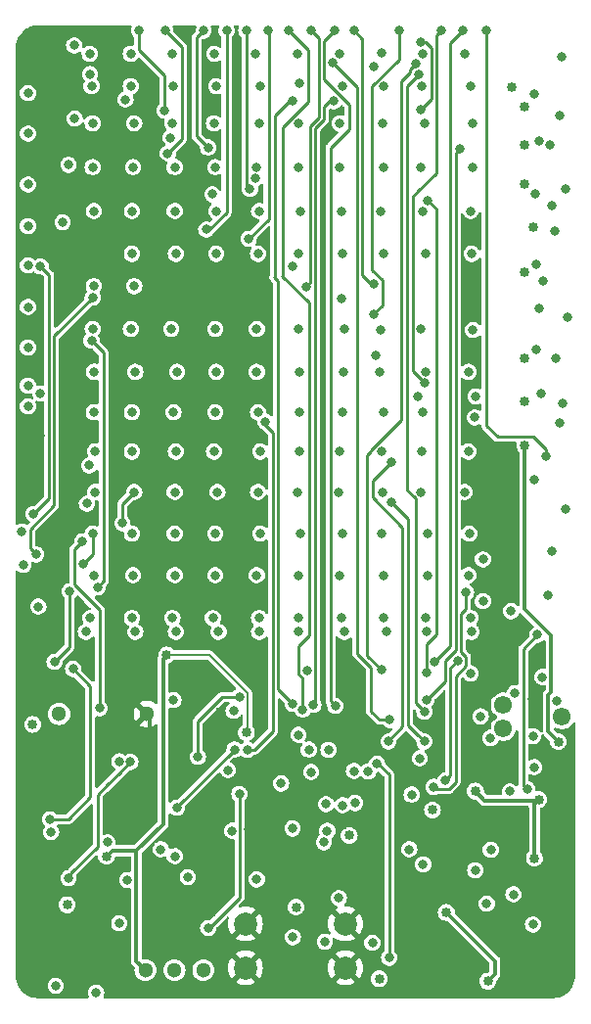
<source format=gbr>
%TF.GenerationSoftware,KiCad,Pcbnew,7.0.1*%
%TF.CreationDate,2024-01-03T20:12:54+01:00*%
%TF.ProjectId,PicBytesMicro,50696342-7974-4657-934d-6963726f2e6b,rev?*%
%TF.SameCoordinates,Original*%
%TF.FileFunction,Copper,L2,Inr*%
%TF.FilePolarity,Positive*%
%FSLAX46Y46*%
G04 Gerber Fmt 4.6, Leading zero omitted, Abs format (unit mm)*
G04 Created by KiCad (PCBNEW 7.0.1) date 2024-01-03 20:12:54*
%MOMM*%
%LPD*%
G01*
G04 APERTURE LIST*
%TA.AperFunction,ComponentPad*%
%ADD10C,1.550000*%
%TD*%
%TA.AperFunction,ComponentPad*%
%ADD11C,2.000000*%
%TD*%
%TA.AperFunction,ComponentPad*%
%ADD12C,1.300000*%
%TD*%
%TA.AperFunction,ViaPad*%
%ADD13C,0.850000*%
%TD*%
%TA.AperFunction,ViaPad*%
%ADD14C,0.800000*%
%TD*%
%TA.AperFunction,Conductor*%
%ADD15C,0.250000*%
%TD*%
%TA.AperFunction,Conductor*%
%ADD16C,0.350000*%
%TD*%
%TA.AperFunction,Conductor*%
%ADD17C,0.200000*%
%TD*%
G04 APERTURE END LIST*
D10*
%TO.N,N/C*%
%TO.C,J1*%
X160310000Y-106135000D03*
X155230000Y-107151000D03*
X155230000Y-105119000D03*
%TD*%
D11*
%TO.N,Vgnd_main*%
%TO.C,J_USB_C1*%
X141570000Y-127850000D03*
X132930000Y-127850000D03*
X132930000Y-124050000D03*
X141570000Y-124050000D03*
%TD*%
D12*
%TO.N,Net-(LS1-+)*%
%TO.C,LS1*%
X116800000Y-105900000D03*
%TO.N,Vgnd_main*%
X124400000Y-105900000D03*
%TD*%
%TO.N,BAT+*%
%TO.C,SW_Toggle1*%
X124275000Y-128050000D03*
%TO.N,Net-(IC2-EN)*%
X126775000Y-128050000D03*
%TO.N,unconnected-(SW_Toggle1-Pad3)*%
X129275000Y-128050000D03*
%TD*%
D13*
%TO.N,BAT-*%
X114500000Y-106800000D03*
D14*
%TO.N,Net-(PIC18F45K1-RA6)*%
X128800000Y-109600000D03*
X132400000Y-104400000D03*
D13*
%TO.N,Vgnd_main*%
X130000000Y-123100000D03*
X115175500Y-81800000D03*
X124600000Y-113500000D03*
X154300000Y-123300000D03*
X150500000Y-113900000D03*
X130700000Y-105700000D03*
X160000000Y-114700000D03*
D14*
X135400000Y-115900000D03*
D13*
X157700000Y-104600000D03*
X135100000Y-125800000D03*
X157900000Y-126500000D03*
X155296365Y-111271365D03*
X133200000Y-115900000D03*
X117900000Y-104800000D03*
X131100000Y-113100000D03*
X141343765Y-115510024D03*
X119600000Y-119900000D03*
%TO.N,BMS_Vcc*%
X117500000Y-122400000D03*
X150300000Y-123050498D03*
X153900000Y-129000000D03*
X137300000Y-122600000D03*
D14*
%TO.N,Net-(PIC18F45K1-RA7)*%
X131897655Y-105625500D03*
X126700000Y-104700000D03*
D13*
%TO.N,Vcc_main*%
X158300000Y-113300000D03*
X157800000Y-63800000D03*
X157100000Y-78900000D03*
X157100000Y-75100000D03*
X157924502Y-118368492D03*
X155975000Y-51650000D03*
X160000000Y-108300000D03*
X157100000Y-60100000D03*
X157100000Y-82700000D03*
X157100000Y-67700000D03*
X157100000Y-56700000D03*
X141900000Y-116400000D03*
X152818533Y-112568230D03*
X149100000Y-114200000D03*
X157100000Y-53400000D03*
D14*
%TO.N,Net-(IC2-EN)*%
X147100000Y-117600000D03*
X126800000Y-118200000D03*
D13*
%TO.N,BAT+*%
X126100000Y-100800000D03*
X120900000Y-118200000D03*
X133000000Y-107500000D03*
X144500000Y-128800000D03*
D14*
%TO.N,Net-(C_22p_5-Pad2)*%
X131775500Y-116000000D03*
X140000000Y-116000000D03*
%TO.N,Net-(IC_BMS_TP1-PROG)*%
X153800000Y-122300000D03*
X157800000Y-124100000D03*
%TO.N,Net-(J_USB_C1-CC1)*%
X139800000Y-125600000D03*
%TO.N,Net-(J_USB_C1-CC2)*%
X137025500Y-125200000D03*
%TO.N,Net-(LED_Green_bms1-K)*%
X116500000Y-129400000D03*
%TO.N,C1*%
X122539334Y-52750792D03*
X157900000Y-52300000D03*
%TO.N,R0*%
X148289609Y-48808229D03*
X133813320Y-48799502D03*
X126569461Y-48799502D03*
X137431659Y-48798150D03*
X151938602Y-48764736D03*
X130235931Y-48799502D03*
X123000000Y-48799502D03*
X119446096Y-48799501D03*
X144696586Y-48739891D03*
X141053562Y-48776982D03*
%TO.N,R1*%
X119600000Y-51600000D03*
X144900000Y-51600000D03*
X130400000Y-51600000D03*
X152400000Y-51600000D03*
X134200000Y-51600000D03*
X141300000Y-51600000D03*
X126700000Y-51600000D03*
X123000000Y-51600000D03*
X137600500Y-51324500D03*
X148200000Y-51600000D03*
%TO.N,R2*%
X152600000Y-54800000D03*
X137500000Y-54800000D03*
X130200000Y-54800000D03*
X148400000Y-54800000D03*
X126600000Y-54800000D03*
X144800000Y-54800000D03*
X141100000Y-54800000D03*
X123300000Y-54800000D03*
X119700000Y-54800000D03*
X134100000Y-54800000D03*
%TO.N,R3*%
X144900000Y-58600000D03*
X133900000Y-58600000D03*
X126800000Y-58600000D03*
X119700000Y-58600000D03*
X130300000Y-58600000D03*
X123200000Y-58600000D03*
X152600000Y-58600000D03*
X137500000Y-58600000D03*
X148100000Y-58600000D03*
X141100000Y-58600000D03*
%TO.N,R4*%
X137700000Y-62400000D03*
X126800000Y-62400000D03*
X152400000Y-62400000D03*
X134100000Y-62400000D03*
X144600000Y-62400000D03*
X141200000Y-62400000D03*
X119800000Y-62400000D03*
X148300000Y-62400000D03*
X123100000Y-62400000D03*
X130400000Y-62400000D03*
%TO.N,R5*%
X126900000Y-66100000D03*
X130400000Y-66100000D03*
X134000000Y-66100000D03*
X144900000Y-66100000D03*
X119800000Y-68900000D03*
X137500000Y-66100000D03*
X123100000Y-66100000D03*
X148500000Y-66100000D03*
X152500000Y-66100000D03*
X123300000Y-68900000D03*
X141300000Y-66100000D03*
%TO.N,R6*%
X123000000Y-72600000D03*
X152600000Y-72700000D03*
X130300000Y-72600000D03*
X133900000Y-72600000D03*
X144600000Y-72700000D03*
X148100000Y-72600000D03*
X141500000Y-72600000D03*
X119700000Y-72600000D03*
X137500000Y-72600000D03*
X126500000Y-72600000D03*
%TO.N,R7*%
X137600000Y-76300000D03*
X141400000Y-76300000D03*
X119800000Y-76300000D03*
X152200000Y-76300000D03*
X123400000Y-76300000D03*
X130400000Y-76300000D03*
X127000000Y-76300000D03*
X148500000Y-76300000D03*
X144500000Y-76300000D03*
X133900000Y-76300000D03*
%TO.N,R8*%
X137600000Y-79800000D03*
X119800000Y-79800000D03*
X123100000Y-79800000D03*
X152847546Y-78432263D03*
X126700000Y-79800000D03*
X141300000Y-79800000D03*
X148300000Y-79800000D03*
X144900000Y-79800000D03*
X134000000Y-79800000D03*
X130300000Y-79800000D03*
%TO.N,R9*%
X148200000Y-83200000D03*
X130200000Y-83200000D03*
X141100000Y-83200000D03*
X152200000Y-83200000D03*
X119900000Y-83200000D03*
X134200000Y-83200000D03*
X144700000Y-83200000D03*
X126900000Y-83200000D03*
X123100000Y-83200000D03*
X137600000Y-83200000D03*
%TO.N,R10*%
X123300000Y-86700000D03*
X119900000Y-86700000D03*
X148100000Y-86700000D03*
X113575500Y-90127839D03*
X141000000Y-86700000D03*
X122277309Y-89400000D03*
X134000000Y-86700000D03*
X137400000Y-86700000D03*
X144800000Y-86700000D03*
X126800000Y-86700000D03*
X130500000Y-86700000D03*
X151900000Y-86700000D03*
%TO.N,R11*%
X137700000Y-90300000D03*
X141300000Y-90300000D03*
X144700000Y-90300000D03*
X126800000Y-90300000D03*
X148700000Y-90300000D03*
X123100000Y-90300000D03*
X152300000Y-90300000D03*
X119700000Y-90300000D03*
X130300000Y-90300000D03*
X134200000Y-90300000D03*
X113700000Y-93000000D03*
X118848673Y-92922162D03*
%TO.N,R12*%
X133900000Y-93900000D03*
X137500000Y-93900000D03*
X126800000Y-93900000D03*
X119800000Y-93900000D03*
X144900000Y-93900000D03*
X148700000Y-93900000D03*
X130300000Y-93900000D03*
X123200000Y-93900000D03*
X141100000Y-93900000D03*
X153466548Y-92524500D03*
X152200000Y-93900000D03*
%TO.N,R13*%
X148500000Y-97600000D03*
X134100000Y-97600000D03*
X123100000Y-97600000D03*
X130100000Y-97600000D03*
X126600000Y-97600000D03*
X141200000Y-97600000D03*
X152400000Y-97600000D03*
X137500000Y-97600000D03*
X119500000Y-97600000D03*
X144900000Y-97600000D03*
X153466548Y-96124500D03*
%TO.N,R14*%
X123400000Y-98800000D03*
X130600000Y-98800000D03*
X119100000Y-98800000D03*
X145100000Y-98800000D03*
X148600000Y-98800000D03*
X134100000Y-98800000D03*
X137500000Y-98800000D03*
X126900000Y-98800000D03*
X152500000Y-98800000D03*
X141500000Y-98800000D03*
%TO.N,R15*%
X152400000Y-102400000D03*
%TO.N,C2*%
X126452063Y-56052063D03*
X158373715Y-56324500D03*
%TO.N,C3*%
X158000000Y-60900000D03*
X130048698Y-60951302D03*
%TO.N,C4*%
X133759582Y-59589589D03*
X159400000Y-61900000D03*
%TO.N,C5*%
X137024899Y-67145731D03*
X158100000Y-67000000D03*
%TO.N,C6*%
X141200000Y-70000000D03*
X158300000Y-70800000D03*
%TO.N,C7*%
X144193941Y-74867377D03*
X158087701Y-74412299D03*
%TO.N,C8*%
X158500000Y-78200000D03*
X147800000Y-78400000D03*
%TO.N,C9*%
X160100000Y-80700000D03*
X152768873Y-80255725D03*
%TO.N,C10*%
X157900000Y-85600000D03*
%TO.N,Net-(LED_RED_bms1-K)*%
X120000000Y-130000000D03*
%TO.N,Net-(IC2-SW)*%
X148300000Y-118900000D03*
X152800000Y-119400000D03*
%TO.N,P_CC10*%
X147692645Y-49609877D03*
X144665179Y-102098992D03*
%TO.N,P_CC5*%
X137886643Y-105505937D03*
X136700000Y-46799500D03*
%TO.N,P_CC6*%
X140600000Y-46799500D03*
X140700000Y-105200000D03*
%TO.N,P_CC7*%
X144036135Y-49875500D03*
X140558538Y-52908441D03*
X138800000Y-105100000D03*
%TO.N,P_CC8*%
X137000000Y-105000000D03*
X136963547Y-52883698D03*
X148064476Y-53650520D03*
X148085349Y-47829821D03*
%TO.N,Buzzer*%
X138259811Y-102151627D03*
X131400000Y-110745000D03*
%TO.N,Net-(Q11-Pad2)*%
X155900000Y-97000000D03*
X115000000Y-96600000D03*
%TO.N,P_UN*%
X133100000Y-109000000D03*
X134633340Y-80599012D03*
%TO.N,P_DN*%
X158600000Y-102700000D03*
X138400000Y-108975500D03*
%TO.N,S_b*%
X140100000Y-109000000D03*
X154125308Y-107969067D03*
%TO.N,S_a*%
X144300000Y-110200000D03*
X145350296Y-126974302D03*
%TO.N,S_right*%
X137000000Y-115800000D03*
X133900000Y-120200000D03*
%TO.N,S_left*%
X117600000Y-120100000D03*
X136006755Y-111906755D03*
X122958411Y-110041589D03*
%TO.N,S_down*%
X132400000Y-112800000D03*
X129700000Y-124400000D03*
X138602551Y-110911981D03*
%TO.N,S_up*%
X125600000Y-117600000D03*
X139900000Y-113700000D03*
%TO.N,MCLR*%
X139700000Y-117000000D03*
X159900000Y-104800000D03*
%TO.N,P_CR5*%
X142300000Y-110824500D03*
X114800000Y-92100000D03*
X159400000Y-91800000D03*
X119700000Y-69900000D03*
%TO.N,P_CR4*%
X114600000Y-88600000D03*
X115192062Y-67188113D03*
X147295892Y-112867811D03*
X160600000Y-88200000D03*
%TO.N,ICSPDA*%
X158200000Y-99041606D03*
X157800000Y-107800000D03*
X115180257Y-78171201D03*
X116000000Y-115000000D03*
X118000000Y-102000000D03*
X141349500Y-113794194D03*
X143541121Y-110850468D03*
X157300000Y-112400000D03*
%TO.N,ICSPCLK*%
X119599500Y-73612196D03*
X153275500Y-106100000D03*
X152000000Y-95400000D03*
X149200000Y-112200000D03*
X142400000Y-113600000D03*
X120114457Y-94965877D03*
X159100000Y-95600000D03*
X156225500Y-104100000D03*
%TO.N,P_CR3*%
X151289077Y-101274664D03*
X117700000Y-95300000D03*
X150229107Y-111649500D03*
X117100500Y-63383439D03*
X116400000Y-101400000D03*
%TO.N,P_CR2*%
X148012497Y-109732262D03*
X118800000Y-90991165D03*
X117600000Y-58400000D03*
X120300000Y-105400000D03*
%TO.N,P_CR1*%
X145527074Y-87555004D03*
X148400000Y-108275500D03*
X118150500Y-54402835D03*
X119200000Y-87700000D03*
%TO.N,P_CR0*%
X145300000Y-108275500D03*
X119400000Y-84400000D03*
X145507979Y-84097484D03*
X119479602Y-50559701D03*
%TO.N,P_CC1*%
X147900000Y-50600000D03*
X148400000Y-105700000D03*
%TO.N,P_CC2*%
X140495736Y-49606340D03*
X145400000Y-106400000D03*
%TO.N,P_CC3*%
X148600000Y-104700000D03*
X129300000Y-46800000D03*
X129687169Y-56904128D03*
X151489378Y-57005745D03*
%TO.N,P_CC4*%
X148600000Y-102300000D03*
X133000000Y-46800000D03*
X148705937Y-61486643D03*
X133311271Y-60488696D03*
%TO.N,P_CC9*%
X151700000Y-46800000D03*
X149298674Y-101409663D03*
%TO.N,Net-(Q10-Pad2)*%
X114100000Y-74200000D03*
X114100000Y-70700000D03*
X114100000Y-67100000D03*
X114100000Y-52200000D03*
X114100000Y-79300000D03*
X114100000Y-55700000D03*
X114100000Y-63700000D03*
X114100000Y-77500000D03*
X114100000Y-60100000D03*
%TO.N,Net-(Q4-Pad1)*%
X118100000Y-48075001D03*
X160300000Y-49100000D03*
%TO.N,Net-(Q5-Pad1)*%
X158712299Y-68487701D03*
X138177236Y-68991516D03*
X138600000Y-46799500D03*
%TO.N,Net-(Q8-Pad1)*%
X123700000Y-46800000D03*
X125903780Y-53700000D03*
X160100000Y-54100000D03*
%TO.N,Net-(Q9-Pad1)*%
X160800000Y-71600000D03*
X142300000Y-46799500D03*
X144036135Y-68700000D03*
%TO.N,Net-(Q16-Pad1)*%
X126200000Y-57400000D03*
X126000000Y-46805016D03*
X159300000Y-56700000D03*
%TO.N,Net-(Q17-Pad1)*%
X146200000Y-46805016D03*
X144036135Y-71300000D03*
X159800000Y-75100000D03*
%TO.N,Net-(R_10K_2-Pad2)*%
X116100000Y-116100000D03*
X121000000Y-117000000D03*
%TO.N,Net-(Q22-Pad1)*%
X160600000Y-60500000D03*
X129530251Y-64000000D03*
X131283498Y-46800000D03*
%TO.N,Net-(Q23-Pad1)*%
X160400000Y-79000000D03*
X148389623Y-77293389D03*
X149900000Y-46799500D03*
%TO.N,Net-(R_10K_4-Pad2)*%
X122704484Y-120249502D03*
X127925500Y-120000000D03*
X122000000Y-124000000D03*
%TO.N,Net-(Q26-Pad1)*%
X159700000Y-64100000D03*
X133200000Y-64800000D03*
X134900000Y-46799500D03*
%TO.N,Net-(Q27-Pad1)*%
X158923173Y-83567518D03*
X153750163Y-46799500D03*
%TO.N,Net-(IC2-FB)*%
X154150498Y-117650500D03*
X156100000Y-121500000D03*
%TO.N,Net-(R_10K_10-Pad2)*%
X155800000Y-112600000D03*
X157900000Y-110496865D03*
%TO.N,Net-(R_10K_11-Pad2)*%
X143900000Y-125700000D03*
X141000000Y-121825500D03*
%TO.N,Vdc_battery*%
X137500000Y-107700000D03*
%TO.N,Net-(R_10K_5-Pad1)*%
X122000000Y-110000000D03*
X127000000Y-114000000D03*
X131975000Y-108975000D03*
%TD*%
D15*
%TO.N,Net-(PIC18F45K1-RA6)*%
X128800000Y-106539339D02*
X128800000Y-109600000D01*
X132400000Y-104400000D02*
X130939339Y-104400000D01*
X130939339Y-104400000D02*
X128800000Y-106539339D01*
D16*
%TO.N,Vgnd_main*%
X124600000Y-113500000D02*
X124600000Y-106100000D01*
X124600000Y-106100000D02*
X124400000Y-105900000D01*
%TO.N,BMS_Vcc*%
X154500000Y-128400000D02*
X153900000Y-129000000D01*
X150300000Y-123050498D02*
X154500000Y-127250498D01*
X154500000Y-127250498D02*
X154500000Y-128400000D01*
%TO.N,Vcc_main*%
X158300000Y-113300000D02*
X158225000Y-113375000D01*
X157924502Y-113675498D02*
X157924502Y-118368492D01*
X158300000Y-113300000D02*
X157924502Y-113675498D01*
X157100000Y-96845590D02*
X159375000Y-99120590D01*
X159125000Y-107425000D02*
X160000000Y-108300000D01*
X159125000Y-104275000D02*
X159125000Y-107425000D01*
X153625303Y-113375000D02*
X152818533Y-112568230D01*
X157100000Y-82700000D02*
X157100000Y-96845590D01*
X159375000Y-104025000D02*
X159125000Y-104275000D01*
X158225000Y-113375000D02*
X153625303Y-113375000D01*
X159375000Y-99120590D02*
X159375000Y-104025000D01*
D17*
%TO.N,BAT+*%
X133100000Y-104100000D02*
X129800000Y-100800000D01*
D16*
X121378984Y-117721016D02*
X120900000Y-118200000D01*
D17*
X129800000Y-100800000D02*
X126100000Y-100800000D01*
X133100000Y-107400000D02*
X133100000Y-104100000D01*
D16*
X123478984Y-117721016D02*
X125800000Y-115400000D01*
X125800000Y-115400000D02*
X125800000Y-101100000D01*
X124275000Y-128050000D02*
X123478984Y-127253984D01*
X125800000Y-101100000D02*
X126100000Y-100800000D01*
D17*
X133000000Y-107500000D02*
X133100000Y-107400000D01*
D16*
X123478984Y-127253984D02*
X123478984Y-117921016D01*
X123478984Y-117721016D02*
X121378984Y-117721016D01*
X123478984Y-117921016D02*
X123478984Y-117721016D01*
D15*
%TO.N,R10*%
X122277309Y-89400000D02*
X122277309Y-87722691D01*
X122277309Y-87722691D02*
X123300000Y-86700000D01*
%TO.N,R11*%
X119700000Y-90300000D02*
X119700000Y-92070835D01*
X119700000Y-92070835D02*
X118848673Y-92922162D01*
%TO.N,P_CC10*%
X147175000Y-50400000D02*
X146400000Y-51175000D01*
X143800000Y-83074695D02*
X143800000Y-83200000D01*
X144665179Y-102098992D02*
X143533094Y-100966906D01*
X146400000Y-51175000D02*
X146400000Y-80474695D01*
X147175000Y-50127522D02*
X147692645Y-49609877D01*
X143800000Y-83200000D02*
X143450000Y-83550000D01*
X143533094Y-100966906D02*
X143450000Y-100883813D01*
X143450000Y-83550000D02*
X143450000Y-100883812D01*
X147175000Y-50400000D02*
X147175000Y-50127522D01*
X146400000Y-80474695D02*
X143800000Y-83074695D01*
X143450000Y-100883812D02*
X143533094Y-100966906D01*
%TO.N,P_CC5*%
X137500000Y-102417121D02*
X137886643Y-102803764D01*
X138425000Y-70325000D02*
X138425000Y-99075000D01*
X137500000Y-100000000D02*
X137500000Y-102417121D01*
X138325000Y-52949695D02*
X136150000Y-55124695D01*
X137886643Y-102803764D02*
X137886643Y-105505937D01*
X138425000Y-99075000D02*
X137500000Y-100000000D01*
X138325000Y-48424500D02*
X138325000Y-52949695D01*
X136100000Y-68000000D02*
X138425000Y-70325000D01*
X136150000Y-55124695D02*
X136150000Y-68050000D01*
X136700000Y-46799500D02*
X138325000Y-48424500D01*
%TO.N,P_CC6*%
X139700000Y-51025305D02*
X139700000Y-47699500D01*
X140275000Y-56925000D02*
X141900000Y-55300000D01*
X141900000Y-55300000D02*
X141900000Y-53225305D01*
X139700000Y-47699500D02*
X140600000Y-46799500D01*
X140700000Y-105200000D02*
X140275000Y-104775000D01*
X141900000Y-53225305D02*
X139700000Y-51025305D01*
X140275000Y-104775000D02*
X140275000Y-56925000D01*
%TO.N,P_CC7*%
X140191559Y-52908441D02*
X140558538Y-52908441D01*
X139700000Y-54509664D02*
X139700000Y-53400000D01*
X138984811Y-55224853D02*
X139700000Y-54509664D01*
X138984811Y-99784811D02*
X138984811Y-55224853D01*
X139700000Y-53400000D02*
X140191559Y-52908441D01*
X138800000Y-105100000D02*
X138984811Y-104915189D01*
X138984811Y-104915189D02*
X138984811Y-99784811D01*
%TO.N,P_CC8*%
X136900000Y-104900000D02*
X137000000Y-105000000D01*
X135750000Y-103750000D02*
X136900000Y-104900000D01*
X135400000Y-68100000D02*
X135750000Y-68450000D01*
X135500000Y-68000000D02*
X135400000Y-68100000D01*
X148064476Y-53650520D02*
X149014609Y-52700387D01*
X135750000Y-68450000D02*
X135750000Y-103750000D01*
X136716302Y-52883698D02*
X135500000Y-54100000D01*
X149014609Y-48314609D02*
X148529821Y-47829821D01*
X148529821Y-47829821D02*
X148085349Y-47829821D01*
X149014609Y-52700387D02*
X149014609Y-48314609D01*
X136716302Y-52883698D02*
X136963547Y-52883698D01*
X135500000Y-54100000D02*
X135500000Y-68000000D01*
%TO.N,P_UN*%
X133700000Y-109000000D02*
X135300000Y-107400000D01*
X135300000Y-107400000D02*
X135300000Y-81600000D01*
X135300000Y-81600000D02*
X134633340Y-80933340D01*
X134633340Y-80933340D02*
X134633340Y-80599012D01*
X133100000Y-109000000D02*
X133700000Y-109000000D01*
%TO.N,S_a*%
X145350296Y-111150296D02*
X144400000Y-110200000D01*
X144400000Y-110200000D02*
X144300000Y-110200000D01*
X145350296Y-126974302D02*
X145350296Y-111150296D01*
%TO.N,S_left*%
X120125000Y-117375000D02*
X117900000Y-119600000D01*
X117900000Y-119600000D02*
X117600000Y-119900000D01*
X122000000Y-111000000D02*
X122958411Y-110041589D01*
X121000000Y-112000000D02*
X122000000Y-111000000D01*
X117600000Y-119900000D02*
X117600000Y-120100000D01*
X121000000Y-112000000D02*
X120125000Y-112875000D01*
X120125000Y-112875000D02*
X120125000Y-117375000D01*
%TO.N,S_down*%
X129760661Y-124400000D02*
X129700000Y-124400000D01*
X132400000Y-112800000D02*
X132400000Y-121760661D01*
X132400000Y-121760661D02*
X129760661Y-124400000D01*
%TO.N,P_CR5*%
X116375000Y-73225000D02*
X116375000Y-87850305D01*
X116375000Y-87850305D02*
X114300000Y-89925305D01*
X114300000Y-89925305D02*
X114300000Y-91600000D01*
X114300000Y-91600000D02*
X114800000Y-92100000D01*
X119700000Y-69900000D02*
X116375000Y-73225000D01*
%TO.N,P_CR4*%
X115925000Y-87275000D02*
X115925000Y-67921051D01*
X115925000Y-67921051D02*
X115192062Y-67188113D01*
X114600000Y-88600000D02*
X115925000Y-87275000D01*
%TO.N,ICSPDA*%
X119500000Y-113100000D02*
X119500000Y-103500000D01*
X156950000Y-112050000D02*
X156950000Y-100291606D01*
X117600000Y-115000000D02*
X116000000Y-115000000D01*
X119500000Y-103500000D02*
X118000000Y-102000000D01*
X157300000Y-112400000D02*
X157100000Y-112200000D01*
X157100000Y-112200000D02*
X156950000Y-112050000D01*
X119500000Y-113100000D02*
X117600000Y-115000000D01*
X156950000Y-100291606D02*
X158200000Y-99041606D01*
%TO.N,ICSPCLK*%
X151600000Y-100560282D02*
X152014077Y-100974359D01*
X120625000Y-75025000D02*
X120625000Y-74637696D01*
X120114457Y-94965877D02*
X120600000Y-94480334D01*
X152000000Y-95400000D02*
X152000000Y-96800000D01*
X152000000Y-96800000D02*
X151600000Y-97200000D01*
X151600000Y-97200000D02*
X151600000Y-100560282D01*
X152014077Y-100974359D02*
X152014077Y-101760618D01*
X151100000Y-102674695D02*
X151100000Y-111803912D01*
X150529412Y-112374500D02*
X149374500Y-112374500D01*
X120625000Y-94455334D02*
X120625000Y-75025000D01*
X151100000Y-111803912D02*
X150529412Y-112374500D01*
X120625000Y-74637696D02*
X119599500Y-73612196D01*
X152014077Y-101760618D02*
X151100000Y-102674695D01*
X149374500Y-112374500D02*
X149200000Y-112200000D01*
X120600000Y-94480334D02*
X120625000Y-94455334D01*
%TO.N,P_CR3*%
X150650000Y-111228607D02*
X150229107Y-111649500D01*
X151289077Y-101274664D02*
X150650000Y-101913741D01*
X117700000Y-100100000D02*
X117700000Y-95300000D01*
X116400000Y-101400000D02*
X117700000Y-100100000D01*
X150650000Y-101913741D02*
X150650000Y-111228607D01*
%TO.N,P_CR2*%
X120300000Y-96874695D02*
X118123673Y-94698368D01*
X118123673Y-94698368D02*
X118123673Y-91667492D01*
X120300000Y-105400000D02*
X120300000Y-96874695D01*
X118123673Y-91667492D02*
X118800000Y-90991165D01*
%TO.N,P_CR1*%
X148400000Y-108275500D02*
X147875000Y-107750500D01*
X147850500Y-107750500D02*
X147000000Y-106900000D01*
X147875000Y-107750500D02*
X147850500Y-107750500D01*
X147000000Y-106900000D02*
X147000000Y-89027930D01*
X147000000Y-89027930D02*
X145527074Y-87555004D01*
%TO.N,P_CR0*%
X143900000Y-87200000D02*
X143900000Y-85705463D01*
X146500000Y-107000000D02*
X146500000Y-89800000D01*
X146500000Y-89800000D02*
X143900000Y-87200000D01*
X143900000Y-85705463D02*
X145507979Y-84097484D01*
X145300000Y-108200000D02*
X146500000Y-107000000D01*
X145300000Y-108275500D02*
X145300000Y-108200000D01*
%TO.N,P_CC1*%
X146925000Y-86550306D02*
X147487347Y-87112653D01*
X147637347Y-104937347D02*
X147637347Y-87262652D01*
X147900000Y-50600000D02*
X146925000Y-51575000D01*
X147637347Y-87262652D02*
X147487347Y-87112653D01*
X148400000Y-105700000D02*
X147637347Y-104937347D01*
X146925000Y-51575000D02*
X146925000Y-86550306D01*
%TO.N,P_CC2*%
X142600000Y-100670209D02*
X142600000Y-51710604D01*
X142600000Y-51710604D02*
X140495736Y-49606340D01*
X143800000Y-101870209D02*
X142600000Y-100670209D01*
X144500000Y-106400000D02*
X143800000Y-105700000D01*
X143800000Y-105700000D02*
X143800000Y-101870209D01*
X145400000Y-106400000D02*
X144500000Y-106400000D01*
%TO.N,P_CC3*%
X128700000Y-48100000D02*
X128700000Y-47400000D01*
X150200000Y-101300000D02*
X151100000Y-100400000D01*
X128700000Y-47400000D02*
X129300000Y-46800000D01*
X150200000Y-103100000D02*
X150200000Y-101300000D01*
X129687169Y-56904128D02*
X128700000Y-55916959D01*
X151100000Y-57395123D02*
X151489378Y-57005745D01*
X148600000Y-104700000D02*
X150200000Y-103100000D01*
X128700000Y-55916959D02*
X128700000Y-48100000D01*
X151100000Y-100400000D02*
X151100000Y-57395123D01*
%TO.N,P_CC4*%
X148573674Y-102273674D02*
X148600000Y-102300000D01*
X149425000Y-62205706D02*
X149425000Y-99000305D01*
X133000000Y-60177425D02*
X133000000Y-46800000D01*
X148705937Y-61486643D02*
X149425000Y-62205706D01*
X148573674Y-99851631D02*
X148573674Y-102273674D01*
X149425000Y-99000305D02*
X148573674Y-99851631D01*
X133311271Y-60488696D02*
X133000000Y-60177425D01*
%TO.N,P_CC9*%
X150650000Y-100058337D02*
X149298674Y-101409663D01*
X151700000Y-46800000D02*
X150650000Y-47850000D01*
X150650000Y-47850000D02*
X150650000Y-100058337D01*
%TO.N,Net-(Q5-Pad1)*%
X138600000Y-46799500D02*
X139250000Y-47449500D01*
X139250000Y-47449500D02*
X139250000Y-54323268D01*
X139250000Y-54323268D02*
X138534811Y-55038457D01*
X138534811Y-68565189D02*
X138177236Y-68922764D01*
X138534811Y-55038457D02*
X138534811Y-68565189D01*
X138177236Y-68922764D02*
X138177236Y-68991516D01*
%TO.N,Net-(Q8-Pad1)*%
X125903780Y-50677977D02*
X125903780Y-53700000D01*
X123700000Y-48474197D02*
X125903780Y-50677977D01*
X123700000Y-46800000D02*
X123700000Y-48474197D01*
%TO.N,Net-(Q9-Pad1)*%
X143050000Y-67950000D02*
X143800000Y-68700000D01*
X143800000Y-68700000D02*
X144036135Y-68700000D01*
X142300000Y-46799500D02*
X143050000Y-47549500D01*
X143050000Y-47549500D02*
X143050000Y-67950000D01*
%TO.N,Net-(Q16-Pad1)*%
X127425000Y-56175000D02*
X126200000Y-57400000D01*
X127425000Y-48230016D02*
X127425000Y-56175000D01*
X126000000Y-46805016D02*
X127425000Y-48230016D01*
%TO.N,Net-(Q17-Pad1)*%
X144761135Y-70538865D02*
X144036135Y-71263865D01*
X144036135Y-71263865D02*
X144036135Y-71300000D01*
X144761135Y-68399695D02*
X144761135Y-70538865D01*
X146200000Y-46805016D02*
X146200000Y-49274695D01*
X143875000Y-51599695D02*
X143875000Y-67513560D01*
X143875000Y-67513560D02*
X144761135Y-68399695D01*
X146200000Y-49274695D02*
X143875000Y-51599695D01*
%TO.N,Net-(Q22-Pad1)*%
X131283498Y-62541807D02*
X129825305Y-64000000D01*
X129825305Y-64000000D02*
X129530251Y-64000000D01*
X131283498Y-46800000D02*
X131283498Y-62541807D01*
%TO.N,Net-(Q23-Pad1)*%
X147375000Y-61199695D02*
X147375000Y-76275000D01*
X149464609Y-47234891D02*
X149464609Y-48128213D01*
X149900000Y-46799500D02*
X149464609Y-47234891D01*
X147874695Y-60700000D02*
X147375000Y-61199695D01*
X147375000Y-76275000D02*
X148389623Y-77289623D01*
X148389623Y-77289623D02*
X148389623Y-77293389D01*
X149464609Y-48128213D02*
X149464609Y-48535391D01*
X149464609Y-48535391D02*
X149464609Y-59110086D01*
X149464609Y-59110086D02*
X147874695Y-60700000D01*
%TO.N,Net-(Q26-Pad1)*%
X134925000Y-63075000D02*
X134925000Y-46824500D01*
X133200000Y-64800000D02*
X134925000Y-63075000D01*
X134925000Y-46824500D02*
X134900000Y-46799500D01*
%TO.N,Net-(Q27-Pad1)*%
X153750163Y-46799500D02*
X153750163Y-80900000D01*
X158923173Y-83567518D02*
X158923173Y-83023173D01*
X158923173Y-83023173D02*
X157850000Y-81950000D01*
X153750163Y-80950163D02*
X153750163Y-80900000D01*
X157850000Y-81950000D02*
X154750000Y-81950000D01*
X154750000Y-81950000D02*
X153750163Y-80950163D01*
%TO.N,Net-(R_10K_5-Pad1)*%
X127000000Y-113950000D02*
X127000000Y-114000000D01*
X131975000Y-108975000D02*
X127000000Y-113950000D01*
%TD*%
%TA.AperFunction,Conductor*%
%TO.N,Vgnd_main*%
G36*
X123008750Y-46339703D02*
G01*
X123053174Y-46379060D01*
X123074220Y-46434553D01*
X123067066Y-46493471D01*
X123014860Y-46631127D01*
X122994354Y-46799999D01*
X123014860Y-46968872D01*
X123075182Y-47127930D01*
X123171817Y-47267930D01*
X123232727Y-47321891D01*
X123263576Y-47363815D01*
X123274500Y-47414706D01*
X123274500Y-47987421D01*
X123261987Y-48041704D01*
X123226974Y-48085031D01*
X123176526Y-48108659D01*
X123120826Y-48107818D01*
X123085057Y-48099002D01*
X123085056Y-48099002D01*
X122914944Y-48099002D01*
X122890832Y-48104945D01*
X122749775Y-48139711D01*
X122599149Y-48218767D01*
X122471815Y-48331574D01*
X122375182Y-48471571D01*
X122314860Y-48630629D01*
X122294354Y-48799501D01*
X122314860Y-48968374D01*
X122375182Y-49127432D01*
X122471815Y-49267429D01*
X122471816Y-49267430D01*
X122471817Y-49267431D01*
X122599148Y-49380236D01*
X122749775Y-49459292D01*
X122914944Y-49500002D01*
X123085055Y-49500002D01*
X123085056Y-49500002D01*
X123250225Y-49459292D01*
X123400852Y-49380236D01*
X123528183Y-49267431D01*
X123592025Y-49174939D01*
X123631534Y-49138307D01*
X123682852Y-49121890D01*
X123736289Y-49128788D01*
X123781755Y-49157700D01*
X125441961Y-50817906D01*
X125468841Y-50858134D01*
X125478280Y-50905587D01*
X125478280Y-53085294D01*
X125467356Y-53136185D01*
X125436507Y-53178109D01*
X125375597Y-53232069D01*
X125278962Y-53372069D01*
X125218640Y-53531127D01*
X125198134Y-53699999D01*
X125218640Y-53868872D01*
X125278962Y-54027930D01*
X125375595Y-54167927D01*
X125375596Y-54167928D01*
X125375597Y-54167929D01*
X125502928Y-54280734D01*
X125653555Y-54359790D01*
X125818724Y-54400500D01*
X125818725Y-54400500D01*
X125822680Y-54400500D01*
X125880305Y-54414703D01*
X125924730Y-54454060D01*
X125945776Y-54509553D01*
X125938622Y-54568470D01*
X125914860Y-54631125D01*
X125894354Y-54800000D01*
X125914860Y-54968872D01*
X125975182Y-55127930D01*
X126071815Y-55267927D01*
X126071816Y-55267928D01*
X126071817Y-55267929D01*
X126073863Y-55269741D01*
X126107576Y-55318583D01*
X126114731Y-55377499D01*
X126093688Y-55432992D01*
X126062131Y-55460951D01*
X126062481Y-55461346D01*
X126051214Y-55471327D01*
X126051211Y-55471329D01*
X126018284Y-55500500D01*
X125923878Y-55584135D01*
X125827245Y-55724132D01*
X125766923Y-55883190D01*
X125746417Y-56052062D01*
X125765150Y-56206336D01*
X125766923Y-56220935D01*
X125827245Y-56379993D01*
X125923880Y-56519992D01*
X125955146Y-56547691D01*
X125988860Y-56596535D01*
X125996014Y-56655452D01*
X125974969Y-56710945D01*
X125930545Y-56750302D01*
X125799149Y-56819265D01*
X125671815Y-56932072D01*
X125575182Y-57072069D01*
X125514860Y-57231127D01*
X125494354Y-57399999D01*
X125514860Y-57568872D01*
X125575182Y-57727930D01*
X125671815Y-57867927D01*
X125671816Y-57867928D01*
X125671817Y-57867929D01*
X125799148Y-57980734D01*
X125949775Y-58059790D01*
X126083910Y-58092851D01*
X126093636Y-58095248D01*
X126153390Y-58129747D01*
X126185456Y-58190841D01*
X126179904Y-58259615D01*
X126114860Y-58431125D01*
X126094354Y-58599999D01*
X126114860Y-58768872D01*
X126175182Y-58927930D01*
X126271815Y-59067927D01*
X126271816Y-59067928D01*
X126271817Y-59067929D01*
X126399148Y-59180734D01*
X126549775Y-59259790D01*
X126714944Y-59300500D01*
X126885055Y-59300500D01*
X126885056Y-59300500D01*
X127050225Y-59259790D01*
X127200852Y-59180734D01*
X127328183Y-59067929D01*
X127424818Y-58927930D01*
X127485140Y-58768872D01*
X127505645Y-58600000D01*
X127485140Y-58431128D01*
X127424818Y-58272070D01*
X127335075Y-58142056D01*
X127328184Y-58132072D01*
X127308954Y-58115036D01*
X127200852Y-58019266D01*
X127186588Y-58011779D01*
X127050224Y-57940209D01*
X126906362Y-57904751D01*
X126846608Y-57870252D01*
X126814543Y-57809157D01*
X126820095Y-57740383D01*
X126824818Y-57727930D01*
X126885140Y-57568872D01*
X126905645Y-57400000D01*
X126901672Y-57367284D01*
X126907550Y-57311892D01*
X126937085Y-57264661D01*
X127749554Y-56452194D01*
X127766995Y-56434753D01*
X127766995Y-56434752D01*
X127773528Y-56428220D01*
X127784490Y-56406705D01*
X127794650Y-56390125D01*
X127808850Y-56370581D01*
X127816312Y-56347612D01*
X127823752Y-56329646D01*
X127834719Y-56308126D01*
X127838496Y-56284271D01*
X127843036Y-56265363D01*
X127850500Y-56242393D01*
X127850500Y-56107607D01*
X127850500Y-48196528D01*
X127850500Y-48162623D01*
X127843037Y-48139658D01*
X127838495Y-48120735D01*
X127834719Y-48096890D01*
X127823757Y-48075377D01*
X127816308Y-48057394D01*
X127814029Y-48050379D01*
X127808849Y-48034435D01*
X127808848Y-48034433D01*
X127794654Y-48014896D01*
X127784489Y-47998308D01*
X127773528Y-47976796D01*
X127678220Y-47881488D01*
X126737087Y-46940355D01*
X126707550Y-46893122D01*
X126701672Y-46837729D01*
X126705645Y-46805016D01*
X126685140Y-46636144D01*
X126683047Y-46630625D01*
X126631032Y-46493470D01*
X126623878Y-46434553D01*
X126644924Y-46379060D01*
X126689348Y-46339703D01*
X126746974Y-46325500D01*
X128551124Y-46325500D01*
X128608750Y-46339703D01*
X128653174Y-46379060D01*
X128674220Y-46434553D01*
X128667066Y-46493471D01*
X128614860Y-46631127D01*
X128594354Y-46800002D01*
X128598326Y-46832713D01*
X128592447Y-46888108D01*
X128562911Y-46935339D01*
X128446780Y-47051471D01*
X128446780Y-47051472D01*
X128429340Y-47068912D01*
X128429339Y-47068912D01*
X128429338Y-47068913D01*
X128429339Y-47068913D01*
X128351470Y-47146782D01*
X128340509Y-47168294D01*
X128330347Y-47184877D01*
X128316151Y-47204417D01*
X128308687Y-47227387D01*
X128301244Y-47245356D01*
X128290280Y-47266874D01*
X128286503Y-47290723D01*
X128281962Y-47309639D01*
X128274500Y-47332606D01*
X128274500Y-55984352D01*
X128281962Y-56007318D01*
X128286502Y-56026229D01*
X128290281Y-56050085D01*
X128290281Y-56050086D01*
X128290282Y-56050087D01*
X128301242Y-56071597D01*
X128308689Y-56089575D01*
X128316151Y-56112541D01*
X128330340Y-56132070D01*
X128340508Y-56148662D01*
X128351471Y-56170179D01*
X128375445Y-56194152D01*
X128950080Y-56768787D01*
X128979616Y-56816018D01*
X128985495Y-56871412D01*
X128981523Y-56904125D01*
X129002029Y-57073000D01*
X129062351Y-57232058D01*
X129158984Y-57372055D01*
X129158985Y-57372056D01*
X129158986Y-57372057D01*
X129286317Y-57484862D01*
X129436944Y-57563918D01*
X129602113Y-57604628D01*
X129772224Y-57604628D01*
X129772225Y-57604628D01*
X129937394Y-57563918D01*
X130088021Y-57484862D01*
X130215352Y-57372057D01*
X130311987Y-57232058D01*
X130372309Y-57073000D01*
X130392814Y-56904128D01*
X130372309Y-56735256D01*
X130311987Y-56576198D01*
X130215352Y-56436199D01*
X130088021Y-56323394D01*
X130053441Y-56305245D01*
X129937393Y-56244337D01*
X129812934Y-56213661D01*
X129772225Y-56203628D01*
X129639779Y-56203628D01*
X129592326Y-56194189D01*
X129552098Y-56167309D01*
X129161819Y-55777030D01*
X129134939Y-55736802D01*
X129125500Y-55689349D01*
X129125500Y-47627609D01*
X129134939Y-47580156D01*
X129161819Y-47539928D01*
X129164928Y-47536819D01*
X129205156Y-47509939D01*
X129252609Y-47500500D01*
X129385055Y-47500500D01*
X129385056Y-47500500D01*
X129550225Y-47459790D01*
X129700852Y-47380734D01*
X129828183Y-47267929D01*
X129924818Y-47127930D01*
X129985140Y-46968872D01*
X130005645Y-46800000D01*
X129985140Y-46631128D01*
X129932933Y-46493470D01*
X129925780Y-46434553D01*
X129946826Y-46379060D01*
X129991250Y-46339703D01*
X130048876Y-46325500D01*
X130534622Y-46325500D01*
X130592248Y-46339703D01*
X130636672Y-46379060D01*
X130657718Y-46434553D01*
X130650564Y-46493471D01*
X130598358Y-46631127D01*
X130577852Y-46800000D01*
X130598358Y-46968872D01*
X130658680Y-47127930D01*
X130755315Y-47267930D01*
X130816225Y-47321891D01*
X130847074Y-47363815D01*
X130857998Y-47414706D01*
X130857998Y-48139231D01*
X130845155Y-48194186D01*
X130809287Y-48237758D01*
X130757823Y-48260921D01*
X130701423Y-48258876D01*
X130651772Y-48232047D01*
X130636784Y-48218769D01*
X130636783Y-48218768D01*
X130546303Y-48171280D01*
X130486155Y-48139711D01*
X130345099Y-48104945D01*
X130320987Y-48099002D01*
X130150875Y-48099002D01*
X130126763Y-48104945D01*
X129985706Y-48139711D01*
X129835080Y-48218767D01*
X129707746Y-48331574D01*
X129611113Y-48471571D01*
X129550791Y-48630629D01*
X129530285Y-48799501D01*
X129550791Y-48968374D01*
X129611113Y-49127432D01*
X129707746Y-49267429D01*
X129707747Y-49267430D01*
X129707748Y-49267431D01*
X129835079Y-49380236D01*
X129985706Y-49459292D01*
X130150875Y-49500002D01*
X130320986Y-49500002D01*
X130320987Y-49500002D01*
X130486156Y-49459292D01*
X130636783Y-49380236D01*
X130651771Y-49366957D01*
X130701423Y-49340128D01*
X130757823Y-49338083D01*
X130809287Y-49361246D01*
X130845155Y-49404818D01*
X130857998Y-49459773D01*
X130857998Y-50844137D01*
X130842004Y-50905053D01*
X130798147Y-50950254D01*
X130737742Y-50968080D01*
X130676372Y-50953933D01*
X130664876Y-50947899D01*
X130650224Y-50940209D01*
X130509752Y-50905587D01*
X130485056Y-50899500D01*
X130314944Y-50899500D01*
X130290248Y-50905587D01*
X130149775Y-50940209D01*
X129999149Y-51019265D01*
X129871815Y-51132072D01*
X129775182Y-51272069D01*
X129714860Y-51431127D01*
X129694354Y-51600000D01*
X129714860Y-51768872D01*
X129775182Y-51927930D01*
X129871815Y-52067927D01*
X129871816Y-52067928D01*
X129871817Y-52067929D01*
X129999148Y-52180734D01*
X130149775Y-52259790D01*
X130314944Y-52300500D01*
X130485055Y-52300500D01*
X130485056Y-52300500D01*
X130650225Y-52259790D01*
X130676372Y-52246066D01*
X130737742Y-52231920D01*
X130798147Y-52249746D01*
X130842004Y-52294947D01*
X130857998Y-52355863D01*
X130857998Y-54171561D01*
X130845155Y-54226517D01*
X130809286Y-54270088D01*
X130757822Y-54293251D01*
X130701423Y-54291206D01*
X130651773Y-54264378D01*
X130600852Y-54219266D01*
X130544828Y-54189862D01*
X130450224Y-54140209D01*
X130318232Y-54107677D01*
X130285056Y-54099500D01*
X130114944Y-54099500D01*
X130082284Y-54107549D01*
X129949775Y-54140209D01*
X129799149Y-54219265D01*
X129671815Y-54332072D01*
X129575182Y-54472069D01*
X129514860Y-54631127D01*
X129494354Y-54799999D01*
X129514860Y-54968872D01*
X129575182Y-55127930D01*
X129671815Y-55267927D01*
X129671816Y-55267928D01*
X129671817Y-55267929D01*
X129799148Y-55380734D01*
X129949775Y-55459790D01*
X130114944Y-55500500D01*
X130285055Y-55500500D01*
X130285056Y-55500500D01*
X130450225Y-55459790D01*
X130600852Y-55380734D01*
X130651773Y-55335621D01*
X130701423Y-55308794D01*
X130757822Y-55306749D01*
X130809286Y-55329912D01*
X130845155Y-55373483D01*
X130857998Y-55428439D01*
X130857998Y-57896622D01*
X130842004Y-57957538D01*
X130798147Y-58002739D01*
X130737742Y-58020565D01*
X130676373Y-58006418D01*
X130585864Y-57958915D01*
X130550224Y-57940209D01*
X130425764Y-57909533D01*
X130385056Y-57899500D01*
X130214944Y-57899500D01*
X130182284Y-57907549D01*
X130049775Y-57940209D01*
X129899149Y-58019265D01*
X129771815Y-58132072D01*
X129675182Y-58272069D01*
X129614860Y-58431127D01*
X129594354Y-58600000D01*
X129614860Y-58768872D01*
X129675182Y-58927930D01*
X129771815Y-59067927D01*
X129771816Y-59067928D01*
X129771817Y-59067929D01*
X129899148Y-59180734D01*
X130049775Y-59259790D01*
X130214944Y-59300500D01*
X130385055Y-59300500D01*
X130385056Y-59300500D01*
X130550225Y-59259790D01*
X130676373Y-59193581D01*
X130737742Y-59179435D01*
X130798147Y-59197261D01*
X130842004Y-59242462D01*
X130857998Y-59303378D01*
X130857998Y-60492711D01*
X130842370Y-60552973D01*
X130799425Y-60598045D01*
X130739989Y-60616566D01*
X130679042Y-60603868D01*
X130631948Y-60563151D01*
X130576882Y-60483374D01*
X130576881Y-60483373D01*
X130449550Y-60370568D01*
X130392758Y-60340761D01*
X130298922Y-60291511D01*
X130164662Y-60258420D01*
X130133754Y-60250802D01*
X129963642Y-60250802D01*
X129932734Y-60258420D01*
X129798473Y-60291511D01*
X129647847Y-60370567D01*
X129520513Y-60483374D01*
X129423880Y-60623371D01*
X129363558Y-60782429D01*
X129343052Y-60951302D01*
X129363558Y-61120174D01*
X129423880Y-61279232D01*
X129520513Y-61419229D01*
X129520514Y-61419230D01*
X129520515Y-61419231D01*
X129647846Y-61532036D01*
X129798473Y-61611092D01*
X129909905Y-61638557D01*
X129967912Y-61671272D01*
X130000628Y-61729278D01*
X129998617Y-61795844D01*
X129962459Y-61851769D01*
X129871816Y-61932072D01*
X129775182Y-62072069D01*
X129714860Y-62231127D01*
X129694354Y-62399999D01*
X129714860Y-62568872D01*
X129775182Y-62727930D01*
X129871815Y-62867927D01*
X129871816Y-62867928D01*
X129871817Y-62867929D01*
X129999148Y-62980734D01*
X130009735Y-62986290D01*
X130053081Y-63024110D01*
X130074696Y-63077426D01*
X130069923Y-63134759D01*
X130039789Y-63183766D01*
X129912456Y-63311099D01*
X129872693Y-63337785D01*
X129825783Y-63347414D01*
X129795608Y-63341729D01*
X129795095Y-63343813D01*
X129665551Y-63311884D01*
X129615307Y-63299500D01*
X129445195Y-63299500D01*
X129412535Y-63307549D01*
X129280026Y-63340209D01*
X129129400Y-63419265D01*
X129002066Y-63532072D01*
X128905433Y-63672069D01*
X128845111Y-63831127D01*
X128824605Y-63999999D01*
X128845111Y-64168872D01*
X128905433Y-64327930D01*
X129002066Y-64467927D01*
X129002067Y-64467928D01*
X129002068Y-64467929D01*
X129129399Y-64580734D01*
X129280026Y-64659790D01*
X129445195Y-64700500D01*
X129615306Y-64700500D01*
X129615307Y-64700500D01*
X129780476Y-64659790D01*
X129931103Y-64580734D01*
X130058434Y-64467929D01*
X130155069Y-64327930D01*
X130179809Y-64262691D01*
X130208069Y-64218982D01*
X131608051Y-62819002D01*
X131625492Y-62801561D01*
X131625492Y-62801560D01*
X131632026Y-62795027D01*
X131642991Y-62773505D01*
X131653153Y-62756923D01*
X131667347Y-62737388D01*
X131674808Y-62714421D01*
X131682250Y-62696454D01*
X131693217Y-62674933D01*
X131696995Y-62651073D01*
X131701533Y-62632170D01*
X131708998Y-62609200D01*
X131708998Y-62474414D01*
X131708998Y-47414706D01*
X131719922Y-47363815D01*
X131750771Y-47321891D01*
X131811680Y-47267930D01*
X131812026Y-47267429D01*
X131908316Y-47127930D01*
X131968638Y-46968872D01*
X131989143Y-46800000D01*
X131968638Y-46631128D01*
X131916431Y-46493470D01*
X131909278Y-46434553D01*
X131930324Y-46379060D01*
X131974748Y-46339703D01*
X132032374Y-46325500D01*
X132251124Y-46325500D01*
X132308750Y-46339703D01*
X132353174Y-46379060D01*
X132374220Y-46434553D01*
X132367066Y-46493471D01*
X132314860Y-46631127D01*
X132294354Y-46800000D01*
X132314860Y-46968872D01*
X132375182Y-47127930D01*
X132471817Y-47267930D01*
X132532727Y-47321891D01*
X132563576Y-47363815D01*
X132574500Y-47414706D01*
X132574500Y-60244818D01*
X132581962Y-60267784D01*
X132586502Y-60286695D01*
X132589613Y-60306339D01*
X132590281Y-60310552D01*
X132601243Y-60332065D01*
X132608684Y-60350027D01*
X132610242Y-60354820D01*
X132615412Y-60408100D01*
X132605625Y-60488695D01*
X132626131Y-60657568D01*
X132686453Y-60816626D01*
X132783086Y-60956623D01*
X132783087Y-60956624D01*
X132783088Y-60956625D01*
X132910419Y-61069430D01*
X133061046Y-61148486D01*
X133226215Y-61189196D01*
X133396326Y-61189196D01*
X133396327Y-61189196D01*
X133561496Y-61148486D01*
X133712123Y-61069430D01*
X133839454Y-60956625D01*
X133936089Y-60816626D01*
X133996411Y-60657568D01*
X134016916Y-60488696D01*
X133999489Y-60345173D01*
X134003481Y-60295729D01*
X134026534Y-60251805D01*
X134064956Y-60220433D01*
X134160434Y-60170323D01*
X134287765Y-60057518D01*
X134287765Y-60057516D01*
X134293273Y-60052638D01*
X134342925Y-60025809D01*
X134399324Y-60023764D01*
X134450788Y-60046927D01*
X134486657Y-60090498D01*
X134499500Y-60145454D01*
X134499500Y-61618728D01*
X134486987Y-61673011D01*
X134451973Y-61716338D01*
X134401526Y-61739966D01*
X134345826Y-61739125D01*
X134185056Y-61699500D01*
X134014944Y-61699500D01*
X133982284Y-61707549D01*
X133849775Y-61740209D01*
X133699149Y-61819265D01*
X133571815Y-61932072D01*
X133475182Y-62072069D01*
X133414860Y-62231127D01*
X133394354Y-62399999D01*
X133414860Y-62568872D01*
X133475182Y-62727930D01*
X133571815Y-62867927D01*
X133571816Y-62867928D01*
X133571817Y-62867929D01*
X133699148Y-62980734D01*
X133849775Y-63059790D01*
X134014944Y-63100500D01*
X134014946Y-63100500D01*
X134028359Y-63103806D01*
X134085031Y-63135207D01*
X134118130Y-63190905D01*
X134118620Y-63255693D01*
X134086366Y-63311884D01*
X133335070Y-64063181D01*
X133294842Y-64090061D01*
X133247389Y-64099500D01*
X133114944Y-64099500D01*
X133082284Y-64107549D01*
X132949775Y-64140209D01*
X132799149Y-64219265D01*
X132671815Y-64332072D01*
X132575182Y-64472069D01*
X132514860Y-64631127D01*
X132494354Y-64799999D01*
X132514860Y-64968872D01*
X132575182Y-65127930D01*
X132671815Y-65267927D01*
X132671816Y-65267928D01*
X132671817Y-65267929D01*
X132799148Y-65380734D01*
X132949775Y-65459790D01*
X133114944Y-65500500D01*
X133285053Y-65500500D01*
X133285056Y-65500500D01*
X133302080Y-65496303D01*
X133361426Y-65496303D01*
X133413979Y-65523883D01*
X133447695Y-65572727D01*
X133454850Y-65631645D01*
X133433804Y-65687139D01*
X133375183Y-65772067D01*
X133314860Y-65931127D01*
X133294354Y-66100000D01*
X133314860Y-66268872D01*
X133375182Y-66427930D01*
X133471815Y-66567927D01*
X133471816Y-66567928D01*
X133471817Y-66567929D01*
X133599148Y-66680734D01*
X133749775Y-66759790D01*
X133914944Y-66800500D01*
X134085055Y-66800500D01*
X134085056Y-66800500D01*
X134250225Y-66759790D01*
X134400852Y-66680734D01*
X134528183Y-66567929D01*
X134624818Y-66427930D01*
X134685140Y-66268872D01*
X134705645Y-66100000D01*
X134685140Y-65931128D01*
X134624818Y-65772070D01*
X134528183Y-65632071D01*
X134400852Y-65519266D01*
X134344828Y-65489862D01*
X134250224Y-65440209D01*
X134125765Y-65409533D01*
X134085056Y-65399500D01*
X133914944Y-65399500D01*
X133914943Y-65399500D01*
X133897919Y-65403696D01*
X133838569Y-65403696D01*
X133786017Y-65376114D01*
X133752303Y-65327269D01*
X133745149Y-65268352D01*
X133766193Y-65212861D01*
X133824818Y-65127930D01*
X133885140Y-64968872D01*
X133905645Y-64800000D01*
X133901672Y-64767284D01*
X133907550Y-64711892D01*
X133937085Y-64664661D01*
X134862818Y-63738929D01*
X134912182Y-63708679D01*
X134969898Y-63704137D01*
X135023385Y-63726292D01*
X135060985Y-63770315D01*
X135074500Y-63826610D01*
X135074500Y-67783818D01*
X135068431Y-67822136D01*
X135050819Y-67856702D01*
X135031999Y-67882606D01*
X135031998Y-67882607D01*
X135016151Y-67904418D01*
X134974500Y-68032607D01*
X134974500Y-68167393D01*
X135016151Y-68295581D01*
X135081174Y-68385078D01*
X135081179Y-68385084D01*
X135095376Y-68404624D01*
X135114912Y-68418818D01*
X135129705Y-68431453D01*
X135288181Y-68589929D01*
X135315061Y-68630157D01*
X135324500Y-68677610D01*
X135324500Y-79999952D01*
X135311657Y-80054908D01*
X135275788Y-80098480D01*
X135224324Y-80121642D01*
X135167925Y-80119597D01*
X135118275Y-80092769D01*
X135034192Y-80018278D01*
X134922754Y-79959790D01*
X134883564Y-79939221D01*
X134800686Y-79918794D01*
X134755869Y-79897528D01*
X134722974Y-79860397D01*
X134707265Y-79813344D01*
X134702404Y-79773308D01*
X134685140Y-79631128D01*
X134624818Y-79472070D01*
X134576500Y-79402070D01*
X134528184Y-79332072D01*
X134528183Y-79332071D01*
X134400852Y-79219266D01*
X134380012Y-79208328D01*
X134250224Y-79140209D01*
X134103731Y-79104103D01*
X134085056Y-79099500D01*
X133914944Y-79099500D01*
X133896269Y-79104103D01*
X133749775Y-79140209D01*
X133599149Y-79219265D01*
X133471815Y-79332072D01*
X133375182Y-79472069D01*
X133314860Y-79631127D01*
X133294354Y-79800000D01*
X133314860Y-79968872D01*
X133375182Y-80127930D01*
X133471815Y-80267927D01*
X133471816Y-80267928D01*
X133471817Y-80267929D01*
X133599148Y-80380734D01*
X133749775Y-80459790D01*
X133830631Y-80479719D01*
X133832652Y-80480217D01*
X133877469Y-80501483D01*
X133910365Y-80538613D01*
X133926074Y-80585667D01*
X133948200Y-80767884D01*
X134008522Y-80926942D01*
X134105155Y-81066939D01*
X134105156Y-81066940D01*
X134105157Y-81066941D01*
X134232488Y-81179746D01*
X134311557Y-81221245D01*
X134341611Y-81243359D01*
X134838181Y-81739929D01*
X134865061Y-81780157D01*
X134874500Y-81827610D01*
X134874500Y-82586181D01*
X134861657Y-82641137D01*
X134825788Y-82684709D01*
X134774324Y-82707871D01*
X134717924Y-82705826D01*
X134668273Y-82678996D01*
X134600853Y-82619267D01*
X134600852Y-82619266D01*
X134518197Y-82575885D01*
X134450224Y-82540209D01*
X134325764Y-82509533D01*
X134285056Y-82499500D01*
X134114944Y-82499500D01*
X134082284Y-82507549D01*
X133949775Y-82540209D01*
X133799149Y-82619265D01*
X133671815Y-82732072D01*
X133575182Y-82872069D01*
X133514860Y-83031127D01*
X133494354Y-83199999D01*
X133514860Y-83368872D01*
X133575182Y-83527930D01*
X133671815Y-83667927D01*
X133671816Y-83667928D01*
X133671817Y-83667929D01*
X133799148Y-83780734D01*
X133949775Y-83859790D01*
X134114944Y-83900500D01*
X134285055Y-83900500D01*
X134285056Y-83900500D01*
X134450225Y-83859790D01*
X134600852Y-83780734D01*
X134668274Y-83721003D01*
X134717924Y-83694174D01*
X134774324Y-83692129D01*
X134825788Y-83715291D01*
X134861657Y-83758863D01*
X134874500Y-83813819D01*
X134874500Y-86353782D01*
X134855834Y-86419210D01*
X134805455Y-86464939D01*
X134738532Y-86477203D01*
X134675211Y-86452309D01*
X134634558Y-86397752D01*
X134624818Y-86372070D01*
X134528184Y-86232072D01*
X134528183Y-86232071D01*
X134400852Y-86119266D01*
X134374500Y-86105435D01*
X134250224Y-86040209D01*
X134125765Y-86009533D01*
X134085056Y-85999500D01*
X133914944Y-85999500D01*
X133882284Y-86007549D01*
X133749775Y-86040209D01*
X133599149Y-86119265D01*
X133471815Y-86232072D01*
X133375182Y-86372069D01*
X133314860Y-86531127D01*
X133294354Y-86699999D01*
X133314860Y-86868872D01*
X133375182Y-87027930D01*
X133471815Y-87167927D01*
X133471816Y-87167928D01*
X133471817Y-87167929D01*
X133599148Y-87280734D01*
X133749775Y-87359790D01*
X133914944Y-87400500D01*
X134085055Y-87400500D01*
X134085056Y-87400500D01*
X134250225Y-87359790D01*
X134400852Y-87280734D01*
X134528183Y-87167929D01*
X134624818Y-87027930D01*
X134634557Y-87002248D01*
X134675211Y-86947691D01*
X134738532Y-86922797D01*
X134805455Y-86935061D01*
X134855834Y-86980790D01*
X134874500Y-87046218D01*
X134874500Y-89686181D01*
X134861657Y-89741137D01*
X134825788Y-89784709D01*
X134774324Y-89807871D01*
X134717924Y-89805826D01*
X134668273Y-89778996D01*
X134661210Y-89772739D01*
X134600852Y-89719266D01*
X134510864Y-89672036D01*
X134450224Y-89640209D01*
X134325764Y-89609533D01*
X134285056Y-89599500D01*
X134114944Y-89599500D01*
X134082284Y-89607549D01*
X133949775Y-89640209D01*
X133799149Y-89719265D01*
X133671815Y-89832072D01*
X133575182Y-89972069D01*
X133514860Y-90131127D01*
X133494354Y-90300000D01*
X133514860Y-90468872D01*
X133575182Y-90627930D01*
X133671815Y-90767927D01*
X133671816Y-90767928D01*
X133671817Y-90767929D01*
X133799148Y-90880734D01*
X133949775Y-90959790D01*
X134114944Y-91000500D01*
X134285055Y-91000500D01*
X134285056Y-91000500D01*
X134450225Y-90959790D01*
X134600852Y-90880734D01*
X134668274Y-90821003D01*
X134717924Y-90794174D01*
X134774324Y-90792129D01*
X134825788Y-90815291D01*
X134861657Y-90858863D01*
X134874500Y-90913819D01*
X134874500Y-97090993D01*
X134858872Y-97151255D01*
X134815927Y-97196327D01*
X134756491Y-97214848D01*
X134695544Y-97202150D01*
X134648450Y-97161433D01*
X134628184Y-97132072D01*
X134599500Y-97106660D01*
X134500852Y-97019266D01*
X134444828Y-96989862D01*
X134350224Y-96940209D01*
X134219826Y-96908070D01*
X134185056Y-96899500D01*
X134014944Y-96899500D01*
X133982284Y-96907549D01*
X133849775Y-96940209D01*
X133699149Y-97019265D01*
X133571815Y-97132072D01*
X133475182Y-97272069D01*
X133414860Y-97431127D01*
X133394354Y-97600000D01*
X133406558Y-97700500D01*
X133414860Y-97768872D01*
X133475182Y-97927930D01*
X133571817Y-98067929D01*
X133609462Y-98101279D01*
X133616128Y-98107185D01*
X133653004Y-98165501D01*
X133653004Y-98234499D01*
X133616128Y-98292815D01*
X133571816Y-98332072D01*
X133475182Y-98472069D01*
X133414860Y-98631127D01*
X133394354Y-98800000D01*
X133414860Y-98968872D01*
X133475182Y-99127930D01*
X133571815Y-99267927D01*
X133571816Y-99267928D01*
X133571817Y-99267929D01*
X133699148Y-99380734D01*
X133849775Y-99459790D01*
X134014944Y-99500500D01*
X134185055Y-99500500D01*
X134185056Y-99500500D01*
X134350225Y-99459790D01*
X134500852Y-99380734D01*
X134628183Y-99267929D01*
X134648450Y-99238566D01*
X134695544Y-99197850D01*
X134756491Y-99185152D01*
X134815927Y-99203673D01*
X134858872Y-99248745D01*
X134874500Y-99309007D01*
X134874500Y-107172390D01*
X134865061Y-107219843D01*
X134838181Y-107260071D01*
X133677843Y-108420407D01*
X133624660Y-108451830D01*
X133562916Y-108453696D01*
X133507935Y-108425541D01*
X133500852Y-108419266D01*
X133500850Y-108419265D01*
X133500849Y-108419264D01*
X133364615Y-108347762D01*
X133317389Y-108304164D01*
X133298334Y-108242780D01*
X133312569Y-108180103D01*
X133356266Y-108132974D01*
X133455204Y-108070808D01*
X133570808Y-107955204D01*
X133657789Y-107816775D01*
X133711786Y-107662461D01*
X133730091Y-107500000D01*
X133717779Y-107390729D01*
X133711786Y-107337538D01*
X133657790Y-107183227D01*
X133657789Y-107183225D01*
X133570808Y-107044796D01*
X133536818Y-107010806D01*
X133509939Y-106970579D01*
X133500500Y-106923126D01*
X133500500Y-104036567D01*
X133493654Y-104015497D01*
X133489112Y-103996577D01*
X133485949Y-103976610D01*
X133485646Y-103974696D01*
X133475582Y-103954945D01*
X133468144Y-103936987D01*
X133461296Y-103915911D01*
X133456874Y-103909825D01*
X133448274Y-103897987D01*
X133438109Y-103881400D01*
X133435506Y-103876292D01*
X133428050Y-103861658D01*
X133414168Y-103847776D01*
X133414166Y-103847773D01*
X130054690Y-100488296D01*
X130054675Y-100488283D01*
X130038342Y-100471950D01*
X130038341Y-100471949D01*
X130038339Y-100471947D01*
X130018599Y-100461889D01*
X130002014Y-100451726D01*
X129984090Y-100438704D01*
X129963020Y-100431858D01*
X129945044Y-100424412D01*
X129925302Y-100414353D01*
X129903418Y-100410886D01*
X129884507Y-100406346D01*
X129863435Y-100399500D01*
X129863433Y-100399500D01*
X129831519Y-100399500D01*
X126773713Y-100399500D01*
X126713733Y-100384029D01*
X126681657Y-100353704D01*
X126680687Y-100354675D01*
X126555205Y-100229193D01*
X126555204Y-100229192D01*
X126416775Y-100142211D01*
X126416772Y-100142209D01*
X126262461Y-100088213D01*
X126100000Y-100069908D01*
X125937538Y-100088213D01*
X125783227Y-100142209D01*
X125644794Y-100229193D01*
X125529193Y-100344794D01*
X125442209Y-100483227D01*
X125388213Y-100637538D01*
X125369908Y-100799999D01*
X125374591Y-100841561D01*
X125367551Y-100898782D01*
X125361962Y-100913765D01*
X125358578Y-100921935D01*
X125339068Y-100964658D01*
X125338511Y-100968535D01*
X125331958Y-100994212D01*
X125330589Y-100997883D01*
X125327237Y-101044725D01*
X125326293Y-101053509D01*
X125324500Y-101065988D01*
X125324500Y-101078578D01*
X125324184Y-101087425D01*
X125320833Y-101134271D01*
X125321666Y-101138100D01*
X125324500Y-101164459D01*
X125324500Y-104905821D01*
X125311500Y-104961093D01*
X125275227Y-105004775D01*
X125223285Y-105027710D01*
X125166566Y-105025087D01*
X125116962Y-104997458D01*
X125095999Y-104978347D01*
X124914798Y-104866153D01*
X124716060Y-104789162D01*
X124506561Y-104750000D01*
X124293439Y-104750000D01*
X124083939Y-104789162D01*
X123885201Y-104866153D01*
X123782992Y-104929437D01*
X123782992Y-104929438D01*
X124400000Y-105546447D01*
X124665871Y-105812318D01*
X124697965Y-105867905D01*
X124697965Y-105932093D01*
X124665871Y-105987680D01*
X123782991Y-106870560D01*
X123782992Y-106870561D01*
X123885201Y-106933846D01*
X124083939Y-107010837D01*
X124293439Y-107050000D01*
X124506561Y-107050000D01*
X124716060Y-107010837D01*
X124914798Y-106933846D01*
X125095999Y-106821652D01*
X125116962Y-106802542D01*
X125166566Y-106774913D01*
X125223285Y-106772290D01*
X125275227Y-106795225D01*
X125311500Y-106838907D01*
X125324500Y-106894179D01*
X125324500Y-115151680D01*
X125315061Y-115199133D01*
X125288181Y-115239361D01*
X123318344Y-117209197D01*
X123278116Y-117236077D01*
X123230663Y-117245516D01*
X121815801Y-117245516D01*
X121749527Y-117226320D01*
X121703773Y-117174674D01*
X121692705Y-117106569D01*
X121705645Y-117000000D01*
X121702100Y-116970806D01*
X121685140Y-116831128D01*
X121624818Y-116672070D01*
X121528183Y-116532071D01*
X121400852Y-116419266D01*
X121364142Y-116399999D01*
X121250224Y-116340209D01*
X121089486Y-116300592D01*
X121085056Y-116299500D01*
X120914944Y-116299500D01*
X120910514Y-116300592D01*
X120749774Y-116340209D01*
X120732125Y-116349473D01*
X120670755Y-116363619D01*
X120610350Y-116345793D01*
X120566494Y-116300592D01*
X120550500Y-116239676D01*
X120550500Y-113102610D01*
X120559939Y-113055157D01*
X120586819Y-113014929D01*
X120959539Y-112642209D01*
X121324554Y-112277194D01*
X121324554Y-112277193D01*
X122324554Y-111277194D01*
X122324554Y-111277193D01*
X122823339Y-110778407D01*
X122863567Y-110751528D01*
X122911020Y-110742089D01*
X123043466Y-110742089D01*
X123043467Y-110742089D01*
X123208636Y-110701379D01*
X123359263Y-110622323D01*
X123486594Y-110509518D01*
X123583229Y-110369519D01*
X123643551Y-110210461D01*
X123664056Y-110041589D01*
X123643551Y-109872717D01*
X123583229Y-109713659D01*
X123518073Y-109619265D01*
X123486595Y-109573661D01*
X123486594Y-109573660D01*
X123359263Y-109460855D01*
X123302622Y-109431127D01*
X123208635Y-109381798D01*
X123084176Y-109351122D01*
X123043467Y-109341089D01*
X122873355Y-109341089D01*
X122832645Y-109351122D01*
X122708187Y-109381798D01*
X122564417Y-109457255D01*
X122516769Y-109471056D01*
X122467523Y-109465076D01*
X122424565Y-109440274D01*
X122400852Y-109419266D01*
X122400850Y-109419265D01*
X122400849Y-109419264D01*
X122250226Y-109340210D01*
X122167640Y-109319854D01*
X122085056Y-109299500D01*
X121914944Y-109299500D01*
X121882284Y-109307549D01*
X121749775Y-109340209D01*
X121599149Y-109419265D01*
X121471815Y-109532072D01*
X121375182Y-109672069D01*
X121314860Y-109831127D01*
X121294354Y-110000000D01*
X121314860Y-110168872D01*
X121375182Y-110327930D01*
X121471817Y-110467929D01*
X121610417Y-110590718D01*
X121609448Y-110591810D01*
X121636485Y-110615399D01*
X121658101Y-110668716D01*
X121653328Y-110726049D01*
X121623194Y-110775057D01*
X120705364Y-111692887D01*
X120137181Y-112261071D01*
X120087818Y-112291321D01*
X120030102Y-112295863D01*
X119976615Y-112273708D01*
X119939015Y-112229685D01*
X119925500Y-112173390D01*
X119925500Y-106187433D01*
X119938013Y-106133150D01*
X119973027Y-106089822D01*
X120023475Y-106066195D01*
X120079173Y-106067035D01*
X120214944Y-106100500D01*
X120385055Y-106100500D01*
X120385056Y-106100500D01*
X120550225Y-106059790D01*
X120700852Y-105980734D01*
X120791982Y-105900000D01*
X123245073Y-105900000D01*
X123264737Y-106112219D01*
X123323062Y-106317208D01*
X123418060Y-106507990D01*
X123426834Y-106519609D01*
X123426835Y-106519609D01*
X124046446Y-105900001D01*
X124046446Y-105900000D01*
X123426835Y-105280389D01*
X123418058Y-105292013D01*
X123323062Y-105482791D01*
X123264737Y-105687780D01*
X123245073Y-105900000D01*
X120791982Y-105900000D01*
X120828183Y-105867929D01*
X120924818Y-105727930D01*
X120985140Y-105568872D01*
X121005645Y-105400000D01*
X120985140Y-105231128D01*
X120924818Y-105072070D01*
X120852489Y-104967284D01*
X120828182Y-104932069D01*
X120767273Y-104878109D01*
X120736424Y-104836185D01*
X120725500Y-104785294D01*
X120725500Y-97600000D01*
X122394354Y-97600000D01*
X122414860Y-97768872D01*
X122475182Y-97927930D01*
X122571815Y-98067927D01*
X122571816Y-98067928D01*
X122571817Y-98067929D01*
X122699148Y-98180734D01*
X122771211Y-98218556D01*
X122778646Y-98222458D01*
X122828407Y-98270255D01*
X122844918Y-98337248D01*
X122823069Y-98402694D01*
X122775182Y-98472069D01*
X122714860Y-98631127D01*
X122694354Y-98800000D01*
X122714860Y-98968872D01*
X122775182Y-99127930D01*
X122871815Y-99267927D01*
X122871816Y-99267928D01*
X122871817Y-99267929D01*
X122999148Y-99380734D01*
X123149775Y-99459790D01*
X123314944Y-99500500D01*
X123485055Y-99500500D01*
X123485056Y-99500500D01*
X123650225Y-99459790D01*
X123800852Y-99380734D01*
X123928183Y-99267929D01*
X124024818Y-99127930D01*
X124085140Y-98968872D01*
X124105645Y-98800000D01*
X124085140Y-98631128D01*
X124024818Y-98472070D01*
X123937153Y-98345066D01*
X123928184Y-98332072D01*
X123928181Y-98332069D01*
X123800852Y-98219266D01*
X123721353Y-98177541D01*
X123671593Y-98129745D01*
X123655082Y-98062752D01*
X123676931Y-97997306D01*
X123685320Y-97985152D01*
X123724818Y-97927930D01*
X123785140Y-97768872D01*
X123805645Y-97600000D01*
X125894354Y-97600000D01*
X125914860Y-97768872D01*
X125975182Y-97927930D01*
X126071815Y-98067927D01*
X126071816Y-98067928D01*
X126071817Y-98067929D01*
X126199148Y-98180734D01*
X126271211Y-98218556D01*
X126278646Y-98222458D01*
X126328407Y-98270255D01*
X126344918Y-98337248D01*
X126323069Y-98402694D01*
X126275182Y-98472069D01*
X126214860Y-98631127D01*
X126194354Y-98800000D01*
X126214860Y-98968872D01*
X126275182Y-99127930D01*
X126371815Y-99267927D01*
X126371816Y-99267928D01*
X126371817Y-99267929D01*
X126499148Y-99380734D01*
X126649775Y-99459790D01*
X126814944Y-99500500D01*
X126985055Y-99500500D01*
X126985056Y-99500500D01*
X127150225Y-99459790D01*
X127300852Y-99380734D01*
X127428183Y-99267929D01*
X127524818Y-99127930D01*
X127585140Y-98968872D01*
X127605645Y-98800000D01*
X127585140Y-98631128D01*
X127524818Y-98472070D01*
X127437153Y-98345066D01*
X127428184Y-98332072D01*
X127428181Y-98332069D01*
X127300852Y-98219266D01*
X127221353Y-98177541D01*
X127171593Y-98129745D01*
X127155082Y-98062752D01*
X127176931Y-97997306D01*
X127185320Y-97985152D01*
X127224818Y-97927930D01*
X127285140Y-97768872D01*
X127305645Y-97600000D01*
X129394354Y-97600000D01*
X129414860Y-97768872D01*
X129475182Y-97927930D01*
X129571815Y-98067927D01*
X129571816Y-98067928D01*
X129571817Y-98067929D01*
X129699148Y-98180734D01*
X129796304Y-98231726D01*
X129849775Y-98259790D01*
X129907744Y-98274078D01*
X129960296Y-98301659D01*
X129994011Y-98350502D01*
X130001166Y-98409419D01*
X129980122Y-98464913D01*
X129975181Y-98472070D01*
X129914860Y-98631127D01*
X129894354Y-98800000D01*
X129914860Y-98968872D01*
X129975182Y-99127930D01*
X130071815Y-99267927D01*
X130071816Y-99267928D01*
X130071817Y-99267929D01*
X130199148Y-99380734D01*
X130349775Y-99459790D01*
X130514944Y-99500500D01*
X130685055Y-99500500D01*
X130685056Y-99500500D01*
X130850225Y-99459790D01*
X131000852Y-99380734D01*
X131128183Y-99267929D01*
X131224818Y-99127930D01*
X131285140Y-98968872D01*
X131305645Y-98800000D01*
X131285140Y-98631128D01*
X131224818Y-98472070D01*
X131137153Y-98345066D01*
X131128184Y-98332072D01*
X131128181Y-98332069D01*
X131000852Y-98219266D01*
X130953789Y-98194565D01*
X130850224Y-98140209D01*
X130792254Y-98125921D01*
X130739701Y-98098338D01*
X130705986Y-98049493D01*
X130698834Y-97990574D01*
X130719881Y-97935082D01*
X130724818Y-97927930D01*
X130785140Y-97768872D01*
X130805645Y-97600000D01*
X130785140Y-97431128D01*
X130724818Y-97272070D01*
X130660205Y-97178463D01*
X130628184Y-97132072D01*
X130599500Y-97106660D01*
X130500852Y-97019266D01*
X130444828Y-96989862D01*
X130350224Y-96940209D01*
X130219826Y-96908070D01*
X130185056Y-96899500D01*
X130014944Y-96899500D01*
X129982284Y-96907549D01*
X129849775Y-96940209D01*
X129699149Y-97019265D01*
X129571815Y-97132072D01*
X129475182Y-97272069D01*
X129414860Y-97431127D01*
X129394354Y-97600000D01*
X127305645Y-97600000D01*
X127285140Y-97431128D01*
X127224818Y-97272070D01*
X127160205Y-97178463D01*
X127128184Y-97132072D01*
X127099500Y-97106660D01*
X127000852Y-97019266D01*
X126944828Y-96989862D01*
X126850224Y-96940209D01*
X126719826Y-96908070D01*
X126685056Y-96899500D01*
X126514944Y-96899500D01*
X126482284Y-96907549D01*
X126349775Y-96940209D01*
X126199149Y-97019265D01*
X126071815Y-97132072D01*
X125975182Y-97272069D01*
X125914860Y-97431127D01*
X125894354Y-97600000D01*
X123805645Y-97600000D01*
X123785140Y-97431128D01*
X123724818Y-97272070D01*
X123660205Y-97178463D01*
X123628184Y-97132072D01*
X123599500Y-97106660D01*
X123500852Y-97019266D01*
X123444828Y-96989862D01*
X123350224Y-96940209D01*
X123219826Y-96908070D01*
X123185056Y-96899500D01*
X123014944Y-96899500D01*
X122982284Y-96907549D01*
X122849775Y-96940209D01*
X122699149Y-97019265D01*
X122571815Y-97132072D01*
X122475182Y-97272069D01*
X122414860Y-97431127D01*
X122394354Y-97600000D01*
X120725500Y-97600000D01*
X120725500Y-96807303D01*
X120721328Y-96794463D01*
X120718037Y-96784337D01*
X120713495Y-96765414D01*
X120709719Y-96741569D01*
X120698757Y-96720056D01*
X120691308Y-96702072D01*
X120683849Y-96679114D01*
X120683848Y-96679113D01*
X120669655Y-96659578D01*
X120659495Y-96642999D01*
X120648528Y-96621475D01*
X120553220Y-96526167D01*
X120553218Y-96526165D01*
X119898061Y-95871008D01*
X119866097Y-95815903D01*
X119865713Y-95752199D01*
X119897008Y-95696712D01*
X119951723Y-95664085D01*
X120015415Y-95662930D01*
X120029401Y-95666377D01*
X120199512Y-95666377D01*
X120199513Y-95666377D01*
X120364682Y-95625667D01*
X120515309Y-95546611D01*
X120642640Y-95433806D01*
X120739275Y-95293807D01*
X120799597Y-95134749D01*
X120820102Y-94965877D01*
X120816129Y-94933162D01*
X120822007Y-94877770D01*
X120851541Y-94830539D01*
X120924553Y-94757529D01*
X120924552Y-94757529D01*
X120949553Y-94732529D01*
X120973528Y-94708554D01*
X120984495Y-94687029D01*
X120994650Y-94670457D01*
X121008849Y-94650915D01*
X121016310Y-94627948D01*
X121023752Y-94609981D01*
X121034719Y-94588460D01*
X121038497Y-94564600D01*
X121043035Y-94545697D01*
X121050500Y-94522727D01*
X121050500Y-94387941D01*
X121050500Y-93899999D01*
X122494354Y-93899999D01*
X122514860Y-94068872D01*
X122575182Y-94227930D01*
X122671815Y-94367927D01*
X122671816Y-94367928D01*
X122671817Y-94367929D01*
X122799148Y-94480734D01*
X122949775Y-94559790D01*
X123114944Y-94600500D01*
X123285055Y-94600500D01*
X123285056Y-94600500D01*
X123450225Y-94559790D01*
X123600852Y-94480734D01*
X123728183Y-94367929D01*
X123824818Y-94227930D01*
X123885140Y-94068872D01*
X123905645Y-93900000D01*
X123905645Y-93899999D01*
X126094354Y-93899999D01*
X126114860Y-94068872D01*
X126175182Y-94227930D01*
X126271815Y-94367927D01*
X126271816Y-94367928D01*
X126271817Y-94367929D01*
X126399148Y-94480734D01*
X126549775Y-94559790D01*
X126714944Y-94600500D01*
X126885055Y-94600500D01*
X126885056Y-94600500D01*
X127050225Y-94559790D01*
X127200852Y-94480734D01*
X127328183Y-94367929D01*
X127424818Y-94227930D01*
X127485140Y-94068872D01*
X127505645Y-93900000D01*
X127505645Y-93899999D01*
X129594354Y-93899999D01*
X129614860Y-94068872D01*
X129675182Y-94227930D01*
X129771815Y-94367927D01*
X129771816Y-94367928D01*
X129771817Y-94367929D01*
X129899148Y-94480734D01*
X130049775Y-94559790D01*
X130214944Y-94600500D01*
X130385055Y-94600500D01*
X130385056Y-94600500D01*
X130550225Y-94559790D01*
X130700852Y-94480734D01*
X130828183Y-94367929D01*
X130924818Y-94227930D01*
X130985140Y-94068872D01*
X131005645Y-93900000D01*
X131005645Y-93899999D01*
X133194354Y-93899999D01*
X133214860Y-94068872D01*
X133275182Y-94227930D01*
X133371815Y-94367927D01*
X133371816Y-94367928D01*
X133371817Y-94367929D01*
X133499148Y-94480734D01*
X133649775Y-94559790D01*
X133814944Y-94600500D01*
X133985055Y-94600500D01*
X133985056Y-94600500D01*
X134150225Y-94559790D01*
X134300852Y-94480734D01*
X134428183Y-94367929D01*
X134524818Y-94227930D01*
X134585140Y-94068872D01*
X134605645Y-93900000D01*
X134585140Y-93731128D01*
X134524818Y-93572070D01*
X134428183Y-93432071D01*
X134300852Y-93319266D01*
X134279482Y-93308050D01*
X134150224Y-93240209D01*
X134025764Y-93209533D01*
X133985056Y-93199500D01*
X133814944Y-93199500D01*
X133789079Y-93205875D01*
X133649775Y-93240209D01*
X133499149Y-93319265D01*
X133371815Y-93432072D01*
X133275182Y-93572069D01*
X133214860Y-93731127D01*
X133194354Y-93899999D01*
X131005645Y-93899999D01*
X130985140Y-93731128D01*
X130924818Y-93572070D01*
X130828183Y-93432071D01*
X130700852Y-93319266D01*
X130679482Y-93308050D01*
X130550224Y-93240209D01*
X130425764Y-93209533D01*
X130385056Y-93199500D01*
X130214944Y-93199500D01*
X130189079Y-93205875D01*
X130049775Y-93240209D01*
X129899149Y-93319265D01*
X129771815Y-93432072D01*
X129675182Y-93572069D01*
X129614860Y-93731127D01*
X129594354Y-93899999D01*
X127505645Y-93899999D01*
X127485140Y-93731128D01*
X127424818Y-93572070D01*
X127328183Y-93432071D01*
X127200852Y-93319266D01*
X127179482Y-93308050D01*
X127050224Y-93240209D01*
X126925764Y-93209533D01*
X126885056Y-93199500D01*
X126714944Y-93199500D01*
X126689079Y-93205875D01*
X126549775Y-93240209D01*
X126399149Y-93319265D01*
X126271815Y-93432072D01*
X126175182Y-93572069D01*
X126114860Y-93731127D01*
X126094354Y-93899999D01*
X123905645Y-93899999D01*
X123885140Y-93731128D01*
X123824818Y-93572070D01*
X123728183Y-93432071D01*
X123600852Y-93319266D01*
X123579482Y-93308050D01*
X123450224Y-93240209D01*
X123325764Y-93209533D01*
X123285056Y-93199500D01*
X123114944Y-93199500D01*
X123089079Y-93205875D01*
X122949775Y-93240209D01*
X122799149Y-93319265D01*
X122671815Y-93432072D01*
X122575182Y-93572069D01*
X122514860Y-93731127D01*
X122494354Y-93899999D01*
X121050500Y-93899999D01*
X121050500Y-89400000D01*
X121571663Y-89400000D01*
X121592169Y-89568872D01*
X121652491Y-89727930D01*
X121749124Y-89867927D01*
X121749125Y-89867928D01*
X121749126Y-89867929D01*
X121876457Y-89980734D01*
X122027084Y-90059790D01*
X122192253Y-90100500D01*
X122192254Y-90100500D01*
X122278612Y-90100500D01*
X122344886Y-90119697D01*
X122390640Y-90171343D01*
X122401707Y-90239445D01*
X122394754Y-90296711D01*
X122394355Y-90300000D01*
X122414860Y-90468872D01*
X122475182Y-90627930D01*
X122571815Y-90767927D01*
X122571816Y-90767928D01*
X122571817Y-90767929D01*
X122699148Y-90880734D01*
X122849775Y-90959790D01*
X123014944Y-91000500D01*
X123185055Y-91000500D01*
X123185056Y-91000500D01*
X123350225Y-90959790D01*
X123500852Y-90880734D01*
X123628183Y-90767929D01*
X123724818Y-90627930D01*
X123785140Y-90468872D01*
X123805645Y-90300000D01*
X126094354Y-90300000D01*
X126114860Y-90468872D01*
X126175182Y-90627930D01*
X126271815Y-90767927D01*
X126271816Y-90767928D01*
X126271817Y-90767929D01*
X126399148Y-90880734D01*
X126549775Y-90959790D01*
X126714944Y-91000500D01*
X126885055Y-91000500D01*
X126885056Y-91000500D01*
X127050225Y-90959790D01*
X127200852Y-90880734D01*
X127328183Y-90767929D01*
X127424818Y-90627930D01*
X127485140Y-90468872D01*
X127505645Y-90300000D01*
X129594354Y-90300000D01*
X129614860Y-90468872D01*
X129675182Y-90627930D01*
X129771815Y-90767927D01*
X129771816Y-90767928D01*
X129771817Y-90767929D01*
X129899148Y-90880734D01*
X130049775Y-90959790D01*
X130214944Y-91000500D01*
X130385055Y-91000500D01*
X130385056Y-91000500D01*
X130550225Y-90959790D01*
X130700852Y-90880734D01*
X130828183Y-90767929D01*
X130924818Y-90627930D01*
X130985140Y-90468872D01*
X131005645Y-90300000D01*
X130985140Y-90131128D01*
X130924818Y-89972070D01*
X130828183Y-89832071D01*
X130700852Y-89719266D01*
X130679482Y-89708050D01*
X130550224Y-89640209D01*
X130425764Y-89609533D01*
X130385056Y-89599500D01*
X130214944Y-89599500D01*
X130182284Y-89607549D01*
X130049775Y-89640209D01*
X129899149Y-89719265D01*
X129771815Y-89832072D01*
X129675182Y-89972069D01*
X129614860Y-90131127D01*
X129594354Y-90300000D01*
X127505645Y-90300000D01*
X127485140Y-90131128D01*
X127424818Y-89972070D01*
X127328183Y-89832071D01*
X127200852Y-89719266D01*
X127179482Y-89708050D01*
X127050224Y-89640209D01*
X126925764Y-89609533D01*
X126885056Y-89599500D01*
X126714944Y-89599500D01*
X126682284Y-89607549D01*
X126549775Y-89640209D01*
X126399149Y-89719265D01*
X126271815Y-89832072D01*
X126175182Y-89972069D01*
X126114860Y-90131127D01*
X126094354Y-90300000D01*
X123805645Y-90300000D01*
X123785140Y-90131128D01*
X123724818Y-89972070D01*
X123628183Y-89832071D01*
X123500852Y-89719266D01*
X123479482Y-89708050D01*
X123350224Y-89640209D01*
X123225764Y-89609533D01*
X123185056Y-89599500D01*
X123098697Y-89599500D01*
X123032423Y-89580303D01*
X122986669Y-89528657D01*
X122975601Y-89460554D01*
X122982954Y-89400000D01*
X122962449Y-89231128D01*
X122902127Y-89072070D01*
X122805492Y-88932071D01*
X122805491Y-88932069D01*
X122744582Y-88878109D01*
X122713733Y-88836185D01*
X122702809Y-88785294D01*
X122702809Y-87950301D01*
X122712248Y-87902848D01*
X122739128Y-87862620D01*
X123164928Y-87436819D01*
X123205156Y-87409939D01*
X123252609Y-87400500D01*
X123385055Y-87400500D01*
X123385056Y-87400500D01*
X123550225Y-87359790D01*
X123700852Y-87280734D01*
X123828183Y-87167929D01*
X123924818Y-87027930D01*
X123985140Y-86868872D01*
X124005645Y-86700000D01*
X124005645Y-86699999D01*
X126094354Y-86699999D01*
X126114860Y-86868872D01*
X126175182Y-87027930D01*
X126271815Y-87167927D01*
X126271816Y-87167928D01*
X126271817Y-87167929D01*
X126399148Y-87280734D01*
X126549775Y-87359790D01*
X126714944Y-87400500D01*
X126885055Y-87400500D01*
X126885056Y-87400500D01*
X127050225Y-87359790D01*
X127200852Y-87280734D01*
X127328183Y-87167929D01*
X127424818Y-87027930D01*
X127485140Y-86868872D01*
X127505645Y-86700000D01*
X127505645Y-86699999D01*
X129794354Y-86699999D01*
X129814860Y-86868872D01*
X129875182Y-87027930D01*
X129971815Y-87167927D01*
X129971816Y-87167928D01*
X129971817Y-87167929D01*
X130099148Y-87280734D01*
X130249775Y-87359790D01*
X130414944Y-87400500D01*
X130585055Y-87400500D01*
X130585056Y-87400500D01*
X130750225Y-87359790D01*
X130900852Y-87280734D01*
X131028183Y-87167929D01*
X131124818Y-87027930D01*
X131185140Y-86868872D01*
X131205645Y-86700000D01*
X131185140Y-86531128D01*
X131124818Y-86372070D01*
X131075416Y-86300500D01*
X131028184Y-86232072D01*
X131028183Y-86232071D01*
X130900852Y-86119266D01*
X130874500Y-86105435D01*
X130750224Y-86040209D01*
X130625765Y-86009533D01*
X130585056Y-85999500D01*
X130414944Y-85999500D01*
X130382284Y-86007549D01*
X130249775Y-86040209D01*
X130099149Y-86119265D01*
X129971815Y-86232072D01*
X129875182Y-86372069D01*
X129814860Y-86531127D01*
X129794354Y-86699999D01*
X127505645Y-86699999D01*
X127485140Y-86531128D01*
X127424818Y-86372070D01*
X127375416Y-86300500D01*
X127328184Y-86232072D01*
X127328183Y-86232071D01*
X127200852Y-86119266D01*
X127174500Y-86105435D01*
X127050224Y-86040209D01*
X126925765Y-86009533D01*
X126885056Y-85999500D01*
X126714944Y-85999500D01*
X126682284Y-86007549D01*
X126549775Y-86040209D01*
X126399149Y-86119265D01*
X126271815Y-86232072D01*
X126175182Y-86372069D01*
X126114860Y-86531127D01*
X126094354Y-86699999D01*
X124005645Y-86699999D01*
X123985140Y-86531128D01*
X123924818Y-86372070D01*
X123875416Y-86300500D01*
X123828184Y-86232072D01*
X123828183Y-86232071D01*
X123700852Y-86119266D01*
X123674500Y-86105435D01*
X123550224Y-86040209D01*
X123425765Y-86009533D01*
X123385056Y-85999500D01*
X123214944Y-85999500D01*
X123182284Y-86007549D01*
X123049775Y-86040209D01*
X122899149Y-86119265D01*
X122771815Y-86232072D01*
X122675182Y-86372069D01*
X122614860Y-86531127D01*
X122594354Y-86700002D01*
X122598326Y-86732713D01*
X122592447Y-86788108D01*
X122562911Y-86835339D01*
X121965504Y-87432745D01*
X121965502Y-87432749D01*
X121928780Y-87469471D01*
X121917818Y-87490985D01*
X121907656Y-87507568D01*
X121893460Y-87527108D01*
X121885996Y-87550078D01*
X121878553Y-87568047D01*
X121867589Y-87589565D01*
X121863812Y-87613414D01*
X121859271Y-87632330D01*
X121851809Y-87655297D01*
X121851809Y-88785294D01*
X121840885Y-88836185D01*
X121810036Y-88878109D01*
X121749126Y-88932069D01*
X121652491Y-89072069D01*
X121592169Y-89231127D01*
X121571663Y-89400000D01*
X121050500Y-89400000D01*
X121050500Y-83199999D01*
X122394354Y-83199999D01*
X122414860Y-83368872D01*
X122475182Y-83527930D01*
X122571815Y-83667927D01*
X122571816Y-83667928D01*
X122571817Y-83667929D01*
X122699148Y-83780734D01*
X122849775Y-83859790D01*
X123014944Y-83900500D01*
X123185055Y-83900500D01*
X123185056Y-83900500D01*
X123350225Y-83859790D01*
X123500852Y-83780734D01*
X123628183Y-83667929D01*
X123724818Y-83527930D01*
X123785140Y-83368872D01*
X123805645Y-83200000D01*
X123805645Y-83199999D01*
X126194354Y-83199999D01*
X126214860Y-83368872D01*
X126275182Y-83527930D01*
X126371815Y-83667927D01*
X126371816Y-83667928D01*
X126371817Y-83667929D01*
X126499148Y-83780734D01*
X126649775Y-83859790D01*
X126814944Y-83900500D01*
X126985055Y-83900500D01*
X126985056Y-83900500D01*
X127150225Y-83859790D01*
X127300852Y-83780734D01*
X127428183Y-83667929D01*
X127524818Y-83527930D01*
X127585140Y-83368872D01*
X127605645Y-83200000D01*
X127605645Y-83199999D01*
X129494354Y-83199999D01*
X129514860Y-83368872D01*
X129575182Y-83527930D01*
X129671815Y-83667927D01*
X129671816Y-83667928D01*
X129671817Y-83667929D01*
X129799148Y-83780734D01*
X129949775Y-83859790D01*
X130114944Y-83900500D01*
X130285055Y-83900500D01*
X130285056Y-83900500D01*
X130450225Y-83859790D01*
X130600852Y-83780734D01*
X130728183Y-83667929D01*
X130824818Y-83527930D01*
X130885140Y-83368872D01*
X130905645Y-83200000D01*
X130885140Y-83031128D01*
X130824818Y-82872070D01*
X130754331Y-82769952D01*
X130728184Y-82732072D01*
X130721519Y-82726167D01*
X130600852Y-82619266D01*
X130586588Y-82611780D01*
X130450224Y-82540209D01*
X130325764Y-82509533D01*
X130285056Y-82499500D01*
X130114944Y-82499500D01*
X130082284Y-82507549D01*
X129949775Y-82540209D01*
X129799149Y-82619265D01*
X129671815Y-82732072D01*
X129575182Y-82872069D01*
X129514860Y-83031127D01*
X129494354Y-83199999D01*
X127605645Y-83199999D01*
X127585140Y-83031128D01*
X127524818Y-82872070D01*
X127454331Y-82769952D01*
X127428184Y-82732072D01*
X127421519Y-82726167D01*
X127300852Y-82619266D01*
X127286588Y-82611780D01*
X127150224Y-82540209D01*
X127025764Y-82509533D01*
X126985056Y-82499500D01*
X126814944Y-82499500D01*
X126782284Y-82507549D01*
X126649775Y-82540209D01*
X126499149Y-82619265D01*
X126371815Y-82732072D01*
X126275182Y-82872069D01*
X126214860Y-83031127D01*
X126194354Y-83199999D01*
X123805645Y-83199999D01*
X123803574Y-83182948D01*
X123797107Y-83129684D01*
X123785140Y-83031128D01*
X123724818Y-82872070D01*
X123654331Y-82769952D01*
X123628184Y-82732072D01*
X123621519Y-82726167D01*
X123500852Y-82619266D01*
X123486588Y-82611780D01*
X123350224Y-82540209D01*
X123225764Y-82509533D01*
X123185056Y-82499500D01*
X123014944Y-82499500D01*
X122982284Y-82507549D01*
X122849775Y-82540209D01*
X122699149Y-82619265D01*
X122571815Y-82732072D01*
X122475182Y-82872069D01*
X122414860Y-83031127D01*
X122394354Y-83199999D01*
X121050500Y-83199999D01*
X121050500Y-79799999D01*
X122394354Y-79799999D01*
X122414860Y-79968872D01*
X122475182Y-80127930D01*
X122571815Y-80267927D01*
X122571816Y-80267928D01*
X122571817Y-80267929D01*
X122699148Y-80380734D01*
X122849775Y-80459790D01*
X123014944Y-80500500D01*
X123185055Y-80500500D01*
X123185056Y-80500500D01*
X123350225Y-80459790D01*
X123500852Y-80380734D01*
X123628183Y-80267929D01*
X123724818Y-80127930D01*
X123785140Y-79968872D01*
X123805645Y-79800000D01*
X125994354Y-79800000D01*
X126014860Y-79968872D01*
X126075182Y-80127930D01*
X126171815Y-80267927D01*
X126171816Y-80267928D01*
X126171817Y-80267929D01*
X126299148Y-80380734D01*
X126449775Y-80459790D01*
X126614944Y-80500500D01*
X126785055Y-80500500D01*
X126785056Y-80500500D01*
X126950225Y-80459790D01*
X127100852Y-80380734D01*
X127228183Y-80267929D01*
X127324818Y-80127930D01*
X127385140Y-79968872D01*
X127405645Y-79800000D01*
X129594354Y-79800000D01*
X129614860Y-79968872D01*
X129675182Y-80127930D01*
X129771815Y-80267927D01*
X129771816Y-80267928D01*
X129771817Y-80267929D01*
X129899148Y-80380734D01*
X130049775Y-80459790D01*
X130214944Y-80500500D01*
X130385055Y-80500500D01*
X130385056Y-80500500D01*
X130550225Y-80459790D01*
X130700852Y-80380734D01*
X130828183Y-80267929D01*
X130924818Y-80127930D01*
X130985140Y-79968872D01*
X131005645Y-79800000D01*
X130985140Y-79631128D01*
X130924818Y-79472070D01*
X130876500Y-79402070D01*
X130828184Y-79332072D01*
X130828183Y-79332071D01*
X130700852Y-79219266D01*
X130680012Y-79208328D01*
X130550224Y-79140209D01*
X130403731Y-79104103D01*
X130385056Y-79099500D01*
X130214944Y-79099500D01*
X130196269Y-79104103D01*
X130049775Y-79140209D01*
X129899149Y-79219265D01*
X129771815Y-79332072D01*
X129675182Y-79472069D01*
X129614860Y-79631127D01*
X129594354Y-79800000D01*
X127405645Y-79800000D01*
X127385140Y-79631128D01*
X127324818Y-79472070D01*
X127276500Y-79402070D01*
X127228184Y-79332072D01*
X127228183Y-79332071D01*
X127100852Y-79219266D01*
X127080012Y-79208328D01*
X126950224Y-79140209D01*
X126803731Y-79104103D01*
X126785056Y-79099500D01*
X126614944Y-79099500D01*
X126596269Y-79104103D01*
X126449775Y-79140209D01*
X126299149Y-79219265D01*
X126171815Y-79332072D01*
X126075182Y-79472069D01*
X126014860Y-79631127D01*
X125994354Y-79800000D01*
X123805645Y-79800000D01*
X123785140Y-79631128D01*
X123724818Y-79472070D01*
X123676500Y-79402070D01*
X123628184Y-79332072D01*
X123628183Y-79332071D01*
X123500852Y-79219266D01*
X123480012Y-79208328D01*
X123350224Y-79140209D01*
X123203731Y-79104103D01*
X123185056Y-79099500D01*
X123014944Y-79099500D01*
X122996269Y-79104103D01*
X122849775Y-79140209D01*
X122699149Y-79219265D01*
X122571815Y-79332072D01*
X122475182Y-79472069D01*
X122414860Y-79631127D01*
X122394354Y-79799999D01*
X121050500Y-79799999D01*
X121050500Y-76299999D01*
X122694354Y-76299999D01*
X122714860Y-76468872D01*
X122775182Y-76627930D01*
X122871815Y-76767927D01*
X122871816Y-76767928D01*
X122871817Y-76767929D01*
X122999148Y-76880734D01*
X123149775Y-76959790D01*
X123314944Y-77000500D01*
X123485055Y-77000500D01*
X123485056Y-77000500D01*
X123650225Y-76959790D01*
X123800852Y-76880734D01*
X123928183Y-76767929D01*
X124024818Y-76627930D01*
X124085140Y-76468872D01*
X124105645Y-76300000D01*
X126294354Y-76300000D01*
X126314860Y-76468872D01*
X126375182Y-76627930D01*
X126471815Y-76767927D01*
X126471816Y-76767928D01*
X126471817Y-76767929D01*
X126599148Y-76880734D01*
X126749775Y-76959790D01*
X126914944Y-77000500D01*
X127085055Y-77000500D01*
X127085056Y-77000500D01*
X127250225Y-76959790D01*
X127400852Y-76880734D01*
X127528183Y-76767929D01*
X127624818Y-76627930D01*
X127685140Y-76468872D01*
X127705645Y-76300000D01*
X129694354Y-76300000D01*
X129714860Y-76468872D01*
X129775182Y-76627930D01*
X129871815Y-76767927D01*
X129871816Y-76767928D01*
X129871817Y-76767929D01*
X129999148Y-76880734D01*
X130149775Y-76959790D01*
X130314944Y-77000500D01*
X130485055Y-77000500D01*
X130485056Y-77000500D01*
X130650225Y-76959790D01*
X130800852Y-76880734D01*
X130928183Y-76767929D01*
X131024818Y-76627930D01*
X131085140Y-76468872D01*
X131105645Y-76300000D01*
X133194354Y-76300000D01*
X133214860Y-76468872D01*
X133275182Y-76627930D01*
X133371815Y-76767927D01*
X133371816Y-76767928D01*
X133371817Y-76767929D01*
X133499148Y-76880734D01*
X133649775Y-76959790D01*
X133814944Y-77000500D01*
X133985055Y-77000500D01*
X133985056Y-77000500D01*
X134150225Y-76959790D01*
X134300852Y-76880734D01*
X134428183Y-76767929D01*
X134524818Y-76627930D01*
X134585140Y-76468872D01*
X134605645Y-76300000D01*
X134585140Y-76131128D01*
X134524818Y-75972070D01*
X134428183Y-75832071D01*
X134300852Y-75719266D01*
X134244828Y-75689862D01*
X134150224Y-75640209D01*
X134025765Y-75609533D01*
X133985056Y-75599500D01*
X133814944Y-75599500D01*
X133782284Y-75607549D01*
X133649775Y-75640209D01*
X133499149Y-75719265D01*
X133371815Y-75832072D01*
X133275182Y-75972069D01*
X133214860Y-76131127D01*
X133194354Y-76300000D01*
X131105645Y-76300000D01*
X131085140Y-76131128D01*
X131024818Y-75972070D01*
X130928183Y-75832071D01*
X130800852Y-75719266D01*
X130744828Y-75689862D01*
X130650224Y-75640209D01*
X130525765Y-75609533D01*
X130485056Y-75599500D01*
X130314944Y-75599500D01*
X130282284Y-75607549D01*
X130149775Y-75640209D01*
X129999149Y-75719265D01*
X129871815Y-75832072D01*
X129775182Y-75972069D01*
X129714860Y-76131127D01*
X129694354Y-76300000D01*
X127705645Y-76300000D01*
X127685140Y-76131128D01*
X127624818Y-75972070D01*
X127528183Y-75832071D01*
X127400852Y-75719266D01*
X127344828Y-75689862D01*
X127250224Y-75640209D01*
X127125765Y-75609533D01*
X127085056Y-75599500D01*
X126914944Y-75599500D01*
X126882284Y-75607549D01*
X126749775Y-75640209D01*
X126599149Y-75719265D01*
X126471815Y-75832072D01*
X126375182Y-75972069D01*
X126314860Y-76131127D01*
X126294354Y-76300000D01*
X124105645Y-76300000D01*
X124085140Y-76131128D01*
X124024818Y-75972070D01*
X123928183Y-75832071D01*
X123800852Y-75719266D01*
X123744828Y-75689862D01*
X123650224Y-75640209D01*
X123525765Y-75609533D01*
X123485056Y-75599500D01*
X123314944Y-75599500D01*
X123282284Y-75607549D01*
X123149775Y-75640209D01*
X122999149Y-75719265D01*
X122871815Y-75832072D01*
X122775182Y-75972069D01*
X122714860Y-76131127D01*
X122694354Y-76299999D01*
X121050500Y-76299999D01*
X121050500Y-74991512D01*
X121050500Y-74604208D01*
X121050500Y-74570303D01*
X121043037Y-74547338D01*
X121038495Y-74528415D01*
X121034719Y-74504570D01*
X121023756Y-74483055D01*
X121016309Y-74465075D01*
X121008880Y-74442211D01*
X121008849Y-74442115D01*
X120994654Y-74422578D01*
X120984490Y-74405991D01*
X120981156Y-74399448D01*
X120973528Y-74384476D01*
X120878220Y-74289168D01*
X120336587Y-73747535D01*
X120307050Y-73700302D01*
X120301172Y-73644909D01*
X120305145Y-73612196D01*
X120284640Y-73443324D01*
X120224318Y-73284266D01*
X120195524Y-73242552D01*
X120174480Y-73187060D01*
X120181635Y-73128141D01*
X120215352Y-73079296D01*
X120228183Y-73067929D01*
X120324818Y-72927930D01*
X120385140Y-72768872D01*
X120405645Y-72600000D01*
X120405645Y-72599999D01*
X122294354Y-72599999D01*
X122314860Y-72768872D01*
X122375182Y-72927930D01*
X122471815Y-73067927D01*
X122471816Y-73067928D01*
X122471817Y-73067929D01*
X122599148Y-73180734D01*
X122749775Y-73259790D01*
X122914944Y-73300500D01*
X123085055Y-73300500D01*
X123085056Y-73300500D01*
X123250225Y-73259790D01*
X123400852Y-73180734D01*
X123528183Y-73067929D01*
X123624818Y-72927930D01*
X123685140Y-72768872D01*
X123705645Y-72600000D01*
X125794354Y-72600000D01*
X125814860Y-72768872D01*
X125875182Y-72927930D01*
X125971815Y-73067927D01*
X125971816Y-73067928D01*
X125971817Y-73067929D01*
X126099148Y-73180734D01*
X126249775Y-73259790D01*
X126414944Y-73300500D01*
X126585055Y-73300500D01*
X126585056Y-73300500D01*
X126750225Y-73259790D01*
X126900852Y-73180734D01*
X127028183Y-73067929D01*
X127124818Y-72927930D01*
X127185140Y-72768872D01*
X127205645Y-72600000D01*
X129594354Y-72600000D01*
X129614860Y-72768872D01*
X129675182Y-72927930D01*
X129771815Y-73067927D01*
X129771816Y-73067928D01*
X129771817Y-73067929D01*
X129899148Y-73180734D01*
X130049775Y-73259790D01*
X130214944Y-73300500D01*
X130385055Y-73300500D01*
X130385056Y-73300500D01*
X130550225Y-73259790D01*
X130700852Y-73180734D01*
X130828183Y-73067929D01*
X130924818Y-72927930D01*
X130985140Y-72768872D01*
X131005645Y-72600000D01*
X133194354Y-72600000D01*
X133214860Y-72768872D01*
X133275182Y-72927930D01*
X133371815Y-73067927D01*
X133371816Y-73067928D01*
X133371817Y-73067929D01*
X133499148Y-73180734D01*
X133649775Y-73259790D01*
X133814944Y-73300500D01*
X133985055Y-73300500D01*
X133985056Y-73300500D01*
X134150225Y-73259790D01*
X134300852Y-73180734D01*
X134428183Y-73067929D01*
X134524818Y-72927930D01*
X134585140Y-72768872D01*
X134605645Y-72600000D01*
X134585140Y-72431128D01*
X134524818Y-72272070D01*
X134461773Y-72180734D01*
X134428184Y-72132072D01*
X134402766Y-72109554D01*
X134300852Y-72019266D01*
X134265097Y-72000500D01*
X134150224Y-71940209D01*
X134025764Y-71909533D01*
X133985056Y-71899500D01*
X133814944Y-71899500D01*
X133782284Y-71907549D01*
X133649775Y-71940209D01*
X133499149Y-72019265D01*
X133371815Y-72132072D01*
X133275182Y-72272069D01*
X133214860Y-72431127D01*
X133194354Y-72600000D01*
X131005645Y-72600000D01*
X130985140Y-72431128D01*
X130924818Y-72272070D01*
X130861773Y-72180734D01*
X130828184Y-72132072D01*
X130802766Y-72109554D01*
X130700852Y-72019266D01*
X130665097Y-72000500D01*
X130550224Y-71940209D01*
X130425764Y-71909533D01*
X130385056Y-71899500D01*
X130214944Y-71899500D01*
X130182284Y-71907549D01*
X130049775Y-71940209D01*
X129899149Y-72019265D01*
X129771815Y-72132072D01*
X129675182Y-72272069D01*
X129614860Y-72431127D01*
X129594354Y-72600000D01*
X127205645Y-72600000D01*
X127185140Y-72431128D01*
X127124818Y-72272070D01*
X127061773Y-72180734D01*
X127028184Y-72132072D01*
X127002766Y-72109554D01*
X126900852Y-72019266D01*
X126865097Y-72000500D01*
X126750224Y-71940209D01*
X126625764Y-71909533D01*
X126585056Y-71899500D01*
X126414944Y-71899500D01*
X126382284Y-71907549D01*
X126249775Y-71940209D01*
X126099149Y-72019265D01*
X125971815Y-72132072D01*
X125875182Y-72272069D01*
X125814860Y-72431127D01*
X125794354Y-72600000D01*
X123705645Y-72600000D01*
X123685140Y-72431128D01*
X123624818Y-72272070D01*
X123561773Y-72180734D01*
X123528184Y-72132072D01*
X123502766Y-72109554D01*
X123400852Y-72019266D01*
X123365097Y-72000500D01*
X123250224Y-71940209D01*
X123125764Y-71909533D01*
X123085056Y-71899500D01*
X122914944Y-71899500D01*
X122882284Y-71907549D01*
X122749775Y-71940209D01*
X122599149Y-72019265D01*
X122471815Y-72132072D01*
X122375182Y-72272069D01*
X122314860Y-72431127D01*
X122294354Y-72599999D01*
X120405645Y-72599999D01*
X120385140Y-72431128D01*
X120324818Y-72272070D01*
X120261773Y-72180734D01*
X120228184Y-72132072D01*
X120202766Y-72109554D01*
X120100852Y-72019266D01*
X120065097Y-72000500D01*
X119950224Y-71940209D01*
X119825764Y-71909533D01*
X119785056Y-71899500D01*
X119614944Y-71899500D01*
X119582284Y-71907549D01*
X119449775Y-71940209D01*
X119299149Y-72019265D01*
X119171815Y-72132072D01*
X119075182Y-72272069D01*
X119014860Y-72431127D01*
X118994354Y-72599999D01*
X119014860Y-72768872D01*
X119075182Y-72927930D01*
X119103973Y-72969641D01*
X119125019Y-73025133D01*
X119117866Y-73084049D01*
X119084154Y-73132893D01*
X119071318Y-73144265D01*
X118974682Y-73284265D01*
X118914360Y-73443323D01*
X118893854Y-73612195D01*
X118914360Y-73781068D01*
X118974682Y-73940126D01*
X119071315Y-74080123D01*
X119071316Y-74080124D01*
X119071317Y-74080125D01*
X119198648Y-74192930D01*
X119349275Y-74271986D01*
X119514444Y-74312696D01*
X119514445Y-74312696D01*
X119646890Y-74312696D01*
X119694343Y-74322135D01*
X119734571Y-74349015D01*
X120163181Y-74777625D01*
X120190061Y-74817853D01*
X120199500Y-74865306D01*
X120199500Y-75518728D01*
X120186987Y-75573011D01*
X120151973Y-75616338D01*
X120101526Y-75639966D01*
X120045826Y-75639125D01*
X119885056Y-75599500D01*
X119714944Y-75599500D01*
X119682284Y-75607549D01*
X119549775Y-75640209D01*
X119399149Y-75719265D01*
X119271815Y-75832072D01*
X119175182Y-75972069D01*
X119114860Y-76131127D01*
X119094354Y-76299999D01*
X119114860Y-76468872D01*
X119175182Y-76627930D01*
X119271815Y-76767927D01*
X119271816Y-76767928D01*
X119271817Y-76767929D01*
X119399148Y-76880734D01*
X119549775Y-76959790D01*
X119714944Y-77000500D01*
X119885056Y-77000500D01*
X120045826Y-76960875D01*
X120101526Y-76960034D01*
X120151973Y-76983662D01*
X120186987Y-77026989D01*
X120199500Y-77081272D01*
X120199500Y-79018728D01*
X120186987Y-79073011D01*
X120151973Y-79116338D01*
X120101526Y-79139966D01*
X120045826Y-79139125D01*
X119885056Y-79099500D01*
X119714944Y-79099500D01*
X119696269Y-79104103D01*
X119549775Y-79140209D01*
X119399149Y-79219265D01*
X119271815Y-79332072D01*
X119175182Y-79472069D01*
X119114860Y-79631127D01*
X119094354Y-79799999D01*
X119114860Y-79968872D01*
X119175182Y-80127930D01*
X119271815Y-80267927D01*
X119271816Y-80267928D01*
X119271817Y-80267929D01*
X119399148Y-80380734D01*
X119549775Y-80459790D01*
X119714944Y-80500500D01*
X119885056Y-80500500D01*
X120045826Y-80460875D01*
X120101526Y-80460034D01*
X120151973Y-80483662D01*
X120186987Y-80526989D01*
X120199500Y-80581272D01*
X120199500Y-82394081D01*
X120186987Y-82448364D01*
X120151973Y-82491692D01*
X120101526Y-82515319D01*
X120045826Y-82514478D01*
X119985056Y-82499500D01*
X119814944Y-82499500D01*
X119782284Y-82507549D01*
X119649775Y-82540209D01*
X119499149Y-82619265D01*
X119371815Y-82732072D01*
X119275182Y-82872069D01*
X119214860Y-83031127D01*
X119194354Y-83199999D01*
X119214860Y-83368872D01*
X119275182Y-83527930D01*
X119280120Y-83535084D01*
X119301166Y-83590577D01*
X119294012Y-83649495D01*
X119260298Y-83698339D01*
X119207746Y-83725921D01*
X119149774Y-83740209D01*
X118999149Y-83819265D01*
X118871815Y-83932072D01*
X118775182Y-84072069D01*
X118714860Y-84231127D01*
X118694354Y-84399999D01*
X118714860Y-84568872D01*
X118775182Y-84727930D01*
X118871815Y-84867927D01*
X118871816Y-84867928D01*
X118871817Y-84867929D01*
X118999148Y-84980734D01*
X119149775Y-85059790D01*
X119314944Y-85100500D01*
X119485055Y-85100500D01*
X119485056Y-85100500D01*
X119650225Y-85059790D01*
X119800852Y-84980734D01*
X119928183Y-84867929D01*
X119973449Y-84802349D01*
X120020545Y-84761632D01*
X120081491Y-84748934D01*
X120140928Y-84767455D01*
X120183872Y-84812527D01*
X120199500Y-84872789D01*
X120199500Y-85894081D01*
X120186987Y-85948364D01*
X120151973Y-85991692D01*
X120101526Y-86015319D01*
X120045826Y-86014478D01*
X119985056Y-85999500D01*
X119814944Y-85999500D01*
X119782284Y-86007549D01*
X119649775Y-86040209D01*
X119499149Y-86119265D01*
X119371815Y-86232072D01*
X119275182Y-86372069D01*
X119214860Y-86531127D01*
X119194354Y-86700000D01*
X119214115Y-86862738D01*
X119206961Y-86921656D01*
X119173246Y-86970500D01*
X119120694Y-86998082D01*
X118949775Y-87040209D01*
X118799149Y-87119265D01*
X118671815Y-87232072D01*
X118575182Y-87372069D01*
X118514860Y-87531127D01*
X118494354Y-87700000D01*
X118514860Y-87868872D01*
X118575182Y-88027930D01*
X118671815Y-88167927D01*
X118671816Y-88167928D01*
X118671817Y-88167929D01*
X118799148Y-88280734D01*
X118949775Y-88359790D01*
X119114944Y-88400500D01*
X119285055Y-88400500D01*
X119285056Y-88400500D01*
X119450225Y-88359790D01*
X119600852Y-88280734D01*
X119728183Y-88167929D01*
X119824818Y-88027930D01*
X119885140Y-87868872D01*
X119905645Y-87700000D01*
X119885884Y-87537258D01*
X119893038Y-87478343D01*
X119926753Y-87429498D01*
X119979306Y-87401917D01*
X119985055Y-87400500D01*
X119985056Y-87400500D01*
X120009620Y-87394445D01*
X120045826Y-87385522D01*
X120101526Y-87384681D01*
X120151974Y-87408309D01*
X120186987Y-87451636D01*
X120199500Y-87505919D01*
X120199500Y-89565919D01*
X120183506Y-89626835D01*
X120139649Y-89672036D01*
X120079244Y-89689862D01*
X120017873Y-89675715D01*
X120010863Y-89672036D01*
X119987760Y-89659910D01*
X119950224Y-89640209D01*
X119825764Y-89609533D01*
X119785056Y-89599500D01*
X119614944Y-89599500D01*
X119582284Y-89607549D01*
X119449775Y-89640209D01*
X119299149Y-89719265D01*
X119171815Y-89832072D01*
X119075182Y-89972069D01*
X119014860Y-90131127D01*
X119008730Y-90181612D01*
X118987684Y-90237105D01*
X118943259Y-90276462D01*
X118885634Y-90290665D01*
X118885056Y-90290665D01*
X118714944Y-90290665D01*
X118690414Y-90296711D01*
X118549775Y-90331374D01*
X118399149Y-90410430D01*
X118271815Y-90523237D01*
X118175182Y-90663234D01*
X118114860Y-90822292D01*
X118094354Y-90991167D01*
X118098326Y-91023878D01*
X118092447Y-91079273D01*
X118062911Y-91126504D01*
X117811868Y-91377546D01*
X117811866Y-91377550D01*
X117775144Y-91414272D01*
X117764182Y-91435786D01*
X117754020Y-91452369D01*
X117739824Y-91471909D01*
X117732360Y-91494879D01*
X117724917Y-91512848D01*
X117713953Y-91534366D01*
X117710176Y-91558215D01*
X117705635Y-91577131D01*
X117698173Y-91600098D01*
X117698173Y-94481838D01*
X117686201Y-94534996D01*
X117652596Y-94577889D01*
X117603848Y-94602235D01*
X117449775Y-94640209D01*
X117299149Y-94719265D01*
X117171815Y-94832072D01*
X117075182Y-94972069D01*
X117014860Y-95131127D01*
X116994354Y-95300000D01*
X117014860Y-95468872D01*
X117075182Y-95627930D01*
X117171817Y-95767930D01*
X117232727Y-95821891D01*
X117263576Y-95863815D01*
X117274500Y-95914706D01*
X117274500Y-99872390D01*
X117265061Y-99919843D01*
X117238181Y-99960071D01*
X116535070Y-100663181D01*
X116494842Y-100690061D01*
X116447389Y-100699500D01*
X116314944Y-100699500D01*
X116282284Y-100707549D01*
X116149775Y-100740209D01*
X115999149Y-100819265D01*
X115871815Y-100932072D01*
X115775182Y-101072069D01*
X115714860Y-101231127D01*
X115694354Y-101400000D01*
X115714860Y-101568872D01*
X115775182Y-101727930D01*
X115871815Y-101867927D01*
X115871816Y-101867928D01*
X115871817Y-101867929D01*
X115999148Y-101980734D01*
X116149775Y-102059790D01*
X116314944Y-102100500D01*
X116485055Y-102100500D01*
X116485056Y-102100500D01*
X116650225Y-102059790D01*
X116800852Y-101980734D01*
X116928183Y-101867929D01*
X117024818Y-101727930D01*
X117085140Y-101568872D01*
X117105645Y-101400000D01*
X117101672Y-101367284D01*
X117107550Y-101311892D01*
X117137085Y-101264661D01*
X118024554Y-100377194D01*
X118041995Y-100359753D01*
X118041995Y-100359752D01*
X118048528Y-100353220D01*
X118059490Y-100331705D01*
X118069650Y-100315125D01*
X118083850Y-100295581D01*
X118091312Y-100272612D01*
X118098752Y-100254646D01*
X118109719Y-100233126D01*
X118113496Y-100209271D01*
X118118036Y-100190363D01*
X118125500Y-100167393D01*
X118125500Y-100032607D01*
X118125500Y-95914706D01*
X118136424Y-95863815D01*
X118167273Y-95821891D01*
X118228182Y-95767930D01*
X118228183Y-95767929D01*
X118292025Y-95675437D01*
X118331534Y-95638805D01*
X118382852Y-95622388D01*
X118436289Y-95629286D01*
X118481755Y-95658198D01*
X119004291Y-96180734D01*
X119511377Y-96687819D01*
X119541627Y-96737182D01*
X119546169Y-96794898D01*
X119524014Y-96848385D01*
X119479991Y-96885985D01*
X119423696Y-96899500D01*
X119414944Y-96899500D01*
X119382284Y-96907549D01*
X119249775Y-96940209D01*
X119099149Y-97019265D01*
X118971815Y-97132072D01*
X118875182Y-97272069D01*
X118814860Y-97431127D01*
X118794354Y-97600000D01*
X118814860Y-97768872D01*
X118875183Y-97927932D01*
X118896475Y-97958780D01*
X118918324Y-98024226D01*
X118901812Y-98091219D01*
X118852052Y-98139015D01*
X118699149Y-98219265D01*
X118571815Y-98332072D01*
X118475182Y-98472069D01*
X118414860Y-98631127D01*
X118394354Y-98800000D01*
X118414860Y-98968872D01*
X118475182Y-99127930D01*
X118571815Y-99267927D01*
X118571816Y-99267928D01*
X118571817Y-99267929D01*
X118699148Y-99380734D01*
X118849775Y-99459790D01*
X119014944Y-99500500D01*
X119185055Y-99500500D01*
X119185056Y-99500500D01*
X119350225Y-99459790D01*
X119500852Y-99380734D01*
X119628183Y-99267929D01*
X119648450Y-99238566D01*
X119695544Y-99197850D01*
X119756491Y-99185152D01*
X119815927Y-99203673D01*
X119858872Y-99248745D01*
X119874500Y-99309007D01*
X119874500Y-102973390D01*
X119860985Y-103029685D01*
X119823385Y-103073708D01*
X119769898Y-103095863D01*
X119712182Y-103091321D01*
X119662819Y-103061071D01*
X118737087Y-102135339D01*
X118707550Y-102088106D01*
X118701672Y-102032713D01*
X118705645Y-102000000D01*
X118685140Y-101831128D01*
X118624818Y-101672070D01*
X118528183Y-101532071D01*
X118400852Y-101419266D01*
X118380475Y-101408571D01*
X118250224Y-101340209D01*
X118116913Y-101307352D01*
X118085056Y-101299500D01*
X117914944Y-101299500D01*
X117883087Y-101307352D01*
X117749775Y-101340209D01*
X117599149Y-101419265D01*
X117471815Y-101532072D01*
X117375182Y-101672069D01*
X117314860Y-101831127D01*
X117294354Y-101999999D01*
X117314860Y-102168872D01*
X117375182Y-102327930D01*
X117471815Y-102467927D01*
X117471816Y-102467928D01*
X117471817Y-102467929D01*
X117599148Y-102580734D01*
X117749775Y-102659790D01*
X117914944Y-102700500D01*
X117914945Y-102700500D01*
X118047390Y-102700500D01*
X118094843Y-102709939D01*
X118135071Y-102736819D01*
X119038181Y-103639929D01*
X119065061Y-103680157D01*
X119074500Y-103727610D01*
X119074500Y-112872390D01*
X119065061Y-112919843D01*
X119038181Y-112960071D01*
X117460071Y-114538181D01*
X117419843Y-114565061D01*
X117372390Y-114574500D01*
X116622550Y-114574500D01*
X116564933Y-114560301D01*
X116541598Y-114539633D01*
X116539453Y-114542056D01*
X116528184Y-114532072D01*
X116528183Y-114532071D01*
X116400852Y-114419266D01*
X116316374Y-114374928D01*
X116250224Y-114340209D01*
X116125764Y-114309533D01*
X116085056Y-114299500D01*
X115914944Y-114299500D01*
X115882284Y-114307549D01*
X115749775Y-114340209D01*
X115599149Y-114419265D01*
X115471815Y-114532072D01*
X115375182Y-114672069D01*
X115314860Y-114831127D01*
X115294354Y-114999999D01*
X115314860Y-115168872D01*
X115375182Y-115327930D01*
X115471815Y-115467927D01*
X115471816Y-115467928D01*
X115471817Y-115467929D01*
X115521950Y-115512343D01*
X115555664Y-115561186D01*
X115562818Y-115620103D01*
X115541772Y-115675597D01*
X115475182Y-115772069D01*
X115414860Y-115931127D01*
X115394354Y-116099999D01*
X115414860Y-116268872D01*
X115475182Y-116427930D01*
X115571815Y-116567927D01*
X115571816Y-116567928D01*
X115571817Y-116567929D01*
X115699148Y-116680734D01*
X115849775Y-116759790D01*
X116014944Y-116800500D01*
X116185055Y-116800500D01*
X116185056Y-116800500D01*
X116350225Y-116759790D01*
X116500852Y-116680734D01*
X116628183Y-116567929D01*
X116724818Y-116427930D01*
X116785140Y-116268872D01*
X116805645Y-116100000D01*
X116785140Y-115931128D01*
X116724818Y-115772070D01*
X116628183Y-115632071D01*
X116628179Y-115632068D01*
X116619809Y-115619941D01*
X116598085Y-115556987D01*
X116612062Y-115491875D01*
X116657709Y-115443383D01*
X116721859Y-115425500D01*
X117667391Y-115425500D01*
X117667393Y-115425500D01*
X117690363Y-115418035D01*
X117709266Y-115413497D01*
X117733126Y-115409719D01*
X117754647Y-115398752D01*
X117772616Y-115391309D01*
X117795581Y-115383849D01*
X117815111Y-115369658D01*
X117831704Y-115359489D01*
X117853220Y-115348528D01*
X117948528Y-115253220D01*
X117948527Y-115253220D01*
X118007110Y-115194637D01*
X118007109Y-115194637D01*
X119487818Y-113713929D01*
X119537182Y-113683679D01*
X119594898Y-113679137D01*
X119648385Y-113701292D01*
X119685985Y-113745315D01*
X119699500Y-113801610D01*
X119699500Y-117147391D01*
X119690061Y-117194844D01*
X119663181Y-117235072D01*
X117575446Y-119322806D01*
X117575442Y-119322810D01*
X117517898Y-119380353D01*
X117459893Y-119413068D01*
X117349775Y-119440209D01*
X117199149Y-119519265D01*
X117071815Y-119632072D01*
X116975182Y-119772069D01*
X116914860Y-119931127D01*
X116894354Y-120100000D01*
X116914860Y-120268872D01*
X116975182Y-120427930D01*
X117071815Y-120567927D01*
X117071816Y-120567928D01*
X117071817Y-120567929D01*
X117199148Y-120680734D01*
X117349775Y-120759790D01*
X117514944Y-120800500D01*
X117685055Y-120800500D01*
X117685056Y-120800500D01*
X117850225Y-120759790D01*
X118000852Y-120680734D01*
X118128183Y-120567929D01*
X118224818Y-120427930D01*
X118285140Y-120268872D01*
X118305645Y-120100000D01*
X118285140Y-119931128D01*
X118282079Y-119923058D01*
X118274046Y-119876592D01*
X118283943Y-119830484D01*
X118310337Y-119791408D01*
X119960683Y-118141062D01*
X120020769Y-118107854D01*
X120089316Y-118111703D01*
X120145309Y-118151432D01*
X120171582Y-118214860D01*
X120188213Y-118362461D01*
X120242209Y-118516772D01*
X120242211Y-118516775D01*
X120329192Y-118655204D01*
X120444796Y-118770808D01*
X120583225Y-118857789D01*
X120583227Y-118857790D01*
X120737538Y-118911786D01*
X120900000Y-118930091D01*
X121062461Y-118911786D01*
X121216775Y-118857789D01*
X121355204Y-118770808D01*
X121470808Y-118655204D01*
X121557789Y-118516775D01*
X121611786Y-118362461D01*
X121616653Y-118319265D01*
X121618077Y-118306632D01*
X121638844Y-118250664D01*
X121683356Y-118210886D01*
X121741297Y-118196516D01*
X122879484Y-118196516D01*
X122941484Y-118213129D01*
X122986871Y-118258516D01*
X123003484Y-118320516D01*
X123003484Y-119443460D01*
X122990971Y-119497743D01*
X122955957Y-119541071D01*
X122905510Y-119564698D01*
X122849809Y-119563857D01*
X122789540Y-119549002D01*
X122619428Y-119549002D01*
X122586768Y-119557051D01*
X122454259Y-119589711D01*
X122303633Y-119668767D01*
X122176299Y-119781574D01*
X122079666Y-119921571D01*
X122019344Y-120080629D01*
X121998838Y-120249501D01*
X122019344Y-120418374D01*
X122079666Y-120577432D01*
X122176299Y-120717429D01*
X122176300Y-120717430D01*
X122176301Y-120717431D01*
X122303632Y-120830236D01*
X122454259Y-120909292D01*
X122619428Y-120950002D01*
X122789539Y-120950002D01*
X122789540Y-120950002D01*
X122849809Y-120935146D01*
X122905510Y-120934306D01*
X122955957Y-120957933D01*
X122990971Y-121001261D01*
X123003484Y-121055544D01*
X123003484Y-127189525D01*
X123000650Y-127215884D01*
X122999817Y-127219712D01*
X123003168Y-127266559D01*
X123003484Y-127275406D01*
X123003484Y-127287996D01*
X123005277Y-127300475D01*
X123006221Y-127309259D01*
X123009572Y-127356099D01*
X123010940Y-127359765D01*
X123017494Y-127385442D01*
X123017954Y-127388638D01*
X123018053Y-127389327D01*
X123037555Y-127432029D01*
X123040943Y-127440207D01*
X123057357Y-127484215D01*
X123059706Y-127487353D01*
X123073224Y-127510134D01*
X123074854Y-127513702D01*
X123105611Y-127549198D01*
X123111154Y-127556077D01*
X123118705Y-127566164D01*
X123127611Y-127575070D01*
X123133643Y-127581549D01*
X123164395Y-127617039D01*
X123167692Y-127619158D01*
X123188333Y-127635792D01*
X123303842Y-127751301D01*
X123336410Y-127808712D01*
X123335443Y-127851120D01*
X123339450Y-127851515D01*
X123319901Y-128050000D01*
X123338253Y-128236332D01*
X123392603Y-128415500D01*
X123473244Y-128566370D01*
X123480864Y-128580625D01*
X123599643Y-128725357D01*
X123744375Y-128844136D01*
X123909499Y-128932396D01*
X124088669Y-128986747D01*
X124275000Y-129005099D01*
X124461331Y-128986747D01*
X124640501Y-128932396D01*
X124805625Y-128844136D01*
X124950357Y-128725357D01*
X125069136Y-128580625D01*
X125157396Y-128415501D01*
X125211747Y-128236331D01*
X125230099Y-128050000D01*
X125819901Y-128050000D01*
X125838253Y-128236332D01*
X125892603Y-128415500D01*
X125973244Y-128566370D01*
X125980864Y-128580625D01*
X126099643Y-128725357D01*
X126244375Y-128844136D01*
X126409499Y-128932396D01*
X126588669Y-128986747D01*
X126775000Y-129005099D01*
X126961331Y-128986747D01*
X127140501Y-128932396D01*
X127305625Y-128844136D01*
X127450357Y-128725357D01*
X127569136Y-128580625D01*
X127657396Y-128415501D01*
X127711747Y-128236331D01*
X127730099Y-128050000D01*
X128319901Y-128050000D01*
X128338253Y-128236332D01*
X128392603Y-128415500D01*
X128473244Y-128566370D01*
X128480864Y-128580625D01*
X128599643Y-128725357D01*
X128744375Y-128844136D01*
X128909499Y-128932396D01*
X129088669Y-128986747D01*
X129275000Y-129005099D01*
X129461331Y-128986747D01*
X129640501Y-128932396D01*
X129805625Y-128844136D01*
X129950357Y-128725357D01*
X130069136Y-128580625D01*
X130157396Y-128415501D01*
X130211747Y-128236331D01*
X130230099Y-128050000D01*
X130211747Y-127863669D01*
X130207600Y-127849999D01*
X131424858Y-127849999D01*
X131445386Y-128097732D01*
X131506413Y-128338721D01*
X131606268Y-128566370D01*
X131706563Y-128719882D01*
X131706564Y-128719882D01*
X132576447Y-127850001D01*
X133283553Y-127850001D01*
X134153434Y-128719882D01*
X134253730Y-128566369D01*
X134353586Y-128338721D01*
X134414613Y-128097732D01*
X134435141Y-127849999D01*
X140064858Y-127849999D01*
X140085386Y-128097732D01*
X140146413Y-128338721D01*
X140246268Y-128566370D01*
X140346563Y-128719882D01*
X140346564Y-128719882D01*
X141216447Y-127850001D01*
X141923553Y-127850001D01*
X142793434Y-128719882D01*
X142893730Y-128566369D01*
X142993586Y-128338721D01*
X143054613Y-128097732D01*
X143075141Y-127849999D01*
X143054613Y-127602267D01*
X142993586Y-127361278D01*
X142893730Y-127133630D01*
X142793434Y-126980116D01*
X141923553Y-127850000D01*
X141923553Y-127850001D01*
X141216447Y-127850001D01*
X141216447Y-127850000D01*
X140346564Y-126980116D01*
X140246266Y-127133634D01*
X140146413Y-127361278D01*
X140085386Y-127602267D01*
X140064858Y-127849999D01*
X134435141Y-127849999D01*
X134414613Y-127602267D01*
X134353586Y-127361278D01*
X134253730Y-127133630D01*
X134153434Y-126980116D01*
X133283553Y-127850000D01*
X133283553Y-127850001D01*
X132576447Y-127850001D01*
X132576447Y-127850000D01*
X131706564Y-126980116D01*
X131606266Y-127133634D01*
X131506413Y-127361278D01*
X131445386Y-127602267D01*
X131424858Y-127849999D01*
X130207600Y-127849999D01*
X130157396Y-127684499D01*
X130069136Y-127519375D01*
X129950357Y-127374643D01*
X129805625Y-127255864D01*
X129805624Y-127255863D01*
X129640500Y-127167603D01*
X129461332Y-127113253D01*
X129275000Y-127094901D01*
X129088667Y-127113253D01*
X128909499Y-127167603D01*
X128744375Y-127255863D01*
X128599643Y-127374643D01*
X128480863Y-127519375D01*
X128392603Y-127684499D01*
X128338253Y-127863667D01*
X128319901Y-128050000D01*
X127730099Y-128050000D01*
X127711747Y-127863669D01*
X127657396Y-127684499D01*
X127569136Y-127519375D01*
X127450357Y-127374643D01*
X127305625Y-127255864D01*
X127305624Y-127255863D01*
X127140500Y-127167603D01*
X126961332Y-127113253D01*
X126775000Y-127094901D01*
X126588667Y-127113253D01*
X126409499Y-127167603D01*
X126244375Y-127255863D01*
X126099643Y-127374643D01*
X125980863Y-127519375D01*
X125892603Y-127684499D01*
X125838253Y-127863667D01*
X125819901Y-128050000D01*
X125230099Y-128050000D01*
X125211747Y-127863669D01*
X125157396Y-127684499D01*
X125069136Y-127519375D01*
X124950357Y-127374643D01*
X124805625Y-127255864D01*
X124805624Y-127255863D01*
X124640500Y-127167603D01*
X124461332Y-127113253D01*
X124335584Y-127100868D01*
X124275000Y-127094901D01*
X124274999Y-127094901D01*
X124090638Y-127113059D01*
X124023640Y-127100868D01*
X123973183Y-127055136D01*
X123954484Y-126989656D01*
X123954484Y-126626390D01*
X132059942Y-126626390D01*
X132930000Y-127496447D01*
X132930001Y-127496447D01*
X133800057Y-126626390D01*
X140699942Y-126626390D01*
X141570000Y-127496447D01*
X141570001Y-127496447D01*
X142440057Y-126626390D01*
X142440056Y-126626388D01*
X142393235Y-126589947D01*
X142174606Y-126471631D01*
X141939493Y-126390916D01*
X141694293Y-126350000D01*
X141445707Y-126350000D01*
X141200506Y-126390916D01*
X140965393Y-126471631D01*
X140746764Y-126589946D01*
X140699942Y-126626388D01*
X140699942Y-126626390D01*
X133800057Y-126626390D01*
X133800056Y-126626388D01*
X133753235Y-126589947D01*
X133534606Y-126471631D01*
X133299493Y-126390916D01*
X133054293Y-126350000D01*
X132805707Y-126350000D01*
X132560506Y-126390916D01*
X132325393Y-126471631D01*
X132106764Y-126589946D01*
X132059942Y-126626388D01*
X132059942Y-126626390D01*
X123954484Y-126626390D01*
X123954484Y-125273610D01*
X132059942Y-125273610D01*
X132106766Y-125310055D01*
X132325393Y-125428368D01*
X132560506Y-125509083D01*
X132805707Y-125550000D01*
X133054293Y-125550000D01*
X133299493Y-125509083D01*
X133534606Y-125428368D01*
X133753233Y-125310053D01*
X133800056Y-125273609D01*
X133726447Y-125200000D01*
X136319854Y-125200000D01*
X136340360Y-125368872D01*
X136400682Y-125527930D01*
X136497315Y-125667927D01*
X136497316Y-125667928D01*
X136497317Y-125667929D01*
X136624648Y-125780734D01*
X136775275Y-125859790D01*
X136940444Y-125900500D01*
X137110555Y-125900500D01*
X137110556Y-125900500D01*
X137275725Y-125859790D01*
X137426352Y-125780734D01*
X137553683Y-125667929D01*
X137600572Y-125599999D01*
X139094354Y-125599999D01*
X139114860Y-125768872D01*
X139175182Y-125927930D01*
X139271815Y-126067927D01*
X139271816Y-126067928D01*
X139271817Y-126067929D01*
X139399148Y-126180734D01*
X139549775Y-126259790D01*
X139714944Y-126300500D01*
X139885055Y-126300500D01*
X139885056Y-126300500D01*
X140050225Y-126259790D01*
X140200852Y-126180734D01*
X140328183Y-126067929D01*
X140424818Y-125927930D01*
X140485140Y-125768872D01*
X140493503Y-125699999D01*
X143194354Y-125699999D01*
X143214860Y-125868872D01*
X143275182Y-126027930D01*
X143371815Y-126167927D01*
X143371816Y-126167928D01*
X143371817Y-126167929D01*
X143499148Y-126280734D01*
X143649775Y-126359790D01*
X143814944Y-126400500D01*
X143985055Y-126400500D01*
X143985056Y-126400500D01*
X144150225Y-126359790D01*
X144300852Y-126280734D01*
X144428183Y-126167929D01*
X144524818Y-126027930D01*
X144585140Y-125868872D01*
X144605645Y-125700000D01*
X144585140Y-125531128D01*
X144524818Y-125372070D01*
X144476500Y-125302070D01*
X144428184Y-125232072D01*
X144419646Y-125224508D01*
X144300852Y-125119266D01*
X144265097Y-125100500D01*
X144150224Y-125040209D01*
X144025765Y-125009533D01*
X143985056Y-124999500D01*
X143814944Y-124999500D01*
X143782284Y-125007549D01*
X143649775Y-125040209D01*
X143499149Y-125119265D01*
X143371815Y-125232072D01*
X143275182Y-125372069D01*
X143214860Y-125531127D01*
X143194354Y-125699999D01*
X140493503Y-125699999D01*
X140505645Y-125600000D01*
X140485140Y-125431128D01*
X140467188Y-125383794D01*
X140460645Y-125320504D01*
X140486353Y-125262300D01*
X140537542Y-125224508D01*
X140600736Y-125217080D01*
X140659294Y-125241971D01*
X140746766Y-125310053D01*
X140965393Y-125428368D01*
X141200506Y-125509083D01*
X141445707Y-125550000D01*
X141694293Y-125550000D01*
X141939493Y-125509083D01*
X142174606Y-125428368D01*
X142393233Y-125310053D01*
X142440056Y-125273609D01*
X141570000Y-124403553D01*
X141216448Y-124050001D01*
X141923553Y-124050001D01*
X142793434Y-124919882D01*
X142893730Y-124766369D01*
X142993586Y-124538721D01*
X143054613Y-124297732D01*
X143075141Y-124050000D01*
X143054613Y-123802267D01*
X142993586Y-123561278D01*
X142893730Y-123333630D01*
X142793434Y-123180116D01*
X141923553Y-124050000D01*
X141923553Y-124050001D01*
X141216448Y-124050001D01*
X140346564Y-123180116D01*
X140246266Y-123333634D01*
X140146413Y-123561278D01*
X140085386Y-123802267D01*
X140064858Y-124050000D01*
X140085386Y-124297732D01*
X140146413Y-124538721D01*
X140246267Y-124766367D01*
X140260573Y-124788265D01*
X140280595Y-124849623D01*
X140267067Y-124912732D01*
X140223656Y-124960494D01*
X140162122Y-124979969D01*
X140099136Y-124965881D01*
X140088872Y-124960494D01*
X140082260Y-124957023D01*
X140050224Y-124940209D01*
X139925765Y-124909533D01*
X139885056Y-124899500D01*
X139714944Y-124899500D01*
X139682284Y-124907549D01*
X139549775Y-124940209D01*
X139399149Y-125019265D01*
X139271815Y-125132072D01*
X139175182Y-125272069D01*
X139114860Y-125431127D01*
X139094354Y-125599999D01*
X137600572Y-125599999D01*
X137650318Y-125527930D01*
X137710640Y-125368872D01*
X137731145Y-125200000D01*
X137710640Y-125031128D01*
X137650318Y-124872070D01*
X137577358Y-124766370D01*
X137553684Y-124732072D01*
X137549009Y-124727930D01*
X137426352Y-124619266D01*
X137412088Y-124611779D01*
X137275724Y-124540209D01*
X137151264Y-124509533D01*
X137110556Y-124499500D01*
X136940444Y-124499500D01*
X136907784Y-124507549D01*
X136775275Y-124540209D01*
X136624649Y-124619265D01*
X136497315Y-124732072D01*
X136400682Y-124872069D01*
X136340360Y-125031127D01*
X136319854Y-125200000D01*
X133726447Y-125200000D01*
X132930000Y-124403553D01*
X132059942Y-125273609D01*
X132059942Y-125273610D01*
X123954484Y-125273610D01*
X123954484Y-124399999D01*
X128994354Y-124399999D01*
X129014860Y-124568872D01*
X129075182Y-124727930D01*
X129171815Y-124867927D01*
X129171816Y-124867928D01*
X129171817Y-124867929D01*
X129299148Y-124980734D01*
X129449775Y-125059790D01*
X129614944Y-125100500D01*
X129785055Y-125100500D01*
X129785056Y-125100500D01*
X129950225Y-125059790D01*
X130100852Y-124980734D01*
X130228183Y-124867929D01*
X130324818Y-124727930D01*
X130385140Y-124568872D01*
X130405645Y-124400000D01*
X130405644Y-124399996D01*
X130406462Y-124393265D01*
X130418071Y-124353928D01*
X130441874Y-124320533D01*
X131291501Y-123470907D01*
X131346755Y-123438904D01*
X131410612Y-123438640D01*
X131466132Y-123470187D01*
X131498593Y-123525178D01*
X131499385Y-123589030D01*
X131445386Y-123802266D01*
X131424858Y-124050000D01*
X131445386Y-124297732D01*
X131506413Y-124538721D01*
X131606268Y-124766370D01*
X131706563Y-124919882D01*
X131706564Y-124919882D01*
X132576445Y-124050001D01*
X133283553Y-124050001D01*
X134153434Y-124919882D01*
X134253730Y-124766369D01*
X134353586Y-124538721D01*
X134414613Y-124297732D01*
X134435141Y-124050000D01*
X134414613Y-123802267D01*
X134353586Y-123561278D01*
X134253730Y-123333630D01*
X134153434Y-123180116D01*
X133283553Y-124050000D01*
X133283553Y-124050001D01*
X132576445Y-124050001D01*
X133800057Y-122826389D01*
X133800056Y-122826388D01*
X133753235Y-122789947D01*
X133534606Y-122671631D01*
X133325954Y-122600000D01*
X136569908Y-122600000D01*
X136588213Y-122762461D01*
X136642209Y-122916772D01*
X136642211Y-122916775D01*
X136729192Y-123055204D01*
X136844796Y-123170808D01*
X136983225Y-123257789D01*
X136983227Y-123257790D01*
X137137538Y-123311786D01*
X137300000Y-123330091D01*
X137462461Y-123311786D01*
X137616775Y-123257789D01*
X137755204Y-123170808D01*
X137870808Y-123055204D01*
X137957789Y-122916775D01*
X138011786Y-122762461D01*
X138030091Y-122600000D01*
X138021753Y-122526000D01*
X138011786Y-122437538D01*
X137957790Y-122283227D01*
X137929082Y-122237539D01*
X137870808Y-122144796D01*
X137755204Y-122029192D01*
X137616775Y-121942211D01*
X137616772Y-121942209D01*
X137462461Y-121888213D01*
X137300000Y-121869908D01*
X137137538Y-121888213D01*
X136983227Y-121942209D01*
X136844794Y-122029193D01*
X136729193Y-122144794D01*
X136642209Y-122283227D01*
X136588213Y-122437538D01*
X136569908Y-122600000D01*
X133325954Y-122600000D01*
X133299493Y-122590916D01*
X133054293Y-122550000D01*
X132805707Y-122550000D01*
X132560506Y-122590916D01*
X132475066Y-122620248D01*
X132409356Y-122624328D01*
X132350820Y-122594197D01*
X132315958Y-122538349D01*
X132314597Y-122472527D01*
X132347120Y-122415287D01*
X132724554Y-122037855D01*
X132741995Y-122020414D01*
X132741995Y-122020413D01*
X132748528Y-122013881D01*
X132759489Y-121992365D01*
X132769658Y-121975773D01*
X132775357Y-121967929D01*
X132783849Y-121956242D01*
X132791309Y-121933277D01*
X132798752Y-121915308D01*
X132809719Y-121893787D01*
X132813497Y-121869927D01*
X132818035Y-121851024D01*
X132825500Y-121828054D01*
X132825500Y-121825499D01*
X140294354Y-121825499D01*
X140314860Y-121994372D01*
X140375182Y-122153430D01*
X140471815Y-122293427D01*
X140471816Y-122293428D01*
X140471817Y-122293429D01*
X140599148Y-122406234D01*
X140749775Y-122485290D01*
X140823026Y-122503344D01*
X140875341Y-122530716D01*
X140909067Y-122579180D01*
X140916557Y-122637747D01*
X140896113Y-122693138D01*
X140852369Y-122732795D01*
X140746767Y-122789944D01*
X140699942Y-122826388D01*
X140699942Y-122826390D01*
X141570000Y-123696447D01*
X141570001Y-123696447D01*
X142440057Y-122826390D01*
X142440056Y-122826388D01*
X142393235Y-122789947D01*
X142174606Y-122671631D01*
X141939493Y-122590916D01*
X141694293Y-122550000D01*
X141565535Y-122550000D01*
X141507909Y-122535797D01*
X141463485Y-122496440D01*
X141442439Y-122440946D01*
X141449593Y-122382029D01*
X141483308Y-122333185D01*
X141497732Y-122320406D01*
X141528183Y-122293429D01*
X141624818Y-122153430D01*
X141685140Y-121994372D01*
X141705645Y-121825500D01*
X141685140Y-121656628D01*
X141624818Y-121497570D01*
X141528183Y-121357571D01*
X141400852Y-121244766D01*
X141386588Y-121237280D01*
X141250224Y-121165709D01*
X141125764Y-121135033D01*
X141085056Y-121125000D01*
X140914944Y-121125000D01*
X140882284Y-121133049D01*
X140749775Y-121165709D01*
X140599149Y-121244765D01*
X140471815Y-121357572D01*
X140375182Y-121497569D01*
X140314860Y-121656627D01*
X140294354Y-121825499D01*
X132825500Y-121825499D01*
X132825500Y-121693268D01*
X132825500Y-120199999D01*
X133194354Y-120199999D01*
X133214860Y-120368872D01*
X133275182Y-120527930D01*
X133371815Y-120667927D01*
X133371816Y-120667928D01*
X133371817Y-120667929D01*
X133499148Y-120780734D01*
X133649775Y-120859790D01*
X133814944Y-120900500D01*
X133985055Y-120900500D01*
X133985056Y-120900500D01*
X134150225Y-120859790D01*
X134300852Y-120780734D01*
X134428183Y-120667929D01*
X134524818Y-120527930D01*
X134585140Y-120368872D01*
X134605645Y-120200000D01*
X134585140Y-120031128D01*
X134524818Y-119872070D01*
X134428183Y-119732071D01*
X134300852Y-119619266D01*
X134244542Y-119589712D01*
X134150224Y-119540209D01*
X134025765Y-119509533D01*
X133985056Y-119499500D01*
X133814944Y-119499500D01*
X133782284Y-119507549D01*
X133649775Y-119540209D01*
X133499149Y-119619265D01*
X133371815Y-119732072D01*
X133275182Y-119872069D01*
X133214860Y-120031127D01*
X133194354Y-120199999D01*
X132825500Y-120199999D01*
X132825500Y-117000000D01*
X138994354Y-117000000D01*
X139014860Y-117168872D01*
X139075182Y-117327930D01*
X139171815Y-117467927D01*
X139171816Y-117467928D01*
X139171817Y-117467929D01*
X139299148Y-117580734D01*
X139449775Y-117659790D01*
X139614944Y-117700500D01*
X139785055Y-117700500D01*
X139785056Y-117700500D01*
X139950225Y-117659790D01*
X140100852Y-117580734D01*
X140228183Y-117467929D01*
X140324818Y-117327930D01*
X140385140Y-117168872D01*
X140405645Y-117000000D01*
X140385140Y-116831128D01*
X140347504Y-116731890D01*
X140340351Y-116672973D01*
X140361400Y-116617477D01*
X140390472Y-116591724D01*
X140389582Y-116590719D01*
X140455781Y-116532071D01*
X140528183Y-116467929D01*
X140575071Y-116400000D01*
X141169908Y-116400000D01*
X141188213Y-116562461D01*
X141242209Y-116716772D01*
X141242211Y-116716775D01*
X141329192Y-116855204D01*
X141444796Y-116970808D01*
X141583225Y-117057789D01*
X141583227Y-117057790D01*
X141737538Y-117111786D01*
X141900000Y-117130091D01*
X142062461Y-117111786D01*
X142216775Y-117057789D01*
X142355204Y-116970808D01*
X142470808Y-116855204D01*
X142557789Y-116716775D01*
X142611786Y-116562461D01*
X142630091Y-116400000D01*
X142615316Y-116268872D01*
X142611786Y-116237538D01*
X142557790Y-116083227D01*
X142505494Y-115999999D01*
X142470808Y-115944796D01*
X142355204Y-115829192D01*
X142216775Y-115742211D01*
X142216772Y-115742209D01*
X142062461Y-115688213D01*
X141900000Y-115669908D01*
X141737538Y-115688213D01*
X141583227Y-115742209D01*
X141444794Y-115829193D01*
X141329193Y-115944794D01*
X141242209Y-116083227D01*
X141188213Y-116237538D01*
X141169908Y-116400000D01*
X140575071Y-116400000D01*
X140624818Y-116327930D01*
X140685140Y-116168872D01*
X140705645Y-116000000D01*
X140685140Y-115831128D01*
X140624818Y-115672070D01*
X140548280Y-115561186D01*
X140528184Y-115532072D01*
X140513729Y-115519266D01*
X140400852Y-115419266D01*
X140361778Y-115398758D01*
X140250224Y-115340209D01*
X140125765Y-115309533D01*
X140085056Y-115299500D01*
X139914944Y-115299500D01*
X139882284Y-115307549D01*
X139749775Y-115340209D01*
X139599149Y-115419265D01*
X139471815Y-115532072D01*
X139375182Y-115672069D01*
X139314860Y-115831127D01*
X139294354Y-115999999D01*
X139314860Y-116168874D01*
X139352494Y-116268107D01*
X139359648Y-116327019D01*
X139338608Y-116382509D01*
X139309527Y-116408277D01*
X139310417Y-116409282D01*
X139171817Y-116532070D01*
X139075182Y-116672069D01*
X139014860Y-116831127D01*
X138994354Y-117000000D01*
X132825500Y-117000000D01*
X132825500Y-115800000D01*
X136294354Y-115800000D01*
X136314860Y-115968872D01*
X136375182Y-116127930D01*
X136471815Y-116267927D01*
X136471816Y-116267928D01*
X136471817Y-116267929D01*
X136599148Y-116380734D01*
X136749775Y-116459790D01*
X136914944Y-116500500D01*
X137085055Y-116500500D01*
X137085056Y-116500500D01*
X137250225Y-116459790D01*
X137400852Y-116380734D01*
X137528183Y-116267929D01*
X137624818Y-116127930D01*
X137685140Y-115968872D01*
X137705645Y-115800000D01*
X137685140Y-115631128D01*
X137624818Y-115472070D01*
X137550167Y-115363920D01*
X137528184Y-115332072D01*
X137523118Y-115327584D01*
X137400852Y-115219266D01*
X137353926Y-115194637D01*
X137250224Y-115140209D01*
X137125765Y-115109533D01*
X137085056Y-115099500D01*
X136914944Y-115099500D01*
X136882284Y-115107549D01*
X136749775Y-115140209D01*
X136599149Y-115219265D01*
X136471815Y-115332072D01*
X136375182Y-115472069D01*
X136314860Y-115631127D01*
X136294354Y-115800000D01*
X132825500Y-115800000D01*
X132825500Y-113700000D01*
X139194354Y-113700000D01*
X139214860Y-113868872D01*
X139275182Y-114027930D01*
X139371815Y-114167927D01*
X139371816Y-114167928D01*
X139371817Y-114167929D01*
X139499148Y-114280734D01*
X139649775Y-114359790D01*
X139814944Y-114400500D01*
X139985055Y-114400500D01*
X139985056Y-114400500D01*
X140150225Y-114359790D01*
X140300852Y-114280734D01*
X140428183Y-114167929D01*
X140496542Y-114068893D01*
X140547700Y-114026259D01*
X140613537Y-114016239D01*
X140675064Y-114041724D01*
X140714533Y-114095364D01*
X140724681Y-114122123D01*
X140821315Y-114262121D01*
X140821316Y-114262122D01*
X140821317Y-114262123D01*
X140948648Y-114374928D01*
X141099275Y-114453984D01*
X141264444Y-114494694D01*
X141434555Y-114494694D01*
X141434556Y-114494694D01*
X141599725Y-114453984D01*
X141750352Y-114374928D01*
X141877683Y-114262123D01*
X141888819Y-114245988D01*
X141933240Y-114206634D01*
X141990867Y-114192429D01*
X142048492Y-114206632D01*
X142149775Y-114259790D01*
X142314944Y-114300500D01*
X142485055Y-114300500D01*
X142485056Y-114300500D01*
X142650225Y-114259790D01*
X142800852Y-114180734D01*
X142928183Y-114067929D01*
X143024818Y-113927930D01*
X143085140Y-113768872D01*
X143105645Y-113600000D01*
X143085140Y-113431128D01*
X143024818Y-113272070D01*
X142966484Y-113187559D01*
X142928184Y-113132072D01*
X142884864Y-113093694D01*
X142800852Y-113019266D01*
X142786588Y-113011779D01*
X142650224Y-112940209D01*
X142525765Y-112909533D01*
X142485056Y-112899500D01*
X142314944Y-112899500D01*
X142282284Y-112907549D01*
X142149775Y-112940209D01*
X141999146Y-113019267D01*
X141871816Y-113132070D01*
X141860678Y-113148206D01*
X141816253Y-113187561D01*
X141758628Y-113201763D01*
X141701004Y-113187559D01*
X141599727Y-113134404D01*
X141470730Y-113102610D01*
X141434556Y-113093694D01*
X141264444Y-113093694D01*
X141231784Y-113101743D01*
X141099275Y-113134403D01*
X140948649Y-113213459D01*
X140821314Y-113326267D01*
X140752957Y-113425299D01*
X140701798Y-113467934D01*
X140635960Y-113477954D01*
X140574434Y-113452468D01*
X140534966Y-113398828D01*
X140524818Y-113372070D01*
X140428184Y-113232072D01*
X140393972Y-113201763D01*
X140300852Y-113119266D01*
X140252129Y-113093694D01*
X140150224Y-113040209D01*
X140025764Y-113009533D01*
X139985056Y-112999500D01*
X139814944Y-112999500D01*
X139782284Y-113007549D01*
X139649775Y-113040209D01*
X139499149Y-113119265D01*
X139371815Y-113232072D01*
X139275182Y-113372069D01*
X139214860Y-113531127D01*
X139194354Y-113700000D01*
X132825500Y-113700000D01*
X132825500Y-113414706D01*
X132836424Y-113363815D01*
X132867273Y-113321891D01*
X132928182Y-113267930D01*
X132952934Y-113232071D01*
X133024818Y-113127930D01*
X133085140Y-112968872D01*
X133105645Y-112800000D01*
X133085140Y-112631128D01*
X133024818Y-112472070D01*
X132957597Y-112374684D01*
X132928184Y-112332072D01*
X132887312Y-112295863D01*
X132800852Y-112219266D01*
X132713444Y-112173390D01*
X132650224Y-112140209D01*
X132525764Y-112109533D01*
X132485056Y-112099500D01*
X132314944Y-112099500D01*
X132282284Y-112107549D01*
X132149775Y-112140209D01*
X131999149Y-112219265D01*
X131871815Y-112332072D01*
X131775182Y-112472069D01*
X131714860Y-112631127D01*
X131694354Y-112800000D01*
X131714860Y-112968872D01*
X131775182Y-113127930D01*
X131871817Y-113267930D01*
X131932727Y-113321891D01*
X131963576Y-113363815D01*
X131974500Y-113414706D01*
X131974500Y-115175500D01*
X131957887Y-115237500D01*
X131912500Y-115282887D01*
X131850500Y-115299500D01*
X131690444Y-115299500D01*
X131657784Y-115307549D01*
X131525275Y-115340209D01*
X131374649Y-115419265D01*
X131247315Y-115532072D01*
X131150682Y-115672069D01*
X131090360Y-115831127D01*
X131069854Y-115999999D01*
X131090360Y-116168872D01*
X131150682Y-116327930D01*
X131247315Y-116467927D01*
X131247316Y-116467928D01*
X131247317Y-116467929D01*
X131374648Y-116580734D01*
X131525275Y-116659790D01*
X131690444Y-116700500D01*
X131690445Y-116700500D01*
X131850500Y-116700500D01*
X131912500Y-116717113D01*
X131957887Y-116762500D01*
X131974500Y-116824500D01*
X131974500Y-121533051D01*
X131965061Y-121580504D01*
X131938181Y-121620732D01*
X129894161Y-123664750D01*
X129839783Y-123696513D01*
X129800112Y-123697115D01*
X129800112Y-123699500D01*
X129785056Y-123699500D01*
X129614944Y-123699500D01*
X129582284Y-123707549D01*
X129449775Y-123740209D01*
X129299149Y-123819265D01*
X129171815Y-123932072D01*
X129075182Y-124072069D01*
X129014860Y-124231127D01*
X128994354Y-124399999D01*
X123954484Y-124399999D01*
X123954484Y-119999999D01*
X127219854Y-119999999D01*
X127240360Y-120168872D01*
X127300682Y-120327930D01*
X127397315Y-120467927D01*
X127397316Y-120467928D01*
X127397317Y-120467929D01*
X127524648Y-120580734D01*
X127675275Y-120659790D01*
X127840444Y-120700500D01*
X128010555Y-120700500D01*
X128010556Y-120700500D01*
X128175725Y-120659790D01*
X128326352Y-120580734D01*
X128453683Y-120467929D01*
X128550318Y-120327930D01*
X128610640Y-120168872D01*
X128631145Y-120000000D01*
X128610640Y-119831128D01*
X128550318Y-119672070D01*
X128476204Y-119564698D01*
X128453684Y-119532072D01*
X128439228Y-119519265D01*
X128326352Y-119419266D01*
X128289644Y-119400000D01*
X128175724Y-119340209D01*
X128051265Y-119309533D01*
X128010556Y-119299500D01*
X127840444Y-119299500D01*
X127807784Y-119307549D01*
X127675275Y-119340209D01*
X127524649Y-119419265D01*
X127397315Y-119532072D01*
X127300682Y-119672069D01*
X127240360Y-119831127D01*
X127219854Y-119999999D01*
X123954484Y-119999999D01*
X123954484Y-117969337D01*
X123963923Y-117921884D01*
X123990803Y-117881656D01*
X124171959Y-117700500D01*
X124845491Y-117026966D01*
X124897473Y-116995898D01*
X124957973Y-116993155D01*
X125012556Y-117019392D01*
X125048203Y-117068352D01*
X125056410Y-117128355D01*
X125035220Y-117185089D01*
X124975182Y-117272069D01*
X124914860Y-117431127D01*
X124894354Y-117599999D01*
X124914860Y-117768872D01*
X124975182Y-117927930D01*
X125071815Y-118067927D01*
X125071816Y-118067928D01*
X125071817Y-118067929D01*
X125199148Y-118180734D01*
X125349775Y-118259790D01*
X125514944Y-118300500D01*
X125685055Y-118300500D01*
X125685056Y-118300500D01*
X125850225Y-118259790D01*
X125927486Y-118219239D01*
X125985111Y-118205036D01*
X126042737Y-118219239D01*
X126087162Y-118258595D01*
X126108208Y-118314089D01*
X126114860Y-118368872D01*
X126175182Y-118527930D01*
X126271815Y-118667927D01*
X126271816Y-118667928D01*
X126271817Y-118667929D01*
X126399148Y-118780734D01*
X126549775Y-118859790D01*
X126714944Y-118900500D01*
X126885055Y-118900500D01*
X126885056Y-118900500D01*
X127050225Y-118859790D01*
X127200852Y-118780734D01*
X127328183Y-118667929D01*
X127424818Y-118527930D01*
X127485140Y-118368872D01*
X127505645Y-118200000D01*
X127485140Y-118031128D01*
X127424818Y-117872070D01*
X127328183Y-117732071D01*
X127200852Y-117619266D01*
X127127486Y-117580760D01*
X127050224Y-117540209D01*
X126925764Y-117509533D01*
X126885056Y-117499500D01*
X126714944Y-117499500D01*
X126659887Y-117513069D01*
X126549773Y-117540210D01*
X126472513Y-117580760D01*
X126414887Y-117594964D01*
X126357261Y-117580760D01*
X126312837Y-117541403D01*
X126291792Y-117485911D01*
X126285140Y-117431128D01*
X126224818Y-117272070D01*
X126128183Y-117132071D01*
X126000852Y-117019266D01*
X125964142Y-116999999D01*
X125850224Y-116940209D01*
X125725765Y-116909533D01*
X125685056Y-116899500D01*
X125514944Y-116899500D01*
X125459887Y-116913070D01*
X125349773Y-116940210D01*
X125192471Y-117022770D01*
X125124370Y-117036531D01*
X125059557Y-117011502D01*
X125018380Y-116955541D01*
X125013766Y-116886217D01*
X125047162Y-116825295D01*
X126090650Y-115781806D01*
X126111286Y-115765176D01*
X126114589Y-115763055D01*
X126132650Y-115742211D01*
X126145346Y-115727559D01*
X126151382Y-115721076D01*
X126160273Y-115712185D01*
X126160273Y-115712184D01*
X126160278Y-115712180D01*
X126167835Y-115702084D01*
X126173373Y-115695213D01*
X126179438Y-115688214D01*
X126204130Y-115659718D01*
X126205755Y-115656157D01*
X126219284Y-115633355D01*
X126221628Y-115630226D01*
X126238039Y-115586225D01*
X126241423Y-115578057D01*
X126249128Y-115561186D01*
X126260931Y-115535342D01*
X126261487Y-115531471D01*
X126268044Y-115505776D01*
X126269411Y-115502115D01*
X126272761Y-115455260D01*
X126273703Y-115446503D01*
X126275500Y-115434011D01*
X126275500Y-115421413D01*
X126275816Y-115412566D01*
X126277121Y-115394325D01*
X126279166Y-115365730D01*
X126278772Y-115363920D01*
X126278334Y-115361904D01*
X126275500Y-115335546D01*
X126275500Y-114569524D01*
X126288343Y-114514568D01*
X126324212Y-114470997D01*
X126375676Y-114447834D01*
X126432075Y-114449879D01*
X126481725Y-114476707D01*
X126599148Y-114580734D01*
X126749775Y-114659790D01*
X126914944Y-114700500D01*
X127085055Y-114700500D01*
X127085056Y-114700500D01*
X127250225Y-114659790D01*
X127400852Y-114580734D01*
X127528183Y-114467929D01*
X127624818Y-114327930D01*
X127685140Y-114168872D01*
X127705645Y-114000000D01*
X127696258Y-113922698D01*
X127702137Y-113867306D01*
X127731671Y-113820075D01*
X129644992Y-111906754D01*
X135301109Y-111906754D01*
X135321615Y-112075627D01*
X135381937Y-112234685D01*
X135478570Y-112374682D01*
X135478571Y-112374683D01*
X135478572Y-112374684D01*
X135605903Y-112487489D01*
X135756530Y-112566545D01*
X135921699Y-112607255D01*
X136091810Y-112607255D01*
X136091811Y-112607255D01*
X136256980Y-112566545D01*
X136407607Y-112487489D01*
X136534938Y-112374684D01*
X136631573Y-112234685D01*
X136691895Y-112075627D01*
X136712400Y-111906755D01*
X136691895Y-111737883D01*
X136631573Y-111578825D01*
X136534938Y-111438826D01*
X136407607Y-111326021D01*
X136388329Y-111315903D01*
X136256979Y-111246964D01*
X136132519Y-111216288D01*
X136091811Y-111206255D01*
X135921699Y-111206255D01*
X135894629Y-111212927D01*
X135756530Y-111246964D01*
X135605904Y-111326020D01*
X135478570Y-111438827D01*
X135381937Y-111578824D01*
X135321615Y-111737882D01*
X135301109Y-111906754D01*
X129644992Y-111906754D01*
X130558078Y-110993668D01*
X130610659Y-110962422D01*
X130671782Y-110960113D01*
X130726572Y-110987304D01*
X130761699Y-111037379D01*
X130775182Y-111072930D01*
X130871815Y-111212927D01*
X130871816Y-111212928D01*
X130871817Y-111212929D01*
X130999148Y-111325734D01*
X131149775Y-111404790D01*
X131314944Y-111445500D01*
X131485055Y-111445500D01*
X131485056Y-111445500D01*
X131650225Y-111404790D01*
X131800852Y-111325734D01*
X131928183Y-111212929D01*
X132024818Y-111072930D01*
X132085140Y-110913872D01*
X132085370Y-110911980D01*
X137896905Y-110911980D01*
X137917411Y-111080853D01*
X137977733Y-111239911D01*
X138074366Y-111379908D01*
X138074367Y-111379909D01*
X138074368Y-111379910D01*
X138201699Y-111492715D01*
X138352326Y-111571771D01*
X138517495Y-111612481D01*
X138687606Y-111612481D01*
X138687607Y-111612481D01*
X138852776Y-111571771D01*
X139003403Y-111492715D01*
X139130734Y-111379910D01*
X139227369Y-111239911D01*
X139287691Y-111080853D01*
X139308196Y-110911981D01*
X139297574Y-110824500D01*
X141594354Y-110824500D01*
X141614860Y-110993372D01*
X141675182Y-111152430D01*
X141771815Y-111292427D01*
X141771816Y-111292428D01*
X141771817Y-111292429D01*
X141899148Y-111405234D01*
X142049775Y-111484290D01*
X142214944Y-111525000D01*
X142385055Y-111525000D01*
X142385056Y-111525000D01*
X142550225Y-111484290D01*
X142700852Y-111405234D01*
X142826942Y-111293527D01*
X142889275Y-111263950D01*
X142957770Y-111272266D01*
X143011216Y-111315903D01*
X143012935Y-111318394D01*
X143012937Y-111318396D01*
X143012938Y-111318397D01*
X143140269Y-111431202D01*
X143290896Y-111510258D01*
X143456065Y-111550968D01*
X143626176Y-111550968D01*
X143626177Y-111550968D01*
X143791346Y-111510258D01*
X143941973Y-111431202D01*
X144069304Y-111318397D01*
X144165939Y-111178398D01*
X144226261Y-111019340D01*
X144227449Y-111009553D01*
X144248495Y-110954060D01*
X144292919Y-110914704D01*
X144350545Y-110900500D01*
X144385053Y-110900500D01*
X144385056Y-110900500D01*
X144408368Y-110894754D01*
X144471338Y-110895705D01*
X144525722Y-110927470D01*
X144888477Y-111290225D01*
X144915357Y-111330453D01*
X144924796Y-111377906D01*
X144924796Y-126359596D01*
X144913872Y-126410487D01*
X144883023Y-126452411D01*
X144822113Y-126506371D01*
X144725478Y-126646371D01*
X144665156Y-126805429D01*
X144644650Y-126974301D01*
X144665156Y-127143174D01*
X144725478Y-127302232D01*
X144822111Y-127442229D01*
X144822112Y-127442230D01*
X144822113Y-127442231D01*
X144949444Y-127555036D01*
X145100071Y-127634092D01*
X145265240Y-127674802D01*
X145435351Y-127674802D01*
X145435352Y-127674802D01*
X145600521Y-127634092D01*
X145751148Y-127555036D01*
X145878479Y-127442231D01*
X145975114Y-127302232D01*
X146035436Y-127143174D01*
X146055941Y-126974302D01*
X146035436Y-126805430D01*
X145975114Y-126646372D01*
X145878479Y-126506373D01*
X145878478Y-126506371D01*
X145817569Y-126452411D01*
X145786720Y-126410487D01*
X145775796Y-126359596D01*
X145775796Y-123050498D01*
X149569908Y-123050498D01*
X149588213Y-123212959D01*
X149642209Y-123367270D01*
X149642211Y-123367273D01*
X149729192Y-123505702D01*
X149844796Y-123621306D01*
X149964382Y-123696447D01*
X149983227Y-123708288D01*
X150137538Y-123762284D01*
X150313885Y-123782154D01*
X150313695Y-123783832D01*
X150347288Y-123787615D01*
X150394021Y-123816978D01*
X153988181Y-127411138D01*
X154015061Y-127451366D01*
X154024500Y-127498819D01*
X154024500Y-128145180D01*
X154005508Y-128211129D01*
X153954351Y-128256876D01*
X153913378Y-128263861D01*
X153913884Y-128268344D01*
X153737538Y-128288213D01*
X153583227Y-128342209D01*
X153444794Y-128429193D01*
X153329193Y-128544794D01*
X153242209Y-128683227D01*
X153188213Y-128837538D01*
X153169908Y-128999999D01*
X153188213Y-129162461D01*
X153242209Y-129316772D01*
X153242211Y-129316775D01*
X153329192Y-129455204D01*
X153444796Y-129570808D01*
X153535374Y-129627722D01*
X153583227Y-129657790D01*
X153737538Y-129711786D01*
X153900000Y-129730091D01*
X154062461Y-129711786D01*
X154216775Y-129657789D01*
X154355204Y-129570808D01*
X154470808Y-129455204D01*
X154557789Y-129316775D01*
X154611786Y-129162461D01*
X154621797Y-129073610D01*
X154631656Y-128986115D01*
X154633334Y-128986304D01*
X154637118Y-128952708D01*
X154666478Y-128905979D01*
X154790654Y-128781803D01*
X154811292Y-128765173D01*
X154814589Y-128763055D01*
X154814592Y-128763052D01*
X154845340Y-128727566D01*
X154851376Y-128721083D01*
X154860275Y-128712184D01*
X154860275Y-128712183D01*
X154860279Y-128712180D01*
X154867835Y-128702084D01*
X154873387Y-128695196D01*
X154904130Y-128659718D01*
X154905757Y-128656153D01*
X154919281Y-128633361D01*
X154921629Y-128630226D01*
X154938045Y-128586207D01*
X154941415Y-128578072D01*
X154960931Y-128535342D01*
X154961488Y-128531465D01*
X154968045Y-128505778D01*
X154968692Y-128504043D01*
X154969411Y-128502115D01*
X154972761Y-128455269D01*
X154973707Y-128446478D01*
X154975500Y-128434011D01*
X154975500Y-128421422D01*
X154975816Y-128412575D01*
X154979167Y-128365729D01*
X154978333Y-128361899D01*
X154975500Y-128335541D01*
X154975500Y-127314957D01*
X154978334Y-127288598D01*
X154978465Y-127287995D01*
X154979167Y-127284769D01*
X154975815Y-127237922D01*
X154975500Y-127229076D01*
X154975500Y-127216487D01*
X154973707Y-127204019D01*
X154972761Y-127195230D01*
X154969411Y-127148383D01*
X154968042Y-127144713D01*
X154961488Y-127119033D01*
X154960931Y-127115156D01*
X154960062Y-127113253D01*
X154941422Y-127072436D01*
X154938034Y-127064257D01*
X154921629Y-127020272D01*
X154919279Y-127017133D01*
X154905756Y-126994340D01*
X154904130Y-126990780D01*
X154873374Y-126955285D01*
X154867837Y-126948414D01*
X154860279Y-126938318D01*
X154860277Y-126938316D01*
X154860275Y-126938313D01*
X154851373Y-126929412D01*
X154845354Y-126922949D01*
X154814589Y-126887443D01*
X154811291Y-126885323D01*
X154790652Y-126868691D01*
X152021961Y-124100000D01*
X157094354Y-124100000D01*
X157114860Y-124268872D01*
X157175182Y-124427930D01*
X157271815Y-124567927D01*
X157271816Y-124567928D01*
X157271817Y-124567929D01*
X157399148Y-124680734D01*
X157549775Y-124759790D01*
X157714944Y-124800500D01*
X157885055Y-124800500D01*
X157885056Y-124800500D01*
X158050225Y-124759790D01*
X158200852Y-124680734D01*
X158328183Y-124567929D01*
X158424818Y-124427930D01*
X158485140Y-124268872D01*
X158505645Y-124100000D01*
X158485140Y-123931128D01*
X158424818Y-123772070D01*
X158328183Y-123632071D01*
X158200852Y-123519266D01*
X158175008Y-123505702D01*
X158050224Y-123440209D01*
X157925765Y-123409533D01*
X157885056Y-123399500D01*
X157714944Y-123399500D01*
X157682284Y-123407549D01*
X157549775Y-123440209D01*
X157399149Y-123519265D01*
X157271815Y-123632072D01*
X157175182Y-123772069D01*
X157114860Y-123931127D01*
X157094354Y-124100000D01*
X152021961Y-124100000D01*
X151066480Y-123144519D01*
X151037117Y-123097786D01*
X151033334Y-123064193D01*
X151031656Y-123064383D01*
X151011786Y-122888036D01*
X150957790Y-122733725D01*
X150947138Y-122716772D01*
X150870808Y-122595294D01*
X150755204Y-122479690D01*
X150616775Y-122392709D01*
X150616772Y-122392707D01*
X150462461Y-122338711D01*
X150300000Y-122320406D01*
X150137538Y-122338711D01*
X149983227Y-122392707D01*
X149844794Y-122479691D01*
X149729193Y-122595292D01*
X149642209Y-122733725D01*
X149588213Y-122888036D01*
X149569908Y-123050498D01*
X145775796Y-123050498D01*
X145775796Y-122299999D01*
X153094354Y-122299999D01*
X153114860Y-122468872D01*
X153175182Y-122627930D01*
X153271815Y-122767927D01*
X153271816Y-122767928D01*
X153271817Y-122767929D01*
X153399148Y-122880734D01*
X153549775Y-122959790D01*
X153714944Y-123000500D01*
X153885055Y-123000500D01*
X153885056Y-123000500D01*
X154050225Y-122959790D01*
X154200852Y-122880734D01*
X154328183Y-122767929D01*
X154424818Y-122627930D01*
X154485140Y-122468872D01*
X154505645Y-122300000D01*
X154485140Y-122131128D01*
X154424818Y-121972070D01*
X154328183Y-121832071D01*
X154200852Y-121719266D01*
X154186588Y-121711780D01*
X154050224Y-121640209D01*
X153925765Y-121609533D01*
X153885056Y-121599500D01*
X153714944Y-121599500D01*
X153682284Y-121607549D01*
X153549775Y-121640209D01*
X153399149Y-121719265D01*
X153271815Y-121832072D01*
X153175182Y-121972069D01*
X153114860Y-122131127D01*
X153094354Y-122299999D01*
X145775796Y-122299999D01*
X145775796Y-121499999D01*
X155394354Y-121499999D01*
X155414860Y-121668872D01*
X155475182Y-121827930D01*
X155571815Y-121967927D01*
X155571816Y-121967928D01*
X155571817Y-121967929D01*
X155699148Y-122080734D01*
X155849775Y-122159790D01*
X156014944Y-122200500D01*
X156185055Y-122200500D01*
X156185056Y-122200500D01*
X156350225Y-122159790D01*
X156500852Y-122080734D01*
X156628183Y-121967929D01*
X156724818Y-121827930D01*
X156785140Y-121668872D01*
X156805645Y-121500000D01*
X156785140Y-121331128D01*
X156724818Y-121172070D01*
X156676500Y-121102070D01*
X156628184Y-121032072D01*
X156628183Y-121032071D01*
X156500852Y-120919266D01*
X156433074Y-120883693D01*
X156350224Y-120840209D01*
X156225764Y-120809533D01*
X156185056Y-120799500D01*
X156014944Y-120799500D01*
X155982284Y-120807549D01*
X155849775Y-120840209D01*
X155699149Y-120919265D01*
X155571815Y-121032072D01*
X155475182Y-121172069D01*
X155414860Y-121331127D01*
X155394354Y-121499999D01*
X145775796Y-121499999D01*
X145775796Y-118899999D01*
X147594354Y-118899999D01*
X147614860Y-119068872D01*
X147675182Y-119227930D01*
X147771815Y-119367927D01*
X147771816Y-119367928D01*
X147771817Y-119367929D01*
X147899148Y-119480734D01*
X148049775Y-119559790D01*
X148214944Y-119600500D01*
X148385055Y-119600500D01*
X148385056Y-119600500D01*
X148550225Y-119559790D01*
X148700852Y-119480734D01*
X148791982Y-119400000D01*
X152094354Y-119400000D01*
X152114860Y-119568872D01*
X152175182Y-119727930D01*
X152271815Y-119867927D01*
X152271816Y-119867928D01*
X152271817Y-119867929D01*
X152399148Y-119980734D01*
X152549775Y-120059790D01*
X152714944Y-120100500D01*
X152885055Y-120100500D01*
X152885056Y-120100500D01*
X153050225Y-120059790D01*
X153200852Y-119980734D01*
X153328183Y-119867929D01*
X153424818Y-119727930D01*
X153485140Y-119568872D01*
X153505645Y-119400000D01*
X153485140Y-119231128D01*
X153424818Y-119072070D01*
X153333173Y-118939300D01*
X153328184Y-118932072D01*
X153305286Y-118911786D01*
X153200852Y-118819266D01*
X153186588Y-118811780D01*
X153050224Y-118740209D01*
X152925765Y-118709533D01*
X152885056Y-118699500D01*
X152714944Y-118699500D01*
X152682284Y-118707549D01*
X152549775Y-118740209D01*
X152399149Y-118819265D01*
X152271815Y-118932072D01*
X152175182Y-119072069D01*
X152114860Y-119231127D01*
X152094354Y-119400000D01*
X148791982Y-119400000D01*
X148828183Y-119367929D01*
X148924818Y-119227930D01*
X148985140Y-119068872D01*
X149005645Y-118900000D01*
X148985140Y-118731128D01*
X148924818Y-118572070D01*
X148828183Y-118432071D01*
X148700852Y-118319266D01*
X148665097Y-118300500D01*
X148550224Y-118240209D01*
X148425764Y-118209533D01*
X148385056Y-118199500D01*
X148214944Y-118199500D01*
X148182284Y-118207549D01*
X148049775Y-118240209D01*
X147899149Y-118319265D01*
X147771815Y-118432072D01*
X147675182Y-118572069D01*
X147614860Y-118731127D01*
X147594354Y-118899999D01*
X145775796Y-118899999D01*
X145775796Y-117599999D01*
X146394354Y-117599999D01*
X146414860Y-117768872D01*
X146475182Y-117927930D01*
X146571815Y-118067927D01*
X146571816Y-118067928D01*
X146571817Y-118067929D01*
X146699148Y-118180734D01*
X146849775Y-118259790D01*
X147014944Y-118300500D01*
X147185055Y-118300500D01*
X147185056Y-118300500D01*
X147350225Y-118259790D01*
X147500852Y-118180734D01*
X147628183Y-118067929D01*
X147724818Y-117927930D01*
X147785140Y-117768872D01*
X147799513Y-117650500D01*
X153444852Y-117650500D01*
X153465358Y-117819372D01*
X153525680Y-117978430D01*
X153622313Y-118118427D01*
X153622314Y-118118428D01*
X153622315Y-118118429D01*
X153749646Y-118231234D01*
X153900273Y-118310290D01*
X154065442Y-118351000D01*
X154235553Y-118351000D01*
X154235554Y-118351000D01*
X154400723Y-118310290D01*
X154551350Y-118231234D01*
X154678681Y-118118429D01*
X154775316Y-117978430D01*
X154835638Y-117819372D01*
X154856143Y-117650500D01*
X154835638Y-117481628D01*
X154775316Y-117322570D01*
X154689851Y-117198753D01*
X154678682Y-117182572D01*
X154663218Y-117168872D01*
X154551350Y-117069766D01*
X154488027Y-117036531D01*
X154400722Y-116990709D01*
X154258035Y-116955541D01*
X154235554Y-116950000D01*
X154065442Y-116950000D01*
X154042961Y-116955541D01*
X153900273Y-116990709D01*
X153749647Y-117069765D01*
X153622313Y-117182572D01*
X153525680Y-117322569D01*
X153465358Y-117481627D01*
X153444852Y-117650500D01*
X147799513Y-117650500D01*
X147805645Y-117600000D01*
X147785140Y-117431128D01*
X147724818Y-117272070D01*
X147628183Y-117132071D01*
X147500852Y-117019266D01*
X147464142Y-116999999D01*
X147350224Y-116940209D01*
X147225765Y-116909533D01*
X147185056Y-116899500D01*
X147014944Y-116899500D01*
X146982284Y-116907549D01*
X146849775Y-116940209D01*
X146699149Y-117019265D01*
X146571815Y-117132072D01*
X146475182Y-117272069D01*
X146414860Y-117431127D01*
X146394354Y-117599999D01*
X145775796Y-117599999D01*
X145775796Y-114200000D01*
X148369908Y-114200000D01*
X148388213Y-114362461D01*
X148442209Y-114516772D01*
X148442211Y-114516775D01*
X148529192Y-114655204D01*
X148644796Y-114770808D01*
X148783225Y-114857789D01*
X148783227Y-114857790D01*
X148937538Y-114911786D01*
X149100000Y-114930091D01*
X149262461Y-114911786D01*
X149416775Y-114857789D01*
X149555204Y-114770808D01*
X149670808Y-114655204D01*
X149757789Y-114516775D01*
X149811786Y-114362461D01*
X149830091Y-114200000D01*
X149823876Y-114144843D01*
X149811786Y-114037538D01*
X149757790Y-113883227D01*
X149749987Y-113870808D01*
X149670808Y-113744796D01*
X149555204Y-113629192D01*
X149416775Y-113542211D01*
X149416772Y-113542209D01*
X149262461Y-113488213D01*
X149099999Y-113469908D01*
X148937538Y-113488213D01*
X148783227Y-113542209D01*
X148644794Y-113629193D01*
X148529193Y-113744794D01*
X148442209Y-113883227D01*
X148388213Y-114037538D01*
X148369908Y-114200000D01*
X145775796Y-114200000D01*
X145775796Y-112867811D01*
X146590246Y-112867811D01*
X146610752Y-113036683D01*
X146671074Y-113195741D01*
X146767707Y-113335738D01*
X146767708Y-113335739D01*
X146767709Y-113335740D01*
X146895040Y-113448545D01*
X147045667Y-113527601D01*
X147210836Y-113568311D01*
X147380947Y-113568311D01*
X147380948Y-113568311D01*
X147546117Y-113527601D01*
X147696744Y-113448545D01*
X147824075Y-113335740D01*
X147920710Y-113195741D01*
X147981032Y-113036683D01*
X148001537Y-112867811D01*
X147981032Y-112698939D01*
X147920710Y-112539881D01*
X147828138Y-112405768D01*
X147824076Y-112399883D01*
X147795630Y-112374682D01*
X147696744Y-112287077D01*
X147644679Y-112259751D01*
X147546116Y-112208020D01*
X147421657Y-112177344D01*
X147380948Y-112167311D01*
X147210836Y-112167311D01*
X147186172Y-112173390D01*
X147045667Y-112208020D01*
X146895041Y-112287076D01*
X146767707Y-112399883D01*
X146671074Y-112539880D01*
X146610752Y-112698938D01*
X146590246Y-112867811D01*
X145775796Y-112867811D01*
X145775796Y-111082904D01*
X145771202Y-111068766D01*
X145768333Y-111059938D01*
X145763791Y-111041015D01*
X145760015Y-111017170D01*
X145749053Y-110995657D01*
X145741604Y-110977674D01*
X145734145Y-110954715D01*
X145734144Y-110954713D01*
X145719950Y-110935176D01*
X145709785Y-110918588D01*
X145707382Y-110913872D01*
X145698824Y-110897076D01*
X145603516Y-110801768D01*
X145036440Y-110234692D01*
X145012634Y-110201294D01*
X145001026Y-110161960D01*
X144985140Y-110031128D01*
X144924818Y-109872070D01*
X144828183Y-109732071D01*
X144700852Y-109619266D01*
X144664142Y-109599999D01*
X144550224Y-109540209D01*
X144425527Y-109509475D01*
X144385056Y-109499500D01*
X144214944Y-109499500D01*
X144182284Y-109507549D01*
X144049775Y-109540209D01*
X143899149Y-109619265D01*
X143771815Y-109732072D01*
X143675182Y-109872069D01*
X143614860Y-110031127D01*
X143613672Y-110040914D01*
X143592626Y-110096408D01*
X143548202Y-110135764D01*
X143490576Y-110149968D01*
X143456065Y-110149968D01*
X143423405Y-110158017D01*
X143290896Y-110190677D01*
X143140267Y-110269735D01*
X143014178Y-110381438D01*
X142951841Y-110411017D01*
X142883347Y-110402699D01*
X142829902Y-110359062D01*
X142828183Y-110356571D01*
X142700852Y-110243766D01*
X142639339Y-110211481D01*
X142550224Y-110164709D01*
X142425765Y-110134033D01*
X142385056Y-110124000D01*
X142214944Y-110124000D01*
X142182284Y-110132049D01*
X142049775Y-110164709D01*
X141899149Y-110243765D01*
X141771815Y-110356572D01*
X141675182Y-110496569D01*
X141614860Y-110655627D01*
X141594354Y-110824500D01*
X139297574Y-110824500D01*
X139287691Y-110743109D01*
X139227369Y-110584051D01*
X139173058Y-110505368D01*
X139130735Y-110444053D01*
X139117990Y-110432762D01*
X139003403Y-110331247D01*
X138944820Y-110300500D01*
X138852775Y-110252190D01*
X138728316Y-110221514D01*
X138687607Y-110211481D01*
X138517495Y-110211481D01*
X138484835Y-110219530D01*
X138352326Y-110252190D01*
X138201700Y-110331246D01*
X138074366Y-110444053D01*
X137977733Y-110584050D01*
X137917411Y-110743108D01*
X137896905Y-110911980D01*
X132085370Y-110911980D01*
X132105645Y-110745000D01*
X132085140Y-110576128D01*
X132024818Y-110417070D01*
X131963332Y-110327993D01*
X131928184Y-110277072D01*
X131919901Y-110269734D01*
X131800852Y-110164266D01*
X131746547Y-110135764D01*
X131678977Y-110100300D01*
X131635629Y-110062476D01*
X131614016Y-110009161D01*
X131618789Y-109951829D01*
X131648921Y-109902825D01*
X131839928Y-109711818D01*
X131880156Y-109684939D01*
X131927609Y-109675500D01*
X132060055Y-109675500D01*
X132060056Y-109675500D01*
X132225225Y-109634790D01*
X132375852Y-109555734D01*
X132441167Y-109497869D01*
X132493713Y-109470291D01*
X132553063Y-109470291D01*
X132605615Y-109497872D01*
X132670929Y-109555734D01*
X132699148Y-109580734D01*
X132849775Y-109659790D01*
X133014944Y-109700500D01*
X133185055Y-109700500D01*
X133185056Y-109700500D01*
X133350225Y-109659790D01*
X133500852Y-109580734D01*
X133628183Y-109467929D01*
X133628184Y-109467927D01*
X133639453Y-109457944D01*
X133641598Y-109460366D01*
X133664933Y-109439699D01*
X133722550Y-109425500D01*
X133767391Y-109425500D01*
X133767393Y-109425500D01*
X133790363Y-109418035D01*
X133809266Y-109413497D01*
X133833126Y-109409719D01*
X133854647Y-109398752D01*
X133872616Y-109391309D01*
X133895581Y-109383849D01*
X133915111Y-109369658D01*
X133931704Y-109359489D01*
X133953220Y-109348528D01*
X134048528Y-109253220D01*
X134048528Y-109253219D01*
X135601749Y-107699999D01*
X136794354Y-107699999D01*
X136814860Y-107868872D01*
X136875182Y-108027930D01*
X136971815Y-108167927D01*
X136971816Y-108167928D01*
X136971817Y-108167929D01*
X137099148Y-108280734D01*
X137249775Y-108359790D01*
X137414944Y-108400500D01*
X137585055Y-108400500D01*
X137585056Y-108400500D01*
X137702204Y-108371626D01*
X137761552Y-108371626D01*
X137814104Y-108399208D01*
X137847819Y-108448052D01*
X137854973Y-108506970D01*
X137833927Y-108562463D01*
X137775182Y-108647569D01*
X137714860Y-108806627D01*
X137694354Y-108975500D01*
X137714860Y-109144372D01*
X137775182Y-109303430D01*
X137871815Y-109443427D01*
X137871816Y-109443428D01*
X137871817Y-109443429D01*
X137999148Y-109556234D01*
X138149775Y-109635290D01*
X138314944Y-109676000D01*
X138485055Y-109676000D01*
X138485056Y-109676000D01*
X138650225Y-109635290D01*
X138800852Y-109556234D01*
X138928183Y-109443429D01*
X139024818Y-109303430D01*
X139085140Y-109144372D01*
X139102670Y-108999999D01*
X139394354Y-108999999D01*
X139414860Y-109168872D01*
X139475182Y-109327930D01*
X139571815Y-109467927D01*
X139571816Y-109467928D01*
X139571817Y-109467929D01*
X139699148Y-109580734D01*
X139849775Y-109659790D01*
X140014944Y-109700500D01*
X140185055Y-109700500D01*
X140185056Y-109700500D01*
X140350225Y-109659790D01*
X140500852Y-109580734D01*
X140628183Y-109467929D01*
X140724818Y-109327930D01*
X140785140Y-109168872D01*
X140805645Y-109000000D01*
X140785140Y-108831128D01*
X140724818Y-108672070D01*
X140628183Y-108532071D01*
X140500852Y-108419266D01*
X140453217Y-108394265D01*
X140350224Y-108340209D01*
X140220094Y-108308136D01*
X140185056Y-108299500D01*
X140014944Y-108299500D01*
X139982284Y-108307549D01*
X139849775Y-108340209D01*
X139699149Y-108419265D01*
X139571815Y-108532072D01*
X139475182Y-108672069D01*
X139414860Y-108831127D01*
X139394354Y-108999999D01*
X139102670Y-108999999D01*
X139105645Y-108975500D01*
X139085140Y-108806628D01*
X139024818Y-108647570D01*
X138970783Y-108569287D01*
X138928184Y-108507572D01*
X138927620Y-108507072D01*
X138800852Y-108394766D01*
X138756763Y-108371626D01*
X138650224Y-108315709D01*
X138508320Y-108280734D01*
X138485056Y-108275000D01*
X138314944Y-108275000D01*
X138314943Y-108275000D01*
X138197796Y-108303873D01*
X138138446Y-108303872D01*
X138085894Y-108276290D01*
X138052180Y-108227446D01*
X138045026Y-108168528D01*
X138066071Y-108113037D01*
X138124818Y-108027930D01*
X138185140Y-107868872D01*
X138205645Y-107700000D01*
X138185140Y-107531128D01*
X138124818Y-107372070D01*
X138047510Y-107260071D01*
X138028184Y-107232072D01*
X137962493Y-107173875D01*
X137900852Y-107119266D01*
X137865097Y-107100500D01*
X137750224Y-107040209D01*
X137625765Y-107009533D01*
X137585056Y-106999500D01*
X137414944Y-106999500D01*
X137382284Y-107007549D01*
X137249775Y-107040209D01*
X137099149Y-107119265D01*
X136971815Y-107232072D01*
X136875182Y-107372069D01*
X136814860Y-107531127D01*
X136794354Y-107699999D01*
X135601749Y-107699999D01*
X135624554Y-107677194D01*
X135653313Y-107648435D01*
X135655777Y-107638991D01*
X135659495Y-107631694D01*
X135669650Y-107615125D01*
X135683850Y-107595581D01*
X135691312Y-107572612D01*
X135698752Y-107554646D01*
X135709719Y-107533126D01*
X135713496Y-107509271D01*
X135718036Y-107490363D01*
X135725500Y-107467393D01*
X135725500Y-107332607D01*
X135725500Y-104626610D01*
X135739015Y-104570315D01*
X135776615Y-104526292D01*
X135830102Y-104504137D01*
X135887818Y-104508679D01*
X135937181Y-104538929D01*
X136262911Y-104864659D01*
X136292447Y-104911890D01*
X136298326Y-104967284D01*
X136294354Y-104999997D01*
X136314860Y-105168872D01*
X136375182Y-105327930D01*
X136471815Y-105467927D01*
X136471816Y-105467928D01*
X136471817Y-105467929D01*
X136599148Y-105580734D01*
X136749775Y-105659790D01*
X136914944Y-105700500D01*
X137085055Y-105700500D01*
X137085056Y-105700500D01*
X137093795Y-105698345D01*
X137153145Y-105698345D01*
X137205698Y-105725926D01*
X137239413Y-105774771D01*
X137261824Y-105833867D01*
X137358458Y-105973864D01*
X137358459Y-105973865D01*
X137358460Y-105973866D01*
X137485791Y-106086671D01*
X137636418Y-106165727D01*
X137801587Y-106206437D01*
X137971698Y-106206437D01*
X137971699Y-106206437D01*
X138136868Y-106165727D01*
X138287495Y-106086671D01*
X138414826Y-105973866D01*
X138511461Y-105833867D01*
X138511461Y-105833865D01*
X138512108Y-105832929D01*
X138547885Y-105798565D01*
X138594267Y-105780975D01*
X138643828Y-105782971D01*
X138714944Y-105800500D01*
X138885055Y-105800500D01*
X138885056Y-105800500D01*
X139050225Y-105759790D01*
X139200852Y-105680734D01*
X139328183Y-105567929D01*
X139424818Y-105427930D01*
X139485140Y-105268872D01*
X139505645Y-105100000D01*
X139485140Y-104931128D01*
X139424818Y-104772070D01*
X139424817Y-104772069D01*
X139419479Y-104757992D01*
X139420050Y-104757775D01*
X139415926Y-104749305D01*
X139410311Y-104712413D01*
X139410311Y-55452463D01*
X139419750Y-55405010D01*
X139446630Y-55364782D01*
X140041995Y-54769417D01*
X140041995Y-54769416D01*
X140048528Y-54762884D01*
X140059489Y-54741368D01*
X140069658Y-54724776D01*
X140070865Y-54723114D01*
X140083849Y-54705245D01*
X140091309Y-54682280D01*
X140098752Y-54664311D01*
X140109719Y-54642790D01*
X140113497Y-54618930D01*
X140118035Y-54600027D01*
X140125500Y-54577057D01*
X140125500Y-54442271D01*
X140125500Y-53677405D01*
X140141494Y-53616490D01*
X140185350Y-53571288D01*
X140245754Y-53553462D01*
X140307125Y-53567608D01*
X140308311Y-53568230D01*
X140308313Y-53568231D01*
X140473482Y-53608941D01*
X140643593Y-53608941D01*
X140643594Y-53608941D01*
X140808763Y-53568231D01*
X140959390Y-53489175D01*
X141086721Y-53376370D01*
X141150276Y-53284295D01*
X141189783Y-53247665D01*
X141241101Y-53231247D01*
X141294538Y-53238145D01*
X141340004Y-53267057D01*
X141438181Y-53365234D01*
X141465061Y-53405462D01*
X141474500Y-53452915D01*
X141474500Y-54012567D01*
X141461987Y-54066850D01*
X141426973Y-54110178D01*
X141376525Y-54133805D01*
X141320826Y-54132964D01*
X141185056Y-54099500D01*
X141014944Y-54099500D01*
X140982284Y-54107549D01*
X140849775Y-54140209D01*
X140699149Y-54219265D01*
X140571815Y-54332072D01*
X140475182Y-54472069D01*
X140414860Y-54631127D01*
X140394354Y-54799999D01*
X140414860Y-54968872D01*
X140475182Y-55127930D01*
X140571815Y-55267927D01*
X140571816Y-55267928D01*
X140571817Y-55267929D01*
X140699148Y-55380734D01*
X140849775Y-55459790D01*
X140856088Y-55461346D01*
X140867906Y-55464259D01*
X140924579Y-55495659D01*
X140957678Y-55551357D01*
X140958168Y-55616146D01*
X140925914Y-55672337D01*
X140004338Y-56593913D01*
X140004339Y-56593913D01*
X139926470Y-56671782D01*
X139915509Y-56693294D01*
X139905347Y-56709877D01*
X139891151Y-56729417D01*
X139883687Y-56752387D01*
X139876244Y-56770356D01*
X139865280Y-56791874D01*
X139861503Y-56815723D01*
X139856962Y-56834639D01*
X139849500Y-56857606D01*
X139849500Y-104842393D01*
X139856962Y-104865359D01*
X139861502Y-104884270D01*
X139865281Y-104908126D01*
X139865281Y-104908127D01*
X139865282Y-104908128D01*
X139876242Y-104929638D01*
X139883689Y-104947616D01*
X139891150Y-104970580D01*
X139891151Y-104970581D01*
X139905344Y-104990116D01*
X139915505Y-105006696D01*
X139926472Y-105028220D01*
X139926473Y-105028221D01*
X139962911Y-105064659D01*
X139992447Y-105111890D01*
X139998326Y-105167284D01*
X139994354Y-105199997D01*
X140014860Y-105368872D01*
X140075182Y-105527930D01*
X140171815Y-105667927D01*
X140171816Y-105667928D01*
X140171817Y-105667929D01*
X140299148Y-105780734D01*
X140449775Y-105859790D01*
X140614944Y-105900500D01*
X140785055Y-105900500D01*
X140785056Y-105900500D01*
X140950225Y-105859790D01*
X141100852Y-105780734D01*
X141228183Y-105667929D01*
X141324818Y-105527930D01*
X141385140Y-105368872D01*
X141405645Y-105200000D01*
X141385140Y-105031128D01*
X141324818Y-104872070D01*
X141267590Y-104789162D01*
X141228184Y-104732072D01*
X141224513Y-104728820D01*
X141100852Y-104619266D01*
X141007585Y-104570315D01*
X140950224Y-104540209D01*
X140803869Y-104504137D01*
X140794824Y-104501907D01*
X140746077Y-104477562D01*
X140712472Y-104434669D01*
X140700500Y-104381511D01*
X140700500Y-99272789D01*
X140716128Y-99212527D01*
X140759072Y-99167455D01*
X140818509Y-99148934D01*
X140879455Y-99161632D01*
X140926550Y-99202349D01*
X140971815Y-99267927D01*
X140971816Y-99267928D01*
X140971817Y-99267929D01*
X141099148Y-99380734D01*
X141249775Y-99459790D01*
X141414944Y-99500500D01*
X141585055Y-99500500D01*
X141585056Y-99500500D01*
X141750225Y-99459790D01*
X141900852Y-99380734D01*
X141968274Y-99321003D01*
X142017924Y-99294174D01*
X142074324Y-99292129D01*
X142125788Y-99315291D01*
X142161657Y-99358863D01*
X142174500Y-99413819D01*
X142174500Y-100737602D01*
X142181962Y-100760568D01*
X142186502Y-100779479D01*
X142190281Y-100803335D01*
X142190281Y-100803336D01*
X142190282Y-100803337D01*
X142201242Y-100824847D01*
X142208689Y-100842825D01*
X142216151Y-100865791D01*
X142230340Y-100885320D01*
X142240508Y-100901912D01*
X142251471Y-100923429D01*
X142275445Y-100947402D01*
X143338181Y-102010138D01*
X143365061Y-102050366D01*
X143374500Y-102097819D01*
X143374500Y-105767393D01*
X143381962Y-105790359D01*
X143386502Y-105809270D01*
X143390281Y-105833126D01*
X143390281Y-105833127D01*
X143390282Y-105833128D01*
X143401242Y-105854638D01*
X143408689Y-105872616D01*
X143416151Y-105895582D01*
X143430340Y-105915111D01*
X143440508Y-105931703D01*
X143451471Y-105953220D01*
X143469289Y-105971037D01*
X143475446Y-105977194D01*
X144151472Y-106653220D01*
X144246780Y-106748528D01*
X144268292Y-106759489D01*
X144284880Y-106769654D01*
X144304417Y-106783848D01*
X144304418Y-106783848D01*
X144304419Y-106783849D01*
X144327381Y-106791309D01*
X144345361Y-106798757D01*
X144366874Y-106809719D01*
X144390719Y-106813495D01*
X144409642Y-106818037D01*
X144432607Y-106825500D01*
X144466512Y-106825500D01*
X144567393Y-106825500D01*
X144777450Y-106825500D01*
X144835067Y-106839699D01*
X144858401Y-106860366D01*
X144860547Y-106857944D01*
X144871815Y-106867927D01*
X144871817Y-106867929D01*
X144999148Y-106980734D01*
X145149775Y-107059790D01*
X145314944Y-107100500D01*
X145314945Y-107100500D01*
X145498390Y-107100500D01*
X145554685Y-107114015D01*
X145598708Y-107151615D01*
X145620863Y-107205102D01*
X145616321Y-107262818D01*
X145586071Y-107312181D01*
X145359571Y-107538681D01*
X145319343Y-107565561D01*
X145271890Y-107575000D01*
X145214944Y-107575000D01*
X145182284Y-107583049D01*
X145049775Y-107615709D01*
X144899149Y-107694765D01*
X144771815Y-107807572D01*
X144675182Y-107947569D01*
X144614860Y-108106627D01*
X144594354Y-108275500D01*
X144614860Y-108444372D01*
X144675182Y-108603430D01*
X144771815Y-108743427D01*
X144771816Y-108743428D01*
X144771817Y-108743429D01*
X144899148Y-108856234D01*
X145049775Y-108935290D01*
X145214944Y-108976000D01*
X145385055Y-108976000D01*
X145385056Y-108976000D01*
X145550225Y-108935290D01*
X145700852Y-108856234D01*
X145828183Y-108743429D01*
X145924818Y-108603430D01*
X145985140Y-108444372D01*
X146005645Y-108275500D01*
X145993497Y-108175459D01*
X145999376Y-108120067D01*
X146028910Y-108072836D01*
X146712322Y-107389425D01*
X146767905Y-107357334D01*
X146832093Y-107357334D01*
X146887680Y-107389428D01*
X147501972Y-108003720D01*
X147597280Y-108099028D01*
X147612194Y-108106627D01*
X147618788Y-108109987D01*
X147635377Y-108120152D01*
X147647905Y-108129254D01*
X147688702Y-108180051D01*
X147698116Y-108244518D01*
X147694354Y-108275498D01*
X147714860Y-108444372D01*
X147775182Y-108603430D01*
X147871815Y-108743427D01*
X147871816Y-108743428D01*
X147871817Y-108743429D01*
X147961701Y-108823059D01*
X147997858Y-108878982D01*
X147999870Y-108945548D01*
X147967154Y-109003554D01*
X147909148Y-109036270D01*
X147762272Y-109072471D01*
X147611646Y-109151527D01*
X147484312Y-109264334D01*
X147387679Y-109404331D01*
X147327357Y-109563389D01*
X147306851Y-109732261D01*
X147327357Y-109901134D01*
X147387679Y-110060192D01*
X147484312Y-110200189D01*
X147484313Y-110200190D01*
X147484314Y-110200191D01*
X147611645Y-110312996D01*
X147762272Y-110392052D01*
X147927441Y-110432762D01*
X148097552Y-110432762D01*
X148097553Y-110432762D01*
X148262722Y-110392052D01*
X148413349Y-110312996D01*
X148540680Y-110200191D01*
X148637315Y-110060192D01*
X148697637Y-109901134D01*
X148718142Y-109732262D01*
X148697637Y-109563390D01*
X148637315Y-109404332D01*
X148540680Y-109264333D01*
X148450794Y-109184701D01*
X148414638Y-109128778D01*
X148412626Y-109062213D01*
X148445342Y-109004206D01*
X148503348Y-108971491D01*
X148650225Y-108935290D01*
X148800852Y-108856234D01*
X148928183Y-108743429D01*
X149024818Y-108603430D01*
X149085140Y-108444372D01*
X149105645Y-108275500D01*
X149085140Y-108106628D01*
X149024818Y-107947570D01*
X148953878Y-107844796D01*
X148928184Y-107807572D01*
X148919637Y-107800000D01*
X148800852Y-107694766D01*
X148767372Y-107677194D01*
X148650224Y-107615709D01*
X148525765Y-107585033D01*
X148485056Y-107575000D01*
X148352610Y-107575000D01*
X148305157Y-107565561D01*
X148264929Y-107538681D01*
X148152193Y-107425945D01*
X148128220Y-107401971D01*
X148106703Y-107391008D01*
X148090111Y-107380841D01*
X148070581Y-107366651D01*
X148070579Y-107366650D01*
X148070495Y-107366589D01*
X148055700Y-107353952D01*
X147461819Y-106760071D01*
X147434939Y-106719843D01*
X147425500Y-106672390D01*
X147425500Y-105626610D01*
X147439015Y-105570315D01*
X147476615Y-105526292D01*
X147530102Y-105504137D01*
X147587818Y-105508679D01*
X147637181Y-105538929D01*
X147662911Y-105564659D01*
X147692447Y-105611890D01*
X147698326Y-105667284D01*
X147694354Y-105699997D01*
X147714860Y-105868872D01*
X147775182Y-106027930D01*
X147871815Y-106167927D01*
X147871816Y-106167928D01*
X147871817Y-106167929D01*
X147999148Y-106280734D01*
X148149775Y-106359790D01*
X148314944Y-106400500D01*
X148485055Y-106400500D01*
X148485056Y-106400500D01*
X148650225Y-106359790D01*
X148800852Y-106280734D01*
X148928183Y-106167929D01*
X149024818Y-106027930D01*
X149085140Y-105868872D01*
X149105645Y-105700000D01*
X149085140Y-105531128D01*
X149080860Y-105519843D01*
X149023214Y-105367839D01*
X149015257Y-105318875D01*
X149027128Y-105270710D01*
X149056926Y-105231056D01*
X149128183Y-105167929D01*
X149224818Y-105027930D01*
X149285140Y-104868872D01*
X149305645Y-104700000D01*
X149301672Y-104667284D01*
X149307550Y-104611892D01*
X149337085Y-104564661D01*
X150012818Y-103888929D01*
X150062182Y-103858679D01*
X150119898Y-103854137D01*
X150173385Y-103876292D01*
X150210985Y-103920315D01*
X150224500Y-103976610D01*
X150224500Y-110832023D01*
X150212528Y-110885181D01*
X150178923Y-110928074D01*
X150130175Y-110952420D01*
X149978882Y-110989709D01*
X149828256Y-111068765D01*
X149700922Y-111181572D01*
X149604288Y-111321570D01*
X149554243Y-111453530D01*
X149520528Y-111502374D01*
X149467977Y-111529956D01*
X149408627Y-111529956D01*
X149285057Y-111499500D01*
X149285056Y-111499500D01*
X149114944Y-111499500D01*
X149103284Y-111502374D01*
X148949775Y-111540209D01*
X148799149Y-111619265D01*
X148671815Y-111732072D01*
X148575182Y-111872069D01*
X148514860Y-112031127D01*
X148494354Y-112200000D01*
X148514860Y-112368872D01*
X148575182Y-112527930D01*
X148671815Y-112667927D01*
X148671816Y-112667928D01*
X148671817Y-112667929D01*
X148799148Y-112780734D01*
X148949775Y-112859790D01*
X149114944Y-112900500D01*
X149285055Y-112900500D01*
X149285056Y-112900500D01*
X149450225Y-112859790D01*
X149537081Y-112814203D01*
X149594707Y-112800000D01*
X150596803Y-112800000D01*
X150596805Y-112800000D01*
X150619775Y-112792535D01*
X150638678Y-112787997D01*
X150662538Y-112784219D01*
X150684059Y-112773252D01*
X150702028Y-112765809D01*
X150724993Y-112758349D01*
X150744523Y-112744158D01*
X150761116Y-112733989D01*
X150782632Y-112723028D01*
X150877940Y-112627720D01*
X150877940Y-112627719D01*
X151424553Y-112081107D01*
X151424552Y-112081107D01*
X151448528Y-112057132D01*
X151448529Y-112057129D01*
X151453312Y-112052347D01*
X151455777Y-112042904D01*
X151459495Y-112035606D01*
X151469655Y-112019028D01*
X151483849Y-111999493D01*
X151491310Y-111976526D01*
X151498752Y-111958559D01*
X151509719Y-111937038D01*
X151513497Y-111913178D01*
X151518035Y-111894275D01*
X151525500Y-111871305D01*
X151525500Y-111736519D01*
X151525500Y-106099999D01*
X152569854Y-106099999D01*
X152590360Y-106268872D01*
X152650682Y-106427930D01*
X152747315Y-106567927D01*
X152747316Y-106567928D01*
X152747317Y-106567929D01*
X152874648Y-106680734D01*
X153025275Y-106759790D01*
X153190444Y-106800500D01*
X153360555Y-106800500D01*
X153360556Y-106800500D01*
X153525725Y-106759790D01*
X153676352Y-106680734D01*
X153803683Y-106567929D01*
X153900318Y-106427930D01*
X153960640Y-106268872D01*
X153981145Y-106100000D01*
X153960640Y-105931128D01*
X153900318Y-105772070D01*
X153810845Y-105642447D01*
X153803684Y-105632072D01*
X153775781Y-105607352D01*
X153676352Y-105519266D01*
X153656180Y-105508679D01*
X153525724Y-105440209D01*
X153392340Y-105407334D01*
X153360556Y-105399500D01*
X153190444Y-105399500D01*
X153158660Y-105407334D01*
X153025275Y-105440209D01*
X152874649Y-105519265D01*
X152747315Y-105632072D01*
X152650682Y-105772069D01*
X152590360Y-105931127D01*
X152569854Y-106099999D01*
X151525500Y-106099999D01*
X151525500Y-102902305D01*
X151534939Y-102854853D01*
X151561818Y-102814625D01*
X151576951Y-102799492D01*
X151618244Y-102758198D01*
X151663709Y-102729286D01*
X151717146Y-102722388D01*
X151768464Y-102738805D01*
X151807973Y-102775437D01*
X151871817Y-102867929D01*
X151999148Y-102980734D01*
X152149775Y-103059790D01*
X152314944Y-103100500D01*
X152485055Y-103100500D01*
X152485056Y-103100500D01*
X152650225Y-103059790D01*
X152800852Y-102980734D01*
X152928183Y-102867929D01*
X153024818Y-102727930D01*
X153085140Y-102568872D01*
X153105645Y-102400000D01*
X153085140Y-102231128D01*
X153024818Y-102072070D01*
X152961773Y-101980734D01*
X152928184Y-101932072D01*
X152925981Y-101930120D01*
X152800852Y-101819266D01*
X152709008Y-101771062D01*
X152650224Y-101740209D01*
X152533902Y-101711539D01*
X152485154Y-101687193D01*
X152451549Y-101644300D01*
X152439577Y-101591142D01*
X152439577Y-100906967D01*
X152439577Y-100906966D01*
X152432114Y-100884001D01*
X152427572Y-100865078D01*
X152423796Y-100841233D01*
X152419879Y-100833545D01*
X152412833Y-100819719D01*
X152405385Y-100801737D01*
X152404821Y-100800000D01*
X152397926Y-100778778D01*
X152397925Y-100778776D01*
X152383731Y-100759239D01*
X152373566Y-100742651D01*
X152364563Y-100724982D01*
X152362605Y-100721139D01*
X152267297Y-100625831D01*
X152061819Y-100420353D01*
X152034939Y-100380125D01*
X152025500Y-100332672D01*
X152025500Y-99547202D01*
X152041494Y-99486286D01*
X152085351Y-99441085D01*
X152145756Y-99423259D01*
X152207125Y-99437405D01*
X152249775Y-99459790D01*
X152414944Y-99500500D01*
X152585055Y-99500500D01*
X152585056Y-99500500D01*
X152750225Y-99459790D01*
X152900852Y-99380734D01*
X153028183Y-99267929D01*
X153124818Y-99127930D01*
X153185140Y-98968872D01*
X153205645Y-98800000D01*
X153185140Y-98631128D01*
X153124818Y-98472070D01*
X153050337Y-98364166D01*
X153028182Y-98332069D01*
X152933872Y-98248518D01*
X152896993Y-98190196D01*
X152896998Y-98121193D01*
X152921872Y-98081867D01*
X152919630Y-98080320D01*
X152931756Y-98062752D01*
X153024818Y-97927930D01*
X153085140Y-97768872D01*
X153105645Y-97600000D01*
X153085140Y-97431128D01*
X153024818Y-97272070D01*
X152960205Y-97178463D01*
X152928184Y-97132072D01*
X152899500Y-97106660D01*
X152800852Y-97019266D01*
X152744828Y-96989862D01*
X152650224Y-96940209D01*
X152519826Y-96908070D01*
X152471077Y-96883724D01*
X152437472Y-96840831D01*
X152425500Y-96787673D01*
X152425500Y-96124500D01*
X152760902Y-96124500D01*
X152781408Y-96293372D01*
X152841730Y-96452430D01*
X152938363Y-96592427D01*
X152938364Y-96592428D01*
X152938365Y-96592429D01*
X153065696Y-96705234D01*
X153216323Y-96784290D01*
X153381492Y-96825000D01*
X153551603Y-96825000D01*
X153551604Y-96825000D01*
X153716773Y-96784290D01*
X153867400Y-96705234D01*
X153994731Y-96592429D01*
X154091366Y-96452430D01*
X154151688Y-96293372D01*
X154172193Y-96124500D01*
X154151688Y-95955628D01*
X154091366Y-95796570D01*
X153999918Y-95664085D01*
X153994732Y-95656572D01*
X153959847Y-95625667D01*
X153867400Y-95543766D01*
X153852775Y-95536090D01*
X153716772Y-95464709D01*
X153591381Y-95433804D01*
X153551604Y-95424000D01*
X153381492Y-95424000D01*
X153352576Y-95431127D01*
X153216323Y-95464709D01*
X153065697Y-95543765D01*
X152958419Y-95638805D01*
X152938365Y-95656571D01*
X152883794Y-95735631D01*
X152882652Y-95737285D01*
X152838227Y-95776641D01*
X152788621Y-95788867D01*
X152809041Y-95842707D01*
X152801888Y-95901624D01*
X152781408Y-95955627D01*
X152760902Y-96124500D01*
X152425500Y-96124500D01*
X152425500Y-96014706D01*
X152436424Y-95963815D01*
X152467273Y-95921891D01*
X152492547Y-95899500D01*
X152528183Y-95867929D01*
X152583896Y-95787214D01*
X152628319Y-95747859D01*
X152677925Y-95735631D01*
X152657506Y-95681790D01*
X152664660Y-95622873D01*
X152664844Y-95622388D01*
X152685140Y-95568872D01*
X152705645Y-95400000D01*
X152685140Y-95231128D01*
X152624818Y-95072070D01*
X152533801Y-94940210D01*
X152528184Y-94932072D01*
X152528183Y-94932071D01*
X152400852Y-94819266D01*
X152400850Y-94819265D01*
X152400849Y-94819264D01*
X152369732Y-94802933D01*
X152325308Y-94763576D01*
X152304262Y-94708083D01*
X152311416Y-94649165D01*
X152345132Y-94600321D01*
X152397684Y-94572740D01*
X152450225Y-94559790D01*
X152600852Y-94480734D01*
X152728183Y-94367929D01*
X152824818Y-94227930D01*
X152885140Y-94068872D01*
X152905645Y-93900000D01*
X152885140Y-93731128D01*
X152824818Y-93572070D01*
X152728183Y-93432071D01*
X152600852Y-93319266D01*
X152579482Y-93308050D01*
X152450224Y-93240209D01*
X152325764Y-93209533D01*
X152285056Y-93199500D01*
X152114944Y-93199500D01*
X152089079Y-93205875D01*
X151949775Y-93240209D01*
X151799146Y-93319267D01*
X151755840Y-93357632D01*
X151738790Y-93372739D01*
X151731727Y-93378996D01*
X151682076Y-93405826D01*
X151625676Y-93407871D01*
X151574212Y-93384709D01*
X151538343Y-93341137D01*
X151525500Y-93286181D01*
X151525500Y-92524500D01*
X152760902Y-92524500D01*
X152781408Y-92693372D01*
X152841730Y-92852430D01*
X152938363Y-92992427D01*
X152938364Y-92992428D01*
X152938365Y-92992429D01*
X153065696Y-93105234D01*
X153216323Y-93184290D01*
X153381492Y-93225000D01*
X153551603Y-93225000D01*
X153551604Y-93225000D01*
X153716773Y-93184290D01*
X153867400Y-93105234D01*
X153994731Y-92992429D01*
X154091366Y-92852430D01*
X154151688Y-92693372D01*
X154172193Y-92524500D01*
X154151688Y-92355628D01*
X154091366Y-92196570D01*
X153994731Y-92056571D01*
X153867400Y-91943766D01*
X153843319Y-91931127D01*
X153716772Y-91864709D01*
X153592312Y-91834033D01*
X153551604Y-91824000D01*
X153381492Y-91824000D01*
X153350239Y-91831703D01*
X153216323Y-91864709D01*
X153065697Y-91943765D01*
X152938363Y-92056572D01*
X152841730Y-92196569D01*
X152781408Y-92355627D01*
X152760902Y-92524500D01*
X151525500Y-92524500D01*
X151525500Y-90809007D01*
X151541128Y-90748745D01*
X151584073Y-90703673D01*
X151643509Y-90685152D01*
X151704456Y-90697850D01*
X151751550Y-90738567D01*
X151771815Y-90767927D01*
X151771816Y-90767928D01*
X151771817Y-90767929D01*
X151899148Y-90880734D01*
X152049775Y-90959790D01*
X152214944Y-91000500D01*
X152385055Y-91000500D01*
X152385056Y-91000500D01*
X152550225Y-90959790D01*
X152700852Y-90880734D01*
X152828183Y-90767929D01*
X152924818Y-90627930D01*
X152985140Y-90468872D01*
X153005645Y-90300000D01*
X152985140Y-90131128D01*
X152924818Y-89972070D01*
X152828183Y-89832071D01*
X152700852Y-89719266D01*
X152679482Y-89708050D01*
X152550224Y-89640209D01*
X152425764Y-89609533D01*
X152385056Y-89599500D01*
X152214944Y-89599500D01*
X152182284Y-89607549D01*
X152049775Y-89640209D01*
X151899149Y-89719265D01*
X151771815Y-89832072D01*
X151751550Y-89861433D01*
X151704456Y-89902150D01*
X151643509Y-89914848D01*
X151584073Y-89896327D01*
X151541128Y-89851255D01*
X151525500Y-89790993D01*
X151525500Y-87487433D01*
X151538013Y-87433150D01*
X151573027Y-87389822D01*
X151623475Y-87366195D01*
X151679173Y-87367035D01*
X151814944Y-87400500D01*
X151985055Y-87400500D01*
X151985056Y-87400500D01*
X152150225Y-87359790D01*
X152300852Y-87280734D01*
X152428183Y-87167929D01*
X152524818Y-87027930D01*
X152585140Y-86868872D01*
X152605645Y-86700000D01*
X152585140Y-86531128D01*
X152524818Y-86372070D01*
X152475416Y-86300500D01*
X152428184Y-86232072D01*
X152428183Y-86232071D01*
X152300852Y-86119266D01*
X152274500Y-86105435D01*
X152150224Y-86040209D01*
X152025765Y-86009533D01*
X151985056Y-85999500D01*
X151814944Y-85999500D01*
X151679173Y-86032964D01*
X151623475Y-86033805D01*
X151573027Y-86010178D01*
X151538013Y-85966850D01*
X151525500Y-85912567D01*
X151525500Y-83813819D01*
X151538343Y-83758863D01*
X151574212Y-83715291D01*
X151625676Y-83692129D01*
X151682076Y-83694174D01*
X151731725Y-83721003D01*
X151799148Y-83780734D01*
X151949775Y-83859790D01*
X152114944Y-83900500D01*
X152285055Y-83900500D01*
X152285056Y-83900500D01*
X152450225Y-83859790D01*
X152600852Y-83780734D01*
X152728183Y-83667929D01*
X152824818Y-83527930D01*
X152885140Y-83368872D01*
X152905645Y-83200000D01*
X152885140Y-83031128D01*
X152824818Y-82872070D01*
X152754331Y-82769952D01*
X152728184Y-82732072D01*
X152721519Y-82726167D01*
X152600852Y-82619266D01*
X152586588Y-82611780D01*
X152450224Y-82540209D01*
X152325764Y-82509533D01*
X152285056Y-82499500D01*
X152114944Y-82499500D01*
X152082284Y-82507549D01*
X151949775Y-82540209D01*
X151799146Y-82619267D01*
X151731727Y-82678996D01*
X151682076Y-82705826D01*
X151625676Y-82707871D01*
X151574212Y-82684709D01*
X151538343Y-82641137D01*
X151525500Y-82586181D01*
X151525500Y-76913819D01*
X151538343Y-76858863D01*
X151574212Y-76815291D01*
X151625676Y-76792129D01*
X151682076Y-76794174D01*
X151731725Y-76821003D01*
X151799148Y-76880734D01*
X151949775Y-76959790D01*
X152114944Y-77000500D01*
X152285055Y-77000500D01*
X152285056Y-77000500D01*
X152450225Y-76959790D01*
X152600852Y-76880734D01*
X152728183Y-76767929D01*
X152824818Y-76627930D01*
X152885140Y-76468872D01*
X152905645Y-76300000D01*
X152885140Y-76131128D01*
X152824818Y-75972070D01*
X152728183Y-75832071D01*
X152600852Y-75719266D01*
X152544828Y-75689862D01*
X152450224Y-75640209D01*
X152325765Y-75609533D01*
X152285056Y-75599500D01*
X152114944Y-75599500D01*
X152082284Y-75607549D01*
X151949775Y-75640209D01*
X151799146Y-75719267D01*
X151731727Y-75778996D01*
X151682076Y-75805826D01*
X151625676Y-75807871D01*
X151574212Y-75784709D01*
X151538343Y-75741137D01*
X151525500Y-75686181D01*
X151525500Y-62746218D01*
X151544166Y-62680790D01*
X151594545Y-62635061D01*
X151661468Y-62622797D01*
X151724789Y-62647691D01*
X151765442Y-62702248D01*
X151775181Y-62727929D01*
X151871815Y-62867927D01*
X151871816Y-62867928D01*
X151871817Y-62867929D01*
X151999148Y-62980734D01*
X152149775Y-63059790D01*
X152314944Y-63100500D01*
X152485055Y-63100500D01*
X152485056Y-63100500D01*
X152650225Y-63059790D01*
X152800852Y-62980734D01*
X152928183Y-62867929D01*
X153024818Y-62727930D01*
X153084720Y-62569977D01*
X153125375Y-62515421D01*
X153188695Y-62490527D01*
X153255619Y-62502791D01*
X153305997Y-62548521D01*
X153324663Y-62613948D01*
X153324663Y-65663666D01*
X153309035Y-65723928D01*
X153266090Y-65769000D01*
X153206654Y-65787521D01*
X153145707Y-65774823D01*
X153098613Y-65734106D01*
X153028184Y-65632072D01*
X153027702Y-65631645D01*
X152900852Y-65519266D01*
X152844828Y-65489862D01*
X152750224Y-65440209D01*
X152625765Y-65409533D01*
X152585056Y-65399500D01*
X152414944Y-65399500D01*
X152397920Y-65403696D01*
X152249775Y-65440209D01*
X152099149Y-65519265D01*
X151971815Y-65632072D01*
X151875182Y-65772069D01*
X151814860Y-65931127D01*
X151794354Y-66100000D01*
X151814860Y-66268872D01*
X151875182Y-66427930D01*
X151971815Y-66567927D01*
X151971816Y-66567928D01*
X151971817Y-66567929D01*
X152099148Y-66680734D01*
X152249775Y-66759790D01*
X152414944Y-66800500D01*
X152585055Y-66800500D01*
X152585056Y-66800500D01*
X152750225Y-66759790D01*
X152900852Y-66680734D01*
X153028183Y-66567929D01*
X153098613Y-66465893D01*
X153145707Y-66425177D01*
X153206654Y-66412479D01*
X153266090Y-66431000D01*
X153309035Y-66476072D01*
X153324663Y-66536334D01*
X153324663Y-72130621D01*
X153311820Y-72185577D01*
X153275951Y-72229149D01*
X153224487Y-72252311D01*
X153168088Y-72250266D01*
X153118439Y-72223438D01*
X153000852Y-72119266D01*
X152976834Y-72106660D01*
X152850224Y-72040209D01*
X152725765Y-72009533D01*
X152685056Y-71999500D01*
X152514944Y-71999500D01*
X152482284Y-72007549D01*
X152349775Y-72040209D01*
X152199149Y-72119265D01*
X152071815Y-72232072D01*
X151975182Y-72372069D01*
X151914860Y-72531127D01*
X151894354Y-72700000D01*
X151914860Y-72868872D01*
X151975182Y-73027930D01*
X152071815Y-73167927D01*
X152071816Y-73167928D01*
X152071817Y-73167929D01*
X152199148Y-73280734D01*
X152349775Y-73359790D01*
X152514944Y-73400500D01*
X152685055Y-73400500D01*
X152685056Y-73400500D01*
X152850225Y-73359790D01*
X153000852Y-73280734D01*
X153118439Y-73176561D01*
X153168088Y-73149734D01*
X153224487Y-73147689D01*
X153275951Y-73170851D01*
X153311820Y-73214423D01*
X153324663Y-73269379D01*
X153324663Y-77686434D01*
X153308669Y-77747350D01*
X153264813Y-77792551D01*
X153204408Y-77810377D01*
X153143037Y-77796230D01*
X153097772Y-77772473D01*
X153004455Y-77749473D01*
X152932602Y-77731763D01*
X152762490Y-77731763D01*
X152729830Y-77739812D01*
X152597321Y-77772472D01*
X152446695Y-77851528D01*
X152319361Y-77964335D01*
X152222728Y-78104332D01*
X152162406Y-78263390D01*
X152141900Y-78432263D01*
X152162406Y-78601135D01*
X152222728Y-78760193D01*
X152319361Y-78900190D01*
X152319362Y-78900191D01*
X152319363Y-78900192D01*
X152446694Y-79012997D01*
X152597321Y-79092053D01*
X152762490Y-79132763D01*
X152932601Y-79132763D01*
X152932602Y-79132763D01*
X153097771Y-79092053D01*
X153116302Y-79082326D01*
X153143037Y-79068296D01*
X153204408Y-79054149D01*
X153264813Y-79071975D01*
X153308669Y-79117176D01*
X153324663Y-79178092D01*
X153324663Y-79551188D01*
X153308669Y-79612104D01*
X153264812Y-79657305D01*
X153204407Y-79675131D01*
X153143038Y-79660984D01*
X153072933Y-79624190D01*
X153019097Y-79595934D01*
X152893341Y-79564939D01*
X152853929Y-79555225D01*
X152683817Y-79555225D01*
X152651157Y-79563274D01*
X152518648Y-79595934D01*
X152368022Y-79674990D01*
X152240688Y-79787797D01*
X152144055Y-79927794D01*
X152083733Y-80086852D01*
X152063227Y-80255724D01*
X152083733Y-80424597D01*
X152144055Y-80583655D01*
X152240688Y-80723652D01*
X152240689Y-80723653D01*
X152240690Y-80723654D01*
X152368021Y-80836459D01*
X152518648Y-80915515D01*
X152683817Y-80956225D01*
X152853928Y-80956225D01*
X152853929Y-80956225D01*
X153019098Y-80915515D01*
X153143038Y-80850465D01*
X153204407Y-80836319D01*
X153264812Y-80854145D01*
X153308669Y-80899346D01*
X153324663Y-80960262D01*
X153324663Y-81017556D01*
X153332125Y-81040522D01*
X153336665Y-81059433D01*
X153340444Y-81083289D01*
X153340444Y-81083290D01*
X153340445Y-81083291D01*
X153351405Y-81104801D01*
X153358852Y-81122779D01*
X153366314Y-81145745D01*
X153380503Y-81165274D01*
X153390671Y-81181866D01*
X153401634Y-81203383D01*
X153425608Y-81227356D01*
X153425609Y-81227357D01*
X154387241Y-82188988D01*
X154387246Y-82188995D01*
X154496776Y-82298525D01*
X154496778Y-82298526D01*
X154496780Y-82298528D01*
X154518304Y-82309495D01*
X154534883Y-82319655D01*
X154554418Y-82333848D01*
X154554419Y-82333849D01*
X154577377Y-82341308D01*
X154595361Y-82348757D01*
X154616874Y-82359719D01*
X154640719Y-82363495D01*
X154659642Y-82368037D01*
X154682607Y-82375500D01*
X154716512Y-82375500D01*
X154817393Y-82375500D01*
X156270152Y-82375500D01*
X156327065Y-82389332D01*
X156371281Y-82427743D01*
X156392934Y-82482163D01*
X156388858Y-82523552D01*
X156389778Y-82523656D01*
X156369908Y-82699999D01*
X156388213Y-82862461D01*
X156442209Y-83016772D01*
X156442211Y-83016775D01*
X156494245Y-83099587D01*
X156529193Y-83155205D01*
X156588181Y-83214193D01*
X156615061Y-83254421D01*
X156624500Y-83301874D01*
X156624500Y-96430476D01*
X156611657Y-96485432D01*
X156575788Y-96529003D01*
X156524324Y-96552166D01*
X156467925Y-96550121D01*
X156418274Y-96523292D01*
X156300852Y-96419266D01*
X156286588Y-96411780D01*
X156150224Y-96340209D01*
X156025765Y-96309533D01*
X155985056Y-96299500D01*
X155814944Y-96299500D01*
X155782284Y-96307549D01*
X155649775Y-96340209D01*
X155499149Y-96419265D01*
X155371815Y-96532072D01*
X155275182Y-96672069D01*
X155214860Y-96831127D01*
X155194354Y-97000000D01*
X155214860Y-97168872D01*
X155275182Y-97327930D01*
X155371815Y-97467927D01*
X155371816Y-97467928D01*
X155371817Y-97467929D01*
X155499148Y-97580734D01*
X155649775Y-97659790D01*
X155814944Y-97700500D01*
X155985055Y-97700500D01*
X155985056Y-97700500D01*
X156150225Y-97659790D01*
X156300852Y-97580734D01*
X156428183Y-97467929D01*
X156524818Y-97327930D01*
X156561970Y-97229966D01*
X156598787Y-97178463D01*
X156656230Y-97151847D01*
X156719326Y-97157057D01*
X156771625Y-97192735D01*
X156785411Y-97208645D01*
X156788708Y-97210764D01*
X156809349Y-97227398D01*
X157839789Y-98257838D01*
X157869922Y-98306843D01*
X157874697Y-98364174D01*
X157853085Y-98417489D01*
X157809739Y-98455313D01*
X157799150Y-98460870D01*
X157671815Y-98573678D01*
X157575182Y-98713675D01*
X157514860Y-98872733D01*
X157494354Y-99041608D01*
X157498326Y-99074319D01*
X157492447Y-99129714D01*
X157462911Y-99176945D01*
X156638195Y-100001660D01*
X156638193Y-100001664D01*
X156601471Y-100038386D01*
X156590509Y-100059900D01*
X156580347Y-100076483D01*
X156566151Y-100096023D01*
X156558687Y-100118993D01*
X156551244Y-100136962D01*
X156540280Y-100158480D01*
X156536503Y-100182329D01*
X156531962Y-100201245D01*
X156524500Y-100224212D01*
X156524500Y-103293958D01*
X156511987Y-103348241D01*
X156476973Y-103391569D01*
X156426526Y-103415196D01*
X156370825Y-103414355D01*
X156310556Y-103399500D01*
X156140444Y-103399500D01*
X156107784Y-103407549D01*
X155975275Y-103440209D01*
X155824649Y-103519265D01*
X155697315Y-103632072D01*
X155600682Y-103772069D01*
X155540358Y-103931131D01*
X155538275Y-103948288D01*
X155512699Y-104009928D01*
X155458876Y-104049384D01*
X155392396Y-104055226D01*
X155329660Y-104043500D01*
X155130340Y-104043500D01*
X154957193Y-104075866D01*
X154934414Y-104080124D01*
X154748552Y-104152127D01*
X154579087Y-104257056D01*
X154431791Y-104391334D01*
X154311674Y-104550396D01*
X154222827Y-104728821D01*
X154168282Y-104920529D01*
X154149892Y-105119000D01*
X154168282Y-105317470D01*
X154222827Y-105509178D01*
X154262494Y-105588838D01*
X154311674Y-105687604D01*
X154354882Y-105744820D01*
X154431791Y-105846665D01*
X154579091Y-105980946D01*
X154657626Y-106029574D01*
X154700677Y-106074661D01*
X154716348Y-106135000D01*
X154700677Y-106195339D01*
X154657626Y-106240426D01*
X154579091Y-106289053D01*
X154431791Y-106423334D01*
X154311674Y-106582396D01*
X154222827Y-106760821D01*
X154168282Y-106952529D01*
X154149428Y-107156008D01*
X154129324Y-107213060D01*
X154084621Y-107253813D01*
X154054019Y-107261509D01*
X154054871Y-107264964D01*
X153875083Y-107309276D01*
X153724457Y-107388332D01*
X153597123Y-107501139D01*
X153500490Y-107641136D01*
X153440168Y-107800194D01*
X153419662Y-107969067D01*
X153440168Y-108137939D01*
X153500490Y-108296997D01*
X153597123Y-108436994D01*
X153597124Y-108436995D01*
X153597125Y-108436996D01*
X153724456Y-108549801D01*
X153875083Y-108628857D01*
X154040252Y-108669567D01*
X154210363Y-108669567D01*
X154210364Y-108669567D01*
X154375533Y-108628857D01*
X154526160Y-108549801D01*
X154653491Y-108436996D01*
X154750126Y-108296997D01*
X154764870Y-108258119D01*
X154802615Y-108205853D01*
X154861502Y-108179602D01*
X154925605Y-108186463D01*
X154934414Y-108189876D01*
X155130340Y-108226500D01*
X155329658Y-108226500D01*
X155329660Y-108226500D01*
X155525586Y-108189876D01*
X155711446Y-108117873D01*
X155880910Y-108012945D01*
X156028209Y-107878664D01*
X156148326Y-107719604D01*
X156237171Y-107541180D01*
X156239463Y-107533126D01*
X156281234Y-107386315D01*
X156310160Y-107335310D01*
X156359288Y-107303298D01*
X156417631Y-107297438D01*
X156472144Y-107319041D01*
X156510636Y-107363275D01*
X156524500Y-107420249D01*
X156524500Y-112030476D01*
X156511657Y-112085432D01*
X156475788Y-112129003D01*
X156424324Y-112152166D01*
X156367925Y-112150121D01*
X156318274Y-112123292D01*
X156200852Y-112019266D01*
X156119436Y-111976535D01*
X156050224Y-111940209D01*
X155914487Y-111906754D01*
X155885056Y-111899500D01*
X155714944Y-111899500D01*
X155685513Y-111906754D01*
X155549775Y-111940209D01*
X155399149Y-112019265D01*
X155271815Y-112132072D01*
X155175182Y-112272069D01*
X155114860Y-112431127D01*
X155094354Y-112600000D01*
X155113850Y-112760553D01*
X155102782Y-112828658D01*
X155057028Y-112880304D01*
X154990754Y-112899500D01*
X153873624Y-112899500D01*
X153826171Y-112890061D01*
X153785943Y-112863181D01*
X153585013Y-112662251D01*
X153555650Y-112615518D01*
X153551867Y-112581925D01*
X153550189Y-112582115D01*
X153530319Y-112405768D01*
X153476323Y-112251457D01*
X153472631Y-112245581D01*
X153389341Y-112113026D01*
X153273737Y-111997422D01*
X153135308Y-111910441D01*
X153135305Y-111910439D01*
X152980994Y-111856443D01*
X152818532Y-111838138D01*
X152656071Y-111856443D01*
X152501760Y-111910439D01*
X152363327Y-111997423D01*
X152247726Y-112113024D01*
X152160742Y-112251457D01*
X152106746Y-112405768D01*
X152088441Y-112568230D01*
X152106746Y-112730691D01*
X152160742Y-112885002D01*
X152160744Y-112885005D01*
X152247725Y-113023434D01*
X152363329Y-113139038D01*
X152481769Y-113213459D01*
X152501760Y-113226020D01*
X152656071Y-113280016D01*
X152832418Y-113299886D01*
X152832228Y-113301564D01*
X152865821Y-113305347D01*
X152912554Y-113334710D01*
X153243496Y-113665652D01*
X153260128Y-113686291D01*
X153262248Y-113689589D01*
X153297754Y-113720354D01*
X153304217Y-113726373D01*
X153313118Y-113735275D01*
X153313121Y-113735277D01*
X153313123Y-113735279D01*
X153323219Y-113742837D01*
X153330090Y-113748374D01*
X153365585Y-113779130D01*
X153369145Y-113780756D01*
X153391938Y-113794279D01*
X153395077Y-113796629D01*
X153439062Y-113813034D01*
X153447241Y-113816422D01*
X153489956Y-113835929D01*
X153489961Y-113835931D01*
X153493838Y-113836488D01*
X153519518Y-113843042D01*
X153523188Y-113844411D01*
X153570035Y-113847761D01*
X153578817Y-113848706D01*
X153591292Y-113850500D01*
X153603881Y-113850500D01*
X153612727Y-113850815D01*
X153659574Y-113854167D01*
X153663403Y-113853333D01*
X153689762Y-113850500D01*
X157325002Y-113850500D01*
X157387002Y-113867113D01*
X157432389Y-113912500D01*
X157449002Y-113974500D01*
X157449002Y-117766618D01*
X157439563Y-117814071D01*
X157412683Y-117854299D01*
X157353695Y-117913286D01*
X157266711Y-118051719D01*
X157212715Y-118206030D01*
X157194410Y-118368492D01*
X157212715Y-118530953D01*
X157266711Y-118685264D01*
X157266713Y-118685267D01*
X157353694Y-118823696D01*
X157469298Y-118939300D01*
X157607727Y-119026281D01*
X157607729Y-119026282D01*
X157762040Y-119080278D01*
X157924502Y-119098583D01*
X158086963Y-119080278D01*
X158241277Y-119026281D01*
X158379706Y-118939300D01*
X158495310Y-118823696D01*
X158582291Y-118685267D01*
X158636288Y-118530953D01*
X158654593Y-118368492D01*
X158636288Y-118206031D01*
X158627436Y-118180734D01*
X158582292Y-118051719D01*
X158569353Y-118031127D01*
X158495310Y-117913288D01*
X158436321Y-117854299D01*
X158409441Y-117814071D01*
X158400002Y-117766618D01*
X158400002Y-114121624D01*
X158410348Y-114072037D01*
X158439661Y-114030726D01*
X158483047Y-114004583D01*
X158616772Y-113957790D01*
X158616771Y-113957790D01*
X158616775Y-113957789D01*
X158755204Y-113870808D01*
X158870808Y-113755204D01*
X158957789Y-113616775D01*
X159011786Y-113462461D01*
X159030091Y-113300000D01*
X159026477Y-113267929D01*
X159011786Y-113137538D01*
X158957790Y-112983227D01*
X158943240Y-112960071D01*
X158870808Y-112844796D01*
X158755204Y-112729192D01*
X158616775Y-112642211D01*
X158616772Y-112642209D01*
X158462461Y-112588213D01*
X158299999Y-112569908D01*
X158136533Y-112588326D01*
X158081442Y-112582059D01*
X158034591Y-112552407D01*
X158005345Y-112505301D01*
X157999554Y-112450160D01*
X158005645Y-112400000D01*
X157985140Y-112231128D01*
X157924818Y-112072070D01*
X157863066Y-111982607D01*
X157828184Y-111932072D01*
X157806877Y-111913196D01*
X157700852Y-111819266D01*
X157686588Y-111811779D01*
X157550224Y-111740209D01*
X157469825Y-111720393D01*
X157421077Y-111696047D01*
X157387472Y-111653154D01*
X157375500Y-111599996D01*
X157375500Y-111217825D01*
X157391494Y-111156909D01*
X157435350Y-111111708D01*
X157495755Y-111093882D01*
X157557126Y-111108029D01*
X157641725Y-111152430D01*
X157649775Y-111156655D01*
X157814944Y-111197365D01*
X157985055Y-111197365D01*
X157985056Y-111197365D01*
X158150225Y-111156655D01*
X158300852Y-111077599D01*
X158428183Y-110964794D01*
X158524818Y-110824795D01*
X158585140Y-110665737D01*
X158605645Y-110496865D01*
X158585140Y-110327993D01*
X158524818Y-110168935D01*
X158429696Y-110031128D01*
X158428184Y-110028937D01*
X158424500Y-110025673D01*
X158300852Y-109916131D01*
X158242873Y-109885701D01*
X158150224Y-109837074D01*
X158025765Y-109806398D01*
X157985056Y-109796365D01*
X157814944Y-109796365D01*
X157759887Y-109809934D01*
X157649773Y-109837075D01*
X157557126Y-109885701D01*
X157495755Y-109899848D01*
X157435350Y-109882022D01*
X157391494Y-109836821D01*
X157375500Y-109775905D01*
X157375500Y-108573445D01*
X157391494Y-108512530D01*
X157435350Y-108467328D01*
X157495754Y-108449502D01*
X157534596Y-108458455D01*
X157535156Y-108456187D01*
X157580358Y-108467328D01*
X157714944Y-108500500D01*
X157885055Y-108500500D01*
X157885056Y-108500500D01*
X158050225Y-108459790D01*
X158200852Y-108380734D01*
X158328183Y-108267929D01*
X158424818Y-108127930D01*
X158485140Y-107968872D01*
X158505645Y-107800000D01*
X158503201Y-107779874D01*
X158511554Y-107717917D01*
X158549075Y-107667909D01*
X158606226Y-107642563D01*
X158668479Y-107648323D01*
X158720010Y-107683725D01*
X158720869Y-107684716D01*
X158720870Y-107684718D01*
X158751627Y-107720214D01*
X158757170Y-107727093D01*
X158764721Y-107737180D01*
X158773627Y-107746086D01*
X158779659Y-107752565D01*
X158810411Y-107788055D01*
X158813708Y-107790174D01*
X158834349Y-107806808D01*
X159233519Y-108205978D01*
X159262878Y-108252700D01*
X159266666Y-108286305D01*
X159268344Y-108286116D01*
X159288213Y-108462461D01*
X159342209Y-108616772D01*
X159342211Y-108616775D01*
X159429192Y-108755204D01*
X159544796Y-108870808D01*
X159663744Y-108945548D01*
X159683227Y-108957790D01*
X159837538Y-109011786D01*
X160000000Y-109030091D01*
X160162461Y-109011786D01*
X160316775Y-108957789D01*
X160455204Y-108870808D01*
X160570808Y-108755204D01*
X160657789Y-108616775D01*
X160711786Y-108462461D01*
X160730091Y-108300000D01*
X160726477Y-108267929D01*
X160711786Y-108137538D01*
X160657790Y-107983227D01*
X160648770Y-107968872D01*
X160570808Y-107844796D01*
X160455204Y-107729192D01*
X160334296Y-107653220D01*
X160316772Y-107642209D01*
X160162461Y-107588213D01*
X159986116Y-107568344D01*
X159986305Y-107566666D01*
X159952700Y-107562878D01*
X159905978Y-107533519D01*
X159654181Y-107281722D01*
X159623411Y-107230721D01*
X159619973Y-107171256D01*
X159644661Y-107117048D01*
X159691776Y-107080606D01*
X159750449Y-107070339D01*
X159807140Y-107088615D01*
X159828548Y-107101870D01*
X159828551Y-107101871D01*
X159828554Y-107101873D01*
X160014414Y-107173876D01*
X160210340Y-107210500D01*
X160409658Y-107210500D01*
X160409660Y-107210500D01*
X160605586Y-107173876D01*
X160791446Y-107101873D01*
X160960910Y-106996945D01*
X161108209Y-106862664D01*
X161228326Y-106703604D01*
X161239501Y-106681159D01*
X161283286Y-106632232D01*
X161345919Y-106612520D01*
X161409836Y-106627553D01*
X161457115Y-106673117D01*
X161474500Y-106736435D01*
X161474500Y-128495933D01*
X161474235Y-128504043D01*
X161458139Y-128749620D01*
X161456021Y-128765701D01*
X161408806Y-129003064D01*
X161404608Y-129018731D01*
X161326812Y-129247911D01*
X161320605Y-129262897D01*
X161213561Y-129479960D01*
X161205451Y-129494007D01*
X161070991Y-129695241D01*
X161061117Y-129708109D01*
X160901540Y-129890071D01*
X160890071Y-129901540D01*
X160708109Y-130061117D01*
X160695241Y-130070991D01*
X160494007Y-130205451D01*
X160479960Y-130213561D01*
X160262897Y-130320605D01*
X160247911Y-130326812D01*
X160018731Y-130404608D01*
X160003064Y-130408806D01*
X159765701Y-130456021D01*
X159749620Y-130458139D01*
X159504043Y-130474235D01*
X159495933Y-130474500D01*
X120748876Y-130474500D01*
X120691250Y-130460297D01*
X120646826Y-130420940D01*
X120625780Y-130365447D01*
X120632934Y-130306529D01*
X120685140Y-130168872D01*
X120705645Y-130000000D01*
X120685140Y-129831128D01*
X120624818Y-129672070D01*
X120576500Y-129602070D01*
X120528184Y-129532072D01*
X120477590Y-129487250D01*
X120400852Y-129419266D01*
X120364144Y-129400000D01*
X120250224Y-129340209D01*
X120123936Y-129309083D01*
X120085056Y-129299500D01*
X119914944Y-129299500D01*
X119882284Y-129307549D01*
X119749775Y-129340209D01*
X119599149Y-129419265D01*
X119471815Y-129532072D01*
X119375182Y-129672069D01*
X119314860Y-129831127D01*
X119294354Y-129999999D01*
X119314860Y-130168872D01*
X119367066Y-130306529D01*
X119374220Y-130365447D01*
X119353174Y-130420940D01*
X119308750Y-130460297D01*
X119251124Y-130474500D01*
X115004067Y-130474500D01*
X114995957Y-130474235D01*
X114750379Y-130458139D01*
X114734298Y-130456021D01*
X114496935Y-130408806D01*
X114481268Y-130404608D01*
X114252088Y-130326812D01*
X114237102Y-130320605D01*
X114236917Y-130320514D01*
X114208559Y-130306529D01*
X114020039Y-130213561D01*
X114005992Y-130205451D01*
X113804758Y-130070991D01*
X113791890Y-130061117D01*
X113609928Y-129901540D01*
X113598459Y-129890071D01*
X113438882Y-129708109D01*
X113429008Y-129695241D01*
X113403983Y-129657789D01*
X113319982Y-129532072D01*
X113294548Y-129494007D01*
X113286438Y-129479960D01*
X113256507Y-129419266D01*
X113247006Y-129400000D01*
X115794354Y-129400000D01*
X115814860Y-129568872D01*
X115875182Y-129727930D01*
X115971815Y-129867927D01*
X115971816Y-129867928D01*
X115971817Y-129867929D01*
X116099148Y-129980734D01*
X116249775Y-130059790D01*
X116414944Y-130100500D01*
X116585055Y-130100500D01*
X116585056Y-130100500D01*
X116750225Y-130059790D01*
X116900852Y-129980734D01*
X117028183Y-129867929D01*
X117124818Y-129727930D01*
X117185140Y-129568872D01*
X117205645Y-129400000D01*
X117185140Y-129231128D01*
X117125402Y-129073610D01*
X132059942Y-129073610D01*
X132106766Y-129110055D01*
X132325393Y-129228368D01*
X132560506Y-129309083D01*
X132805707Y-129350000D01*
X133054293Y-129350000D01*
X133299493Y-129309083D01*
X133534606Y-129228368D01*
X133753233Y-129110053D01*
X133800055Y-129073610D01*
X140699942Y-129073610D01*
X140746766Y-129110055D01*
X140965393Y-129228368D01*
X141200506Y-129309083D01*
X141445707Y-129350000D01*
X141694293Y-129350000D01*
X141939493Y-129309083D01*
X142174606Y-129228368D01*
X142393233Y-129110053D01*
X142440056Y-129073609D01*
X142166446Y-128799999D01*
X143769908Y-128799999D01*
X143788213Y-128962461D01*
X143842209Y-129116772D01*
X143842211Y-129116775D01*
X143929192Y-129255204D01*
X144044796Y-129370808D01*
X144179111Y-129455204D01*
X144183227Y-129457790D01*
X144337538Y-129511786D01*
X144500000Y-129530091D01*
X144662461Y-129511786D01*
X144816775Y-129457789D01*
X144955204Y-129370808D01*
X145070808Y-129255204D01*
X145157789Y-129116775D01*
X145211786Y-128962461D01*
X145230091Y-128800000D01*
X145221064Y-128719882D01*
X145211786Y-128637538D01*
X145157790Y-128483227D01*
X145134699Y-128446478D01*
X145070808Y-128344796D01*
X144955204Y-128229192D01*
X144816775Y-128142211D01*
X144816772Y-128142209D01*
X144662461Y-128088213D01*
X144500000Y-128069908D01*
X144337538Y-128088213D01*
X144183227Y-128142209D01*
X144044794Y-128229193D01*
X143929193Y-128344794D01*
X143842209Y-128483227D01*
X143788213Y-128637538D01*
X143769908Y-128799999D01*
X142166446Y-128799999D01*
X141570000Y-128203553D01*
X140699942Y-129073609D01*
X140699942Y-129073610D01*
X133800055Y-129073610D01*
X133800056Y-129073609D01*
X132930000Y-128203553D01*
X132059942Y-129073609D01*
X132059942Y-129073610D01*
X117125402Y-129073610D01*
X117124818Y-129072070D01*
X117039319Y-128948204D01*
X117028184Y-128932072D01*
X116987470Y-128896003D01*
X116900852Y-128819266D01*
X116829483Y-128781808D01*
X116750224Y-128740209D01*
X116595580Y-128702094D01*
X116585056Y-128699500D01*
X116414944Y-128699500D01*
X116404420Y-128702094D01*
X116249775Y-128740209D01*
X116099149Y-128819265D01*
X115971815Y-128932072D01*
X115875182Y-129072069D01*
X115814860Y-129231127D01*
X115794354Y-129400000D01*
X113247006Y-129400000D01*
X113179391Y-129262890D01*
X113173187Y-129247911D01*
X113095391Y-129018731D01*
X113091193Y-129003064D01*
X113083116Y-128962461D01*
X113043976Y-128765690D01*
X113041861Y-128749632D01*
X113025765Y-128504043D01*
X113025500Y-128495933D01*
X113025500Y-124000000D01*
X121294354Y-124000000D01*
X121314860Y-124168872D01*
X121375182Y-124327930D01*
X121471815Y-124467927D01*
X121471816Y-124467928D01*
X121471817Y-124467929D01*
X121599148Y-124580734D01*
X121749775Y-124659790D01*
X121914944Y-124700500D01*
X122085055Y-124700500D01*
X122085056Y-124700500D01*
X122250225Y-124659790D01*
X122400852Y-124580734D01*
X122528183Y-124467929D01*
X122624818Y-124327930D01*
X122685140Y-124168872D01*
X122705645Y-124000000D01*
X122685140Y-123831128D01*
X122624818Y-123672070D01*
X122528183Y-123532071D01*
X122400852Y-123419266D01*
X122386588Y-123411780D01*
X122250224Y-123340209D01*
X122125764Y-123309533D01*
X122085056Y-123299500D01*
X121914944Y-123299500D01*
X121882284Y-123307549D01*
X121749775Y-123340209D01*
X121599149Y-123419265D01*
X121471815Y-123532072D01*
X121375182Y-123672069D01*
X121314860Y-123831127D01*
X121294354Y-124000000D01*
X113025500Y-124000000D01*
X113025500Y-122399999D01*
X116769908Y-122399999D01*
X116788213Y-122562461D01*
X116842209Y-122716772D01*
X116842211Y-122716775D01*
X116929192Y-122855204D01*
X117044796Y-122970808D01*
X117179111Y-123055204D01*
X117183227Y-123057790D01*
X117337538Y-123111786D01*
X117500000Y-123130091D01*
X117662461Y-123111786D01*
X117816775Y-123057789D01*
X117955204Y-122970808D01*
X118070808Y-122855204D01*
X118157789Y-122716775D01*
X118211786Y-122562461D01*
X118230091Y-122400000D01*
X118229269Y-122392709D01*
X118211786Y-122237538D01*
X118157790Y-122083227D01*
X118123838Y-122029193D01*
X118070808Y-121944796D01*
X117955204Y-121829192D01*
X117816775Y-121742211D01*
X117816772Y-121742209D01*
X117662461Y-121688213D01*
X117500000Y-121669908D01*
X117337538Y-121688213D01*
X117183227Y-121742209D01*
X117044794Y-121829193D01*
X116929193Y-121944794D01*
X116842209Y-122083227D01*
X116788213Y-122237538D01*
X116769908Y-122399999D01*
X113025500Y-122399999D01*
X113025500Y-106800000D01*
X113769908Y-106800000D01*
X113788213Y-106962461D01*
X113842209Y-107116772D01*
X113843776Y-107119266D01*
X113929192Y-107255204D01*
X114044796Y-107370808D01*
X114183225Y-107457789D01*
X114183227Y-107457790D01*
X114337538Y-107511786D01*
X114500000Y-107530091D01*
X114662461Y-107511786D01*
X114816775Y-107457789D01*
X114955204Y-107370808D01*
X115070808Y-107255204D01*
X115157789Y-107116775D01*
X115211786Y-106962461D01*
X115230091Y-106800000D01*
X115225560Y-106759790D01*
X115211786Y-106637538D01*
X115157790Y-106483227D01*
X115124384Y-106430062D01*
X115070808Y-106344796D01*
X114955204Y-106229192D01*
X114816775Y-106142211D01*
X114816772Y-106142209D01*
X114662461Y-106088213D01*
X114500000Y-106069908D01*
X114337538Y-106088213D01*
X114183227Y-106142209D01*
X114044794Y-106229193D01*
X113929193Y-106344794D01*
X113842209Y-106483227D01*
X113788213Y-106637538D01*
X113769908Y-106800000D01*
X113025500Y-106800000D01*
X113025500Y-105900000D01*
X115844901Y-105900000D01*
X115863253Y-106086332D01*
X115917603Y-106265500D01*
X116005863Y-106430624D01*
X116020926Y-106448978D01*
X116124643Y-106575357D01*
X116269375Y-106694136D01*
X116434499Y-106782396D01*
X116613669Y-106836747D01*
X116800000Y-106855099D01*
X116986331Y-106836747D01*
X117165501Y-106782396D01*
X117330625Y-106694136D01*
X117475357Y-106575357D01*
X117594136Y-106430625D01*
X117682396Y-106265501D01*
X117736747Y-106086331D01*
X117755099Y-105900000D01*
X117736747Y-105713669D01*
X117682396Y-105534499D01*
X117594136Y-105369375D01*
X117475357Y-105224643D01*
X117330625Y-105105864D01*
X117330624Y-105105863D01*
X117165500Y-105017603D01*
X116986332Y-104963253D01*
X116800000Y-104944901D01*
X116613667Y-104963253D01*
X116434499Y-105017603D01*
X116269375Y-105105863D01*
X116124643Y-105224643D01*
X116005863Y-105369375D01*
X115917603Y-105534499D01*
X115863253Y-105713667D01*
X115844901Y-105900000D01*
X113025500Y-105900000D01*
X113025500Y-96600000D01*
X114294354Y-96600000D01*
X114314860Y-96768872D01*
X114375182Y-96927930D01*
X114471815Y-97067927D01*
X114471816Y-97067928D01*
X114471817Y-97067929D01*
X114599148Y-97180734D01*
X114749775Y-97259790D01*
X114914944Y-97300500D01*
X115085055Y-97300500D01*
X115085056Y-97300500D01*
X115250225Y-97259790D01*
X115400852Y-97180734D01*
X115528183Y-97067929D01*
X115624818Y-96927930D01*
X115685140Y-96768872D01*
X115705645Y-96600000D01*
X115685140Y-96431128D01*
X115624818Y-96272070D01*
X115528183Y-96132071D01*
X115400852Y-96019266D01*
X115386588Y-96011780D01*
X115250224Y-95940209D01*
X115125765Y-95909533D01*
X115085056Y-95899500D01*
X114914944Y-95899500D01*
X114882284Y-95907549D01*
X114749775Y-95940209D01*
X114599149Y-96019265D01*
X114471815Y-96132072D01*
X114375182Y-96272069D01*
X114314860Y-96431127D01*
X114294354Y-96600000D01*
X113025500Y-96600000D01*
X113025500Y-93613819D01*
X113038343Y-93558863D01*
X113074212Y-93515291D01*
X113125676Y-93492129D01*
X113182076Y-93494174D01*
X113231725Y-93521003D01*
X113299148Y-93580734D01*
X113449775Y-93659790D01*
X113614944Y-93700500D01*
X113785055Y-93700500D01*
X113785056Y-93700500D01*
X113950225Y-93659790D01*
X114100852Y-93580734D01*
X114228183Y-93467929D01*
X114324818Y-93327930D01*
X114385140Y-93168872D01*
X114405645Y-93000000D01*
X114392785Y-92894091D01*
X114399939Y-92835177D01*
X114433653Y-92786332D01*
X114486205Y-92758750D01*
X114545556Y-92758750D01*
X114549774Y-92759789D01*
X114549775Y-92759790D01*
X114714944Y-92800500D01*
X114885055Y-92800500D01*
X114885056Y-92800500D01*
X115050225Y-92759790D01*
X115200852Y-92680734D01*
X115328183Y-92567929D01*
X115424818Y-92427930D01*
X115485140Y-92268872D01*
X115505645Y-92100000D01*
X115485140Y-91931128D01*
X115424818Y-91772070D01*
X115341218Y-91650955D01*
X115328184Y-91632072D01*
X115328183Y-91632071D01*
X115200852Y-91519266D01*
X115110622Y-91471909D01*
X115050224Y-91440209D01*
X114925764Y-91409533D01*
X114885056Y-91399500D01*
X114885055Y-91399500D01*
X114849500Y-91399500D01*
X114787500Y-91382887D01*
X114742113Y-91337500D01*
X114725500Y-91275500D01*
X114725500Y-90152915D01*
X114734939Y-90105462D01*
X114761819Y-90065234D01*
X115212575Y-89614478D01*
X116613991Y-88213060D01*
X116613994Y-88213059D01*
X116723526Y-88103527D01*
X116723525Y-88103527D01*
X116723528Y-88103525D01*
X116734491Y-88082007D01*
X116744657Y-88065418D01*
X116758849Y-88045886D01*
X116766310Y-88022919D01*
X116773753Y-88004950D01*
X116784719Y-87983431D01*
X116788497Y-87959571D01*
X116793035Y-87940668D01*
X116800500Y-87917698D01*
X116800500Y-87782912D01*
X116800500Y-73452610D01*
X116809939Y-73405157D01*
X116836819Y-73364929D01*
X118841957Y-71359790D01*
X119564927Y-70636818D01*
X119605155Y-70609939D01*
X119652608Y-70600500D01*
X119785055Y-70600500D01*
X119785056Y-70600500D01*
X119950225Y-70559790D01*
X120100852Y-70480734D01*
X120228183Y-70367929D01*
X120324818Y-70227930D01*
X120385140Y-70068872D01*
X120405645Y-69900000D01*
X120385140Y-69731128D01*
X120324818Y-69572070D01*
X120301059Y-69537649D01*
X120280014Y-69482156D01*
X120287169Y
... [38045 chars truncated]
</source>
